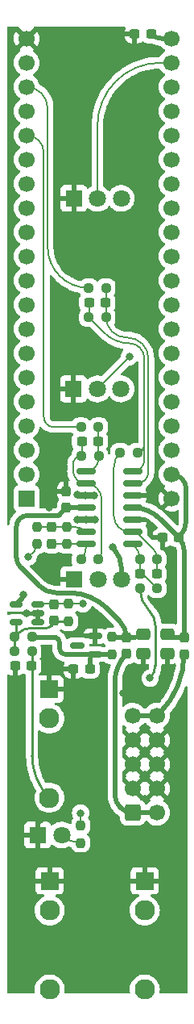
<source format=gbr>
%TF.GenerationSoftware,KiCad,Pcbnew,6.0.11+dfsg-1~bpo11+1*%
%TF.CreationDate,2023-04-14T10:24:11+08:00*%
%TF.ProjectId,MiniVerb - Main,4d696e69-5665-4726-9220-2d204d61696e,rev?*%
%TF.SameCoordinates,Original*%
%TF.FileFunction,Copper,L2,Bot*%
%TF.FilePolarity,Positive*%
%FSLAX46Y46*%
G04 Gerber Fmt 4.6, Leading zero omitted, Abs format (unit mm)*
G04 Created by KiCad (PCBNEW 6.0.11+dfsg-1~bpo11+1) date 2023-04-14 10:24:11*
%MOMM*%
%LPD*%
G01*
G04 APERTURE LIST*
G04 Aperture macros list*
%AMRoundRect*
0 Rectangle with rounded corners*
0 $1 Rounding radius*
0 $2 $3 $4 $5 $6 $7 $8 $9 X,Y pos of 4 corners*
0 Add a 4 corners polygon primitive as box body*
4,1,4,$2,$3,$4,$5,$6,$7,$8,$9,$2,$3,0*
0 Add four circle primitives for the rounded corners*
1,1,$1+$1,$2,$3*
1,1,$1+$1,$4,$5*
1,1,$1+$1,$6,$7*
1,1,$1+$1,$8,$9*
0 Add four rect primitives between the rounded corners*
20,1,$1+$1,$2,$3,$4,$5,0*
20,1,$1+$1,$4,$5,$6,$7,0*
20,1,$1+$1,$6,$7,$8,$9,0*
20,1,$1+$1,$8,$9,$2,$3,0*%
G04 Aperture macros list end*
%TA.AperFunction,ComponentPad*%
%ADD10R,1.800000X1.800000*%
%TD*%
%TA.AperFunction,ComponentPad*%
%ADD11C,1.800000*%
%TD*%
%TA.AperFunction,ComponentPad*%
%ADD12R,1.930000X1.830000*%
%TD*%
%TA.AperFunction,ComponentPad*%
%ADD13C,2.130000*%
%TD*%
%TA.AperFunction,SMDPad,CuDef*%
%ADD14RoundRect,0.237500X-0.237500X0.250000X-0.237500X-0.250000X0.237500X-0.250000X0.237500X0.250000X0*%
%TD*%
%TA.AperFunction,SMDPad,CuDef*%
%ADD15RoundRect,0.237500X-0.250000X-0.237500X0.250000X-0.237500X0.250000X0.237500X-0.250000X0.237500X0*%
%TD*%
%TA.AperFunction,SMDPad,CuDef*%
%ADD16RoundRect,0.150000X0.512500X0.150000X-0.512500X0.150000X-0.512500X-0.150000X0.512500X-0.150000X0*%
%TD*%
%TA.AperFunction,SMDPad,CuDef*%
%ADD17RoundRect,0.237500X0.300000X0.237500X-0.300000X0.237500X-0.300000X-0.237500X0.300000X-0.237500X0*%
%TD*%
%TA.AperFunction,SMDPad,CuDef*%
%ADD18RoundRect,0.237500X-0.300000X-0.237500X0.300000X-0.237500X0.300000X0.237500X-0.300000X0.237500X0*%
%TD*%
%TA.AperFunction,SMDPad,CuDef*%
%ADD19RoundRect,0.150000X0.587500X0.150000X-0.587500X0.150000X-0.587500X-0.150000X0.587500X-0.150000X0*%
%TD*%
%TA.AperFunction,SMDPad,CuDef*%
%ADD20RoundRect,0.237500X0.250000X0.237500X-0.250000X0.237500X-0.250000X-0.237500X0.250000X-0.237500X0*%
%TD*%
%TA.AperFunction,SMDPad,CuDef*%
%ADD21RoundRect,0.250000X-0.475000X0.337500X-0.475000X-0.337500X0.475000X-0.337500X0.475000X0.337500X0*%
%TD*%
%TA.AperFunction,SMDPad,CuDef*%
%ADD22RoundRect,0.150000X0.825000X0.150000X-0.825000X0.150000X-0.825000X-0.150000X0.825000X-0.150000X0*%
%TD*%
%TA.AperFunction,SMDPad,CuDef*%
%ADD23RoundRect,0.237500X0.237500X-0.300000X0.237500X0.300000X-0.237500X0.300000X-0.237500X-0.300000X0*%
%TD*%
%TA.AperFunction,SMDPad,CuDef*%
%ADD24RoundRect,0.237500X0.237500X-0.250000X0.237500X0.250000X-0.237500X0.250000X-0.237500X-0.250000X0*%
%TD*%
%TA.AperFunction,ComponentPad*%
%ADD25RoundRect,0.250000X-0.600000X-0.600000X0.600000X-0.600000X0.600000X0.600000X-0.600000X0.600000X0*%
%TD*%
%TA.AperFunction,ComponentPad*%
%ADD26C,1.700000*%
%TD*%
%TA.AperFunction,ComponentPad*%
%ADD27R,1.700000X1.700000*%
%TD*%
%TA.AperFunction,SMDPad,CuDef*%
%ADD28RoundRect,0.237500X-0.237500X0.300000X-0.237500X-0.300000X0.237500X-0.300000X0.237500X0.300000X0*%
%TD*%
%TA.AperFunction,SMDPad,CuDef*%
%ADD29RoundRect,0.250000X0.475000X-0.337500X0.475000X0.337500X-0.475000X0.337500X-0.475000X-0.337500X0*%
%TD*%
%TA.AperFunction,ViaPad*%
%ADD30C,0.800000*%
%TD*%
%TA.AperFunction,Conductor*%
%ADD31C,0.500000*%
%TD*%
%TA.AperFunction,Conductor*%
%ADD32C,0.200000*%
%TD*%
%TA.AperFunction,Conductor*%
%ADD33C,0.250000*%
%TD*%
G04 APERTURE END LIST*
D10*
%TO.P,FEEDBACK_POT1,1,1*%
%TO.N,GND*%
X167599067Y-88590933D03*
D11*
%TO.P,FEEDBACK_POT1,2,2*%
%TO.N,FEEDBACK*%
X170099067Y-88590933D03*
%TO.P,FEEDBACK_POT1,3,3*%
%TO.N,3V3_A*%
X172599067Y-88590933D03*
%TD*%
D12*
%TO.P,CV1_IN1,S*%
%TO.N,GND*%
X165069067Y-120085933D03*
D13*
%TO.P,CV1_IN1,T*%
%TO.N,Net-(C10-Pad1)*%
X165069067Y-131485933D03*
%TO.P,CV1_IN1,TN*%
%TO.N,unconnected-(CV1_IN1-PadTN)*%
X165069067Y-123185933D03*
%TD*%
D12*
%TO.P,AUDIO_OUT1,S*%
%TO.N,GND*%
X175099067Y-140207933D03*
D13*
%TO.P,AUDIO_OUT1,T*%
%TO.N,Net-(AUDIO_OUT1-PadT)*%
X175099067Y-151607933D03*
%TO.P,AUDIO_OUT1,TN*%
%TO.N,unconnected-(AUDIO_OUT1-PadTN)*%
X175099067Y-143307933D03*
%TD*%
D10*
%TO.P,MOD_POT1,1,1*%
%TO.N,GND*%
X167659067Y-108600933D03*
D11*
%TO.P,MOD_POT1,2,2*%
%TO.N,MOD*%
X170159067Y-108600933D03*
%TO.P,MOD_POT1,3,3*%
%TO.N,3V3_A*%
X172659067Y-108600933D03*
%TD*%
D10*
%TO.P,LEVEL_POT1,1,1*%
%TO.N,GND*%
X167619067Y-68600933D03*
D11*
%TO.P,LEVEL_POT1,2,2*%
%TO.N,LEVEL*%
X170119067Y-68600933D03*
%TO.P,LEVEL_POT1,3,3*%
%TO.N,3V3_A*%
X172619067Y-68600933D03*
%TD*%
D10*
%TO.P,D1,1,K*%
%TO.N,GND*%
X163825000Y-135400000D03*
D11*
%TO.P,D1,2,A*%
%TO.N,Net-(D1-Pad2)*%
X166365000Y-135400000D03*
%TD*%
D12*
%TO.P,AUDIO_IN1,S*%
%TO.N,GND*%
X165099067Y-140207933D03*
D13*
%TO.P,AUDIO_IN1,T*%
%TO.N,Net-(AUDIO_IN1-PadT)*%
X165099067Y-151607933D03*
%TO.P,AUDIO_IN1,TN*%
%TO.N,unconnected-(AUDIO_IN1-PadTN)*%
X165099067Y-143307933D03*
%TD*%
D14*
%TO.P,R2,1*%
%TO.N,Net-(C2-Pad2)*%
X163760000Y-103052500D03*
%TO.P,R2,2*%
%TO.N,Net-(AUDIO_IN1-PadT)*%
X163760000Y-104877500D03*
%TD*%
%TO.P,R12,1*%
%TO.N,-12V*%
X171649067Y-114633433D03*
%TO.P,R12,2*%
%TO.N,AREF_-10*%
X171649067Y-116458433D03*
%TD*%
D15*
%TO.P,R9,1*%
%TO.N,Net-(AUDIO_OUT1-PadT)*%
X174572446Y-109524312D03*
%TO.P,R9,2*%
%TO.N,Net-(C4-Pad1)*%
X176397446Y-109524312D03*
%TD*%
D16*
%TO.P,U3,1*%
%TO.N,CV1*%
X163836567Y-111170933D03*
%TO.P,U3,2,V-*%
%TO.N,GND*%
X163836567Y-112120933D03*
%TO.P,U3,3,+*%
X163836567Y-113070933D03*
%TO.P,U3,4,-*%
%TO.N,Net-(C14-Pad2)*%
X161561567Y-113070933D03*
%TO.P,U3,5,V+*%
%TO.N,3V3_A*%
X161561567Y-111170933D03*
%TD*%
D17*
%TO.P,C3,1*%
%TO.N,Net-(C3-Pad1)*%
X170195000Y-94105000D03*
%TO.P,C3,2*%
%TO.N,Net-(C3-Pad2)*%
X168470000Y-94105000D03*
%TD*%
D18*
%TO.P,C1,1*%
%TO.N,Net-(C1-Pad1)*%
X169237500Y-79530000D03*
%TO.P,C1,2*%
%TO.N,Net-(C1-Pad2)*%
X170962500Y-79530000D03*
%TD*%
D15*
%TO.P,R6,1*%
%TO.N,Net-(C4-Pad2)*%
X172487500Y-95250000D03*
%TO.P,R6,2*%
%TO.N,Net-(C1-Pad1)*%
X174312500Y-95250000D03*
%TD*%
D17*
%TO.P,C13,1*%
%TO.N,3V3_A*%
X175749067Y-51345933D03*
%TO.P,C13,2*%
%TO.N,GND*%
X174024067Y-51345933D03*
%TD*%
D15*
%TO.P,R13,1*%
%TO.N,Net-(C14-Pad2)*%
X161399067Y-114620933D03*
%TO.P,R13,2*%
%TO.N,AREF_-10*%
X163224067Y-114620933D03*
%TD*%
D19*
%TO.P,U2,1,K*%
%TO.N,GND*%
X169861567Y-114545933D03*
%TO.P,U2,2,A*%
%TO.N,AREF_-10*%
X169861567Y-116445933D03*
%TO.P,U2,3*%
%TO.N,N/C*%
X167986567Y-115495933D03*
%TD*%
D20*
%TO.P,R1,1*%
%TO.N,Net-(C1-Pad2)*%
X171012500Y-78000000D03*
%TO.P,R1,2*%
%TO.N,INT_AUDIO_OUT1*%
X169187500Y-78000000D03*
%TD*%
%TO.P,R5,1*%
%TO.N,Net-(C3-Pad2)*%
X170237500Y-106475000D03*
%TO.P,R5,2*%
%TO.N,Net-(C2-Pad1)*%
X168412500Y-106475000D03*
%TD*%
D21*
%TO.P,C5,1*%
%TO.N,+12V*%
X177449067Y-114308433D03*
%TO.P,C5,2*%
%TO.N,GND*%
X177449067Y-116383433D03*
%TD*%
D22*
%TO.P,U1,1*%
%TO.N,Net-(C1-Pad1)*%
X173844067Y-97235933D03*
%TO.P,U1,2,-*%
%TO.N,Net-(C1-Pad2)*%
X173844067Y-98505933D03*
%TO.P,U1,3,+*%
%TO.N,GND*%
X173844067Y-99775933D03*
%TO.P,U1,4,V+*%
%TO.N,+12V*%
X173844067Y-101045933D03*
%TO.P,U1,5,+*%
%TO.N,GND*%
X173844067Y-102315933D03*
%TO.P,U1,6,-*%
%TO.N,Net-(C4-Pad2)*%
X173844067Y-103585933D03*
%TO.P,U1,7*%
%TO.N,Net-(C4-Pad1)*%
X173844067Y-104855933D03*
%TO.P,U1,8*%
%TO.N,Net-(C2-Pad1)*%
X168894067Y-104855933D03*
%TO.P,U1,9,-*%
%TO.N,Net-(C2-Pad2)*%
X168894067Y-103585933D03*
%TO.P,U1,10,+*%
%TO.N,GND*%
X168894067Y-102315933D03*
%TO.P,U1,11,V-*%
%TO.N,-12V*%
X168894067Y-101045933D03*
%TO.P,U1,12,+*%
%TO.N,GND*%
X168894067Y-99775933D03*
%TO.P,U1,13,-*%
%TO.N,Net-(C3-Pad2)*%
X168894067Y-98505933D03*
%TO.P,U1,14*%
%TO.N,Net-(C3-Pad1)*%
X168894067Y-97235933D03*
%TD*%
D23*
%TO.P,C2,1*%
%TO.N,Net-(C2-Pad1)*%
X165300000Y-104837500D03*
%TO.P,C2,2*%
%TO.N,Net-(C2-Pad2)*%
X165300000Y-103112500D03*
%TD*%
D17*
%TO.P,C10,1*%
%TO.N,Net-(C10-Pad1)*%
X163174067Y-117670933D03*
%TO.P,C10,2*%
%TO.N,GND*%
X161449067Y-117670933D03*
%TD*%
D24*
%TO.P,R4,1*%
%TO.N,Net-(C2-Pad1)*%
X166860000Y-104887500D03*
%TO.P,R4,2*%
%TO.N,Net-(C2-Pad2)*%
X166860000Y-103062500D03*
%TD*%
D17*
%TO.P,C7,1*%
%TO.N,+12V*%
X178686567Y-104220933D03*
%TO.P,C7,2*%
%TO.N,GND*%
X176961567Y-104220933D03*
%TD*%
D25*
%TO.P,J1,1,Pin_1*%
%TO.N,Net-(FB2-Pad1)*%
X173846567Y-133056933D03*
D26*
%TO.P,J1,2,Pin_2*%
X176386567Y-133056933D03*
%TO.P,J1,3,Pin_3*%
%TO.N,GND*%
X173846567Y-130516933D03*
%TO.P,J1,4,Pin_4*%
X176386567Y-130516933D03*
%TO.P,J1,5,Pin_5*%
X173846567Y-127976933D03*
%TO.P,J1,6,Pin_6*%
X176386567Y-127976933D03*
%TO.P,J1,7,Pin_7*%
X173846567Y-125436933D03*
%TO.P,J1,8,Pin_8*%
X176386567Y-125436933D03*
%TO.P,J1,9,Pin_9*%
%TO.N,Net-(FB1-Pad1)*%
X173846567Y-122896933D03*
%TO.P,J1,10,Pin_10*%
X176386567Y-122896933D03*
%TD*%
D15*
%TO.P,R16,1*%
%TO.N,Net-(C14-Pad2)*%
X161399067Y-116145933D03*
%TO.P,R16,2*%
%TO.N,Net-(C10-Pad1)*%
X163224067Y-116145933D03*
%TD*%
D27*
%TO.P,A1,1,USB_HS_ID*%
%TO.N,unconnected-(A1-Pad1)*%
X162660000Y-100095933D03*
D26*
%TO.P,A1,2,SDMMC1_D3*%
%TO.N,unconnected-(A1-Pad2)*%
X162660000Y-97555933D03*
%TO.P,A1,3,SDMMC1_D2*%
%TO.N,unconnected-(A1-Pad3)*%
X162660000Y-95015933D03*
%TO.P,A1,4,SDMMC1_D1*%
%TO.N,unconnected-(A1-Pad4)*%
X162660000Y-92475933D03*
%TO.P,A1,5,SDMMC1_D0*%
%TO.N,unconnected-(A1-Pad5)*%
X162660000Y-89935933D03*
%TO.P,A1,6,SDMMC1_CMD*%
%TO.N,unconnected-(A1-Pad6)*%
X162660000Y-87395933D03*
%TO.P,A1,7,SDMMC1_CK*%
%TO.N,unconnected-(A1-Pad7)*%
X162660000Y-84855933D03*
%TO.P,A1,8,SPI1_NSS*%
%TO.N,unconnected-(A1-Pad8)*%
X162660000Y-82315933D03*
%TO.P,A1,9,SPI1_SCK*%
%TO.N,unconnected-(A1-Pad9)*%
X162660000Y-79775933D03*
%TO.P,A1,10,SPI1_MISO*%
%TO.N,unconnected-(A1-Pad10)*%
X162660000Y-77235933D03*
%TO.P,A1,11,SPI1_MOSI*%
%TO.N,unconnected-(A1-Pad11)*%
X162660000Y-74695933D03*
%TO.P,A1,12,I2C1_SCL*%
%TO.N,unconnected-(A1-Pad12)*%
X162660000Y-72155933D03*
%TO.P,A1,13,I2C1_SDA*%
%TO.N,unconnected-(A1-Pad13)*%
X162660000Y-69615933D03*
%TO.P,A1,14,USART1_TX*%
%TO.N,unconnected-(A1-Pad14)*%
X162660000Y-67075933D03*
%TO.P,A1,15,USART1_RX*%
%TO.N,unconnected-(A1-Pad15)*%
X162660000Y-64535933D03*
%TO.P,A1,16,AUDIO_IN_L*%
%TO.N,INT_AUDIO_IN1*%
X162660000Y-61995933D03*
%TO.P,A1,17,AUDIO_IN_R*%
%TO.N,unconnected-(A1-Pad17)*%
X162660000Y-59455933D03*
%TO.P,A1,18,AUDIO_OUT_L*%
%TO.N,INT_AUDIO_OUT1*%
X162660000Y-56915933D03*
%TO.P,A1,19,AUDIO_OUT_R*%
%TO.N,unconnected-(A1-Pad19)*%
X162660000Y-54375933D03*
%TO.P,A1,20,AGND*%
%TO.N,GND*%
X162660000Y-51835933D03*
%TO.P,A1,21,3V3_A*%
%TO.N,3V3_A*%
X177900000Y-51835933D03*
%TO.P,A1,22,ADC_INP10*%
%TO.N,LEVEL*%
X177900000Y-54375933D03*
%TO.P,A1,23,ADC_INP15*%
%TO.N,FEEDBACK*%
X177900000Y-56915933D03*
%TO.P,A1,24,ADC_INP5*%
%TO.N,MOD*%
X177900000Y-59455933D03*
%TO.P,A1,25,ADC_INP7*%
%TO.N,unconnected-(A1-Pad25)*%
X177900000Y-61995933D03*
%TO.P,A1,26,ADC_INP3*%
%TO.N,CV1*%
X177900000Y-64535933D03*
%TO.P,A1,27,ADC_INP11*%
%TO.N,unconnected-(A1-Pad27)*%
X177900000Y-67075933D03*
%TO.P,A1,28,ADC1_INP4*%
%TO.N,unconnected-(A1-Pad28)*%
X177900000Y-69615933D03*
%TO.P,A1,29,DAC1_OUT2*%
%TO.N,unconnected-(A1-Pad29)*%
X177900000Y-72155933D03*
%TO.P,A1,30,DAC1_OUT1*%
%TO.N,LED*%
X177900000Y-74695933D03*
%TO.P,A1,31,SAI2_MCLK_B*%
%TO.N,unconnected-(A1-Pad31)*%
X177900000Y-77235933D03*
%TO.P,A1,32,SAI2_SD_B*%
%TO.N,unconnected-(A1-Pad32)*%
X177900000Y-79775933D03*
%TO.P,A1,33,SAI2_SD_A*%
%TO.N,unconnected-(A1-Pad33)*%
X177900000Y-82315933D03*
%TO.P,A1,34,SAI2_FS_B*%
%TO.N,unconnected-(A1-Pad34)*%
X177900000Y-84855933D03*
%TO.P,A1,35,SAI2_SCK_B*%
%TO.N,unconnected-(A1-Pad35)*%
X177900000Y-87395933D03*
%TO.P,A1,36,USB_HS_D_-*%
%TO.N,unconnected-(A1-Pad36)*%
X177900000Y-89935933D03*
%TO.P,A1,37,USB_HS_D_+*%
%TO.N,unconnected-(A1-Pad37)*%
X177900000Y-92475933D03*
%TO.P,A1,38,3V3_D*%
%TO.N,unconnected-(A1-Pad38)*%
X177900000Y-95015933D03*
%TO.P,A1,39,VIN*%
%TO.N,+12V*%
X177900000Y-97555933D03*
%TO.P,A1,40,GND*%
%TO.N,GND*%
X177900000Y-100095933D03*
%TD*%
D24*
%TO.P,R11,1*%
%TO.N,Net-(D1-Pad2)*%
X168350000Y-136231250D03*
%TO.P,R11,2*%
%TO.N,LED*%
X168350000Y-134406250D03*
%TD*%
D15*
%TO.P,R8,1*%
%TO.N,Net-(C4-Pad1)*%
X174592446Y-106474312D03*
%TO.P,R8,2*%
%TO.N,Net-(C4-Pad2)*%
X176417446Y-106474312D03*
%TD*%
D18*
%TO.P,C4,1*%
%TO.N,Net-(C4-Pad1)*%
X174622446Y-107994312D03*
%TO.P,C4,2*%
%TO.N,Net-(C4-Pad2)*%
X176347446Y-107994312D03*
%TD*%
D20*
%TO.P,R7,1*%
%TO.N,Net-(C3-Pad1)*%
X170245000Y-95635000D03*
%TO.P,R7,2*%
%TO.N,Net-(C3-Pad2)*%
X168420000Y-95635000D03*
%TD*%
D14*
%TO.P,R17,1*%
%TO.N,CV1*%
X167074067Y-111158433D03*
%TO.P,R17,2*%
%TO.N,Net-(C14-Pad2)*%
X167074067Y-112983433D03*
%TD*%
D23*
%TO.P,FB1,1*%
%TO.N,Net-(FB1-Pad1)*%
X179224067Y-116428433D03*
%TO.P,FB1,2*%
%TO.N,+12V*%
X179224067Y-114703433D03*
%TD*%
D28*
%TO.P,C14,1*%
%TO.N,CV1*%
X165549067Y-111208433D03*
%TO.P,C14,2*%
%TO.N,Net-(C14-Pad2)*%
X165549067Y-112933433D03*
%TD*%
D17*
%TO.P,C9,1*%
%TO.N,AREF_-10*%
X169311567Y-118020933D03*
%TO.P,C9,2*%
%TO.N,GND*%
X167586567Y-118020933D03*
%TD*%
D15*
%TO.P,R10,1*%
%TO.N,INT_AUDIO_IN1*%
X168400000Y-92585000D03*
%TO.P,R10,2*%
%TO.N,Net-(C3-Pad1)*%
X170225000Y-92585000D03*
%TD*%
D28*
%TO.P,C8,1*%
%TO.N,GND*%
X166849067Y-99333433D03*
%TO.P,C8,2*%
%TO.N,-12V*%
X166849067Y-101058433D03*
%TD*%
D29*
%TO.P,C6,1*%
%TO.N,GND*%
X174974067Y-116383433D03*
%TO.P,C6,2*%
%TO.N,-12V*%
X174974067Y-114308433D03*
%TD*%
D15*
%TO.P,R3,1*%
%TO.N,Net-(C1-Pad1)*%
X169197500Y-81060000D03*
%TO.P,R3,2*%
%TO.N,Net-(C1-Pad2)*%
X171022500Y-81060000D03*
%TD*%
D23*
%TO.P,FB2,1*%
%TO.N,Net-(FB2-Pad1)*%
X173174067Y-116408433D03*
%TO.P,FB2,2*%
%TO.N,-12V*%
X173174067Y-114683433D03*
%TD*%
D30*
%TO.N,GND*%
X168074067Y-114120933D03*
X163824067Y-112120933D03*
X164649067Y-128045933D03*
X174899067Y-117895933D03*
X162049067Y-124445933D03*
X177549067Y-118295933D03*
X164099067Y-133795933D03*
X177199067Y-119345933D03*
X162799067Y-131945933D03*
X168549067Y-122095933D03*
X164549067Y-126745933D03*
X162649067Y-112120933D03*
X170749067Y-72995933D03*
X169149067Y-121145933D03*
X167999067Y-102320933D03*
X164974067Y-99670933D03*
X175549067Y-121195933D03*
X161999067Y-125845933D03*
X164899067Y-96945933D03*
X167299067Y-124795933D03*
X171099067Y-74745933D03*
X162049067Y-121545933D03*
X165049067Y-129095933D03*
X176599067Y-120445933D03*
X169799067Y-120295933D03*
X162099067Y-122945933D03*
X168899067Y-102320933D03*
X168874067Y-99745933D03*
X177924067Y-109220933D03*
X166874067Y-99295933D03*
X164499067Y-125495933D03*
X167999067Y-120545933D03*
X168949067Y-113170933D03*
X172799067Y-120495933D03*
X168049067Y-123345933D03*
X165076820Y-101025500D03*
X165074067Y-98395933D03*
X166049067Y-70745933D03*
X162099067Y-120245933D03*
X162049067Y-127345933D03*
X174299067Y-118845933D03*
X177774067Y-105720933D03*
X171149067Y-71745933D03*
X162899067Y-130745933D03*
X167199067Y-122845933D03*
X170999067Y-70695933D03*
X169824067Y-102295933D03*
X170649067Y-119645933D03*
X166299067Y-97370933D03*
X170549067Y-76445933D03*
X167399067Y-121695933D03*
X167974067Y-99720933D03*
X163199067Y-133095933D03*
X169974067Y-112470933D03*
X177899067Y-107495933D03*
X173549067Y-119745933D03*
X169749067Y-99745933D03*
%TO.N,LED*%
X168350002Y-133093750D03*
%TO.N,3V3_A*%
X162349067Y-110195933D03*
X171724068Y-105220934D03*
%TO.N,FEEDBACK*%
X173470000Y-85220000D03*
%TO.N,Net-(AUDIO_IN1-PadT)*%
X162825000Y-106225000D03*
%TO.N,Net-(AUDIO_OUT1-PadT)*%
X175649067Y-118945933D03*
%TO.N,CV1*%
X168574067Y-111145933D03*
%TD*%
D31*
%TO.N,+12V*%
X178686567Y-104220933D02*
X176690668Y-102225034D01*
X179224067Y-114703433D02*
X178402681Y-114703433D01*
X179449067Y-99105000D02*
X179449067Y-102380096D01*
X179224067Y-105518572D02*
X179224067Y-114703433D01*
X178686575Y-104220941D02*
G75*
G03*
X179449067Y-102380096I-1840875J1840841D01*
G01*
X173844067Y-101045947D02*
G75*
G02*
X176690668Y-102225034I33J-4025653D01*
G01*
X177449072Y-114308428D02*
G75*
G03*
X178402681Y-114703433I953628J953628D01*
G01*
X179449067Y-99105000D02*
G75*
G03*
X177900000Y-97555933I-1549067J0D01*
G01*
X179224078Y-105518572D02*
G75*
G03*
X178686567Y-104220933I-1835178J-28D01*
G01*
D32*
%TO.N,LED*%
X168350000Y-133093750D02*
X168350000Y-134406250D01*
D31*
%TO.N,3V3_A*%
X161561567Y-111170933D02*
X162216484Y-110516015D01*
X177900000Y-51835933D02*
X176932031Y-51835933D01*
X171849102Y-105349247D02*
X171724068Y-105224213D01*
X172659067Y-108600933D02*
X172659067Y-107478222D01*
X171724068Y-105224213D02*
X171724068Y-105220934D01*
X162349089Y-110195933D02*
G75*
G02*
X162216484Y-110516015I-452689J33D01*
G01*
X171849085Y-105349262D02*
G75*
G02*
X172659067Y-107478222I-2403085J-2132838D01*
G01*
X175749058Y-51345942D02*
G75*
G03*
X176932031Y-51835933I1182942J1182942D01*
G01*
D32*
%TO.N,INT_AUDIO_OUT1*%
X164879067Y-59135000D02*
X164879067Y-73691567D01*
X162660000Y-56915933D02*
G75*
G02*
X164879067Y-59135000I0J-2219067D01*
G01*
X169187500Y-78000033D02*
G75*
G02*
X164879067Y-73691567I0J4308433D01*
G01*
%TO.N,INT_AUDIO_IN1*%
X168380806Y-92604194D02*
X165459184Y-92604194D01*
X164469067Y-91521053D02*
X164469067Y-63805000D01*
X168400000Y-92585000D02*
X168380806Y-92604194D01*
X162660000Y-61995933D02*
G75*
G02*
X164469067Y-63805000I0J-1809067D01*
G01*
X164469071Y-91521053D02*
G75*
G03*
X165459184Y-92604194I1089429J1753D01*
G01*
%TO.N,FEEDBACK*%
X170099067Y-88590933D02*
X173470000Y-85220000D01*
%TO.N,Net-(AUDIO_IN1-PadT)*%
X162825000Y-106225000D02*
X163468318Y-105581682D01*
X163759989Y-104877500D02*
G75*
G02*
X163468318Y-105581682I-995889J0D01*
G01*
D33*
%TO.N,Net-(AUDIO_OUT1-PadT)*%
X175523505Y-111820370D02*
X175574067Y-111870933D01*
X176199067Y-113379816D02*
X176199067Y-117618116D01*
X175649049Y-118945915D02*
G75*
G03*
X176199067Y-117618116I-1327749J1327815D01*
G01*
X176199060Y-113379816D02*
G75*
G03*
X175574067Y-111870933I-2133860J16D01*
G01*
X175523503Y-111820372D02*
G75*
G02*
X174572446Y-109524312I2296097J2296072D01*
G01*
D32*
%TO.N,Net-(C1-Pad1)*%
X175050000Y-94400000D02*
X175050000Y-96030000D01*
X175050000Y-94512500D02*
X175050000Y-94400000D01*
X169197500Y-81060000D02*
X170868001Y-82730501D01*
X169237500Y-79530000D02*
X169237500Y-81020000D01*
X175050000Y-85400000D02*
X175050000Y-94400000D01*
X173450000Y-83799999D02*
G75*
G02*
X170868001Y-82730501I0J3651499D01*
G01*
X175050000Y-85400000D02*
G75*
G03*
X173450000Y-83800000I-1600000J0D01*
G01*
X173844067Y-97235900D02*
G75*
G03*
X175050000Y-96030000I33J1205900D01*
G01*
X175050000Y-94512500D02*
G75*
G02*
X174312500Y-95250000I-737500J0D01*
G01*
X169197500Y-81060000D02*
G75*
G03*
X169237500Y-81020000I0J40000D01*
G01*
%TO.N,Net-(C1-Pad2)*%
X171012500Y-78000000D02*
X171012500Y-81050000D01*
X174279067Y-98505933D02*
X173844067Y-98505933D01*
X175479067Y-85429067D02*
X175479067Y-97305933D01*
X173162500Y-83200000D02*
X173250000Y-83200000D01*
X171022500Y-81060000D02*
G75*
G02*
X171012500Y-81050000I0J10000D01*
G01*
X174279067Y-98505867D02*
G75*
G03*
X175479067Y-97305933I33J1199967D01*
G01*
X175479100Y-85429067D02*
G75*
G03*
X173250000Y-83200000I-2229100J-33D01*
G01*
X173162500Y-83200000D02*
G75*
G02*
X171022500Y-81060000I0J2140000D01*
G01*
%TO.N,Net-(C2-Pad1)*%
X168894067Y-104855933D02*
X165344501Y-104855933D01*
X168894067Y-104855933D02*
X168894067Y-105312395D01*
X165300000Y-104837500D02*
G75*
G03*
X165344501Y-104855933I44500J44500D01*
G01*
X168412502Y-106475002D02*
G75*
G03*
X168894067Y-105312395I-1162602J1162602D01*
G01*
%TO.N,Net-(C2-Pad2)*%
X163760000Y-103052500D02*
X167606246Y-103052500D01*
X168894054Y-103585946D02*
G75*
G03*
X167606246Y-103052500I-1287854J-1287854D01*
G01*
%TO.N,Net-(C4-Pad1)*%
X174592446Y-106474312D02*
X174592446Y-107921886D01*
X175040687Y-108167553D02*
X176397446Y-109524312D01*
X173844067Y-104855933D02*
X173977263Y-104989129D01*
X174592443Y-106474312D02*
G75*
G03*
X173977263Y-104989129I-2100343J12D01*
G01*
%TO.N,Net-(C4-Pad2)*%
X171850000Y-96789061D02*
X171850000Y-101933262D01*
X173844067Y-103585933D02*
X174185463Y-103585933D01*
X176417446Y-106474312D02*
X176417446Y-107825318D01*
X174185463Y-103585933D02*
X175953303Y-105353773D01*
X173502671Y-103585933D02*
X173844067Y-103585933D01*
X173502671Y-103586000D02*
G75*
G02*
X171850000Y-101933262I29J1652700D01*
G01*
X171849984Y-96789061D02*
G75*
G02*
X172487500Y-95250000I2176616J-39D01*
G01*
X176417447Y-106474312D02*
G75*
G03*
X175953303Y-105353773I-1584647J12D01*
G01*
D31*
%TO.N,-12V*%
X166032500Y-101875000D02*
X162775000Y-101875000D01*
X166849067Y-101058433D02*
X168881567Y-101058433D01*
X170995097Y-111495994D02*
X172460972Y-112961869D01*
X162041942Y-107341941D02*
X163910865Y-109210865D01*
X161598194Y-103051806D02*
X161598194Y-106273194D01*
X173174067Y-114683433D02*
X171769777Y-114683433D01*
X161598194Y-106273194D02*
X161600000Y-106275000D01*
X174068737Y-114683433D02*
X173174067Y-114683433D01*
X166849067Y-101058433D02*
X166032500Y-101875000D01*
X165804688Y-109995312D02*
X167360664Y-109995312D01*
X168894133Y-101045933D02*
G75*
G02*
X168881567Y-101058433I-12533J33D01*
G01*
X165804688Y-109995308D02*
G75*
G02*
X163910865Y-109210865I12J2678308D01*
G01*
X173174041Y-114683433D02*
G75*
G03*
X172460972Y-112961869I-2434641J33D01*
G01*
X174068737Y-114683458D02*
G75*
G03*
X174974067Y-114308433I-37J1280358D01*
G01*
X170995089Y-111496002D02*
G75*
G03*
X167360664Y-109995312I-3872489J-4227198D01*
G01*
X162041938Y-107341945D02*
G75*
G02*
X161600000Y-106275000I1066962J1066945D01*
G01*
X161598200Y-103051806D02*
G75*
G02*
X162775000Y-101875000I1176800J6D01*
G01*
X171649074Y-114633426D02*
G75*
G03*
X171769777Y-114683433I120726J120726D01*
G01*
D32*
%TO.N,Net-(D1-Pad2)*%
X166380425Y-135415426D02*
X166365000Y-135400000D01*
X166380415Y-135415436D02*
G75*
G03*
X168350000Y-136231250I1969585J1969636D01*
G01*
%TO.N,Net-(C3-Pad1)*%
X170225000Y-92585000D02*
X170225000Y-94075000D01*
X170195000Y-94105000D02*
X170195000Y-95585000D01*
X170245000Y-95635000D02*
X170245000Y-95885000D01*
X168894067Y-97235900D02*
G75*
G03*
X170245000Y-95885000I33J1350900D01*
G01*
%TO.N,Net-(C3-Pad2)*%
X168470000Y-94105000D02*
X168470000Y-95585000D01*
X168420000Y-95635000D02*
X168415000Y-95635000D01*
X170549067Y-100160933D02*
X170549067Y-105722811D01*
X167550000Y-96500000D02*
X167550000Y-97161866D01*
X170237497Y-106474997D02*
G75*
G03*
X170549067Y-105722811I-752197J752197D01*
G01*
X168894067Y-98506000D02*
G75*
G02*
X167550000Y-97161866I33J1344100D01*
G01*
X167550000Y-96500000D02*
G75*
G02*
X168415000Y-95635000I865000J0D01*
G01*
X170549067Y-100160933D02*
G75*
G03*
X168894067Y-98505933I-1654967J33D01*
G01*
%TO.N,CV1*%
X168574067Y-111145933D02*
X163861567Y-111145933D01*
X163836633Y-111170933D02*
G75*
G02*
X163861567Y-111145933I24967J33D01*
G01*
%TO.N,LEVEL*%
X170119067Y-60975933D02*
X170119067Y-68600933D01*
X177900000Y-54375933D02*
X176719067Y-54375933D01*
X170119133Y-60975933D02*
G75*
G02*
X176719067Y-54375933I6599967J33D01*
G01*
D31*
%TO.N,AREF_-10*%
X171649067Y-116458433D02*
X169874067Y-116458433D01*
X166149067Y-115895083D02*
X166149067Y-115245933D01*
X169311567Y-116995933D02*
X169311567Y-118020933D01*
X163256327Y-114653193D02*
X163224067Y-114620933D01*
X169861567Y-116445933D02*
X166699917Y-116445933D01*
X165731470Y-114653193D02*
X163301949Y-114653193D01*
X169311633Y-116995933D02*
G75*
G02*
X169861567Y-116445933I549967J33D01*
G01*
X169861567Y-116445933D02*
G75*
G03*
X169874067Y-116458433I12533J33D01*
G01*
X163224052Y-114620948D02*
G75*
G03*
X163301949Y-114653193I77848J77848D01*
G01*
X165731482Y-114653159D02*
G75*
G02*
X166149067Y-115245933I-215582J-595341D01*
G01*
X166149067Y-115895083D02*
G75*
G03*
X166699917Y-116445933I550833J-17D01*
G01*
D33*
%TO.N,Net-(C14-Pad2)*%
X161767221Y-114252780D02*
X161399067Y-114620933D01*
X167074067Y-112983433D02*
X165599067Y-112983433D01*
X164786567Y-113695933D02*
X163111567Y-113695933D01*
X161399067Y-114620933D02*
X161399067Y-116145933D01*
X161561567Y-113070933D02*
X161561567Y-114228624D01*
X165549067Y-112933433D02*
G75*
G03*
X165599067Y-112983433I50033J33D01*
G01*
X161399047Y-114620913D02*
G75*
G03*
X161561567Y-114228624I-392247J392313D01*
G01*
X164786567Y-113695867D02*
G75*
G03*
X165549067Y-112933433I33J762467D01*
G01*
X161767242Y-114252801D02*
G75*
G02*
X163111567Y-113695933I1344358J-1344299D01*
G01*
%TO.N,Net-(C10-Pad1)*%
X163224067Y-116145933D02*
X163224067Y-117550223D01*
X163249067Y-127092065D02*
X163249067Y-117851999D01*
X163249082Y-127092065D02*
G75*
G03*
X165069067Y-131485933I6213818J-35D01*
G01*
X163174067Y-117670933D02*
G75*
G02*
X163249067Y-117851999I-181067J-181067D01*
G01*
X163174047Y-117670913D02*
G75*
G03*
X163224067Y-117550223I-120647J120713D01*
G01*
D31*
%TO.N,Net-(FB1-Pad1)*%
X173846567Y-122896933D02*
X176386567Y-122896933D01*
X176386567Y-122896933D02*
X176656562Y-122626938D01*
X179224102Y-116428433D02*
G75*
G02*
X176656561Y-122626937I-8766002J33D01*
G01*
%TO.N,Net-(FB2-Pad1)*%
X173846567Y-133056933D02*
X176386567Y-133056933D01*
X171949067Y-131159433D02*
X171949067Y-119365844D01*
X173174040Y-116408406D02*
G75*
G03*
X171949067Y-119365844I2957460J-2957394D01*
G01*
X171949067Y-131159433D02*
G75*
G03*
X173846567Y-133056933I1897533J33D01*
G01*
%TD*%
%TA.AperFunction,Conductor*%
%TO.N,GND*%
G36*
X165332688Y-115431695D02*
G01*
X165379181Y-115485351D01*
X165390567Y-115537693D01*
X165390567Y-115832923D01*
X165389340Y-115850462D01*
X165386067Y-115873746D01*
X165385768Y-115895059D01*
X165386209Y-115898990D01*
X165388049Y-115915408D01*
X165388445Y-115919562D01*
X165399405Y-116058861D01*
X165402683Y-116100526D01*
X165403840Y-116105345D01*
X165403840Y-116105346D01*
X165412356Y-116140819D01*
X165450792Y-116300934D01*
X165529661Y-116491349D01*
X165637347Y-116667080D01*
X165771199Y-116823801D01*
X165927920Y-116957653D01*
X166103651Y-117065339D01*
X166108220Y-117067231D01*
X166108221Y-117067232D01*
X166289495Y-117142315D01*
X166289498Y-117142316D01*
X166294066Y-117144208D01*
X166298879Y-117145363D01*
X166298881Y-117145364D01*
X166381923Y-117165299D01*
X166494474Y-117192317D01*
X166546123Y-117196380D01*
X166556582Y-117197203D01*
X166622924Y-117222486D01*
X166665066Y-117279623D01*
X166669627Y-117350473D01*
X166653960Y-117388931D01*
X166610155Y-117459996D01*
X166604011Y-117473174D01*
X166553752Y-117624699D01*
X166550886Y-117638065D01*
X166541395Y-117730703D01*
X166541067Y-117737118D01*
X166541067Y-117748818D01*
X166545542Y-117764057D01*
X166546932Y-117765262D01*
X166554615Y-117766933D01*
X167714567Y-117766933D01*
X167782688Y-117786935D01*
X167829181Y-117840591D01*
X167840567Y-117892933D01*
X167840567Y-118985818D01*
X167845042Y-119001057D01*
X167846432Y-119002262D01*
X167854115Y-119003933D01*
X167932833Y-119003933D01*
X167939349Y-119003596D01*
X168033199Y-118993858D01*
X168046595Y-118990965D01*
X168198020Y-118940445D01*
X168211182Y-118934280D01*
X168346559Y-118850507D01*
X168357961Y-118841469D01*
X168359634Y-118839794D01*
X168361060Y-118839014D01*
X168363694Y-118836926D01*
X168364051Y-118837377D01*
X168421916Y-118805714D01*
X168492736Y-118810717D01*
X168537821Y-118839634D01*
X168540488Y-118842296D01*
X168546064Y-118847862D01*
X168552294Y-118851702D01*
X168552295Y-118851703D01*
X168683987Y-118932879D01*
X168694147Y-118939142D01*
X168859258Y-118993907D01*
X168866094Y-118994607D01*
X168866097Y-118994608D01*
X168913437Y-118999458D01*
X168961995Y-119004433D01*
X169661139Y-119004433D01*
X169664385Y-119004096D01*
X169664389Y-119004096D01*
X169758302Y-118994352D01*
X169758306Y-118994351D01*
X169765160Y-118993640D01*
X169771696Y-118991459D01*
X169771698Y-118991459D01*
X169908155Y-118945933D01*
X169930174Y-118938587D01*
X170078098Y-118847049D01*
X170100671Y-118824437D01*
X170195825Y-118729117D01*
X170195829Y-118729112D01*
X170200996Y-118723936D01*
X170217070Y-118697860D01*
X170288436Y-118582083D01*
X170288437Y-118582081D01*
X170292276Y-118575853D01*
X170347041Y-118410742D01*
X170357567Y-118308005D01*
X170357567Y-117733861D01*
X170357230Y-117730611D01*
X170347486Y-117636698D01*
X170347485Y-117636694D01*
X170346774Y-117629840D01*
X170343152Y-117618982D01*
X170294039Y-117471774D01*
X170291721Y-117464826D01*
X170280525Y-117446733D01*
X170261689Y-117378282D01*
X170282852Y-117310512D01*
X170337293Y-117264942D01*
X170387671Y-117254433D01*
X170515569Y-117254433D01*
X170518017Y-117254240D01*
X170518025Y-117254240D01*
X170546488Y-117252000D01*
X170546493Y-117251999D01*
X170552898Y-117251495D01*
X170654642Y-117221936D01*
X170689794Y-117216933D01*
X170812867Y-117216933D01*
X170880988Y-117236935D01*
X170901883Y-117253758D01*
X170946064Y-117297862D01*
X170952294Y-117301702D01*
X170952295Y-117301703D01*
X171085580Y-117383861D01*
X171094147Y-117389142D01*
X171259258Y-117443907D01*
X171266094Y-117444607D01*
X171266097Y-117444608D01*
X171317593Y-117449884D01*
X171361995Y-117454433D01*
X171389410Y-117454433D01*
X171457531Y-117474435D01*
X171504024Y-117528091D01*
X171514128Y-117598365D01*
X171507623Y-117624042D01*
X171434447Y-117822402D01*
X171428752Y-117837840D01*
X171323366Y-118211524D01*
X171322886Y-118213940D01*
X171322884Y-118213946D01*
X171248258Y-118589142D01*
X171247625Y-118592323D01*
X171247335Y-118594772D01*
X171247335Y-118594773D01*
X171218338Y-118839794D01*
X171201994Y-118977892D01*
X171200179Y-119024108D01*
X171188432Y-119323148D01*
X171187305Y-119335723D01*
X171186066Y-119344539D01*
X171185768Y-119365852D01*
X171186210Y-119369788D01*
X171189782Y-119401635D01*
X171190567Y-119415681D01*
X171190567Y-131097294D01*
X171189341Y-131114826D01*
X171186066Y-131138133D01*
X171185768Y-131159446D01*
X171186608Y-131166933D01*
X171187193Y-131173886D01*
X171203113Y-131457289D01*
X171203705Y-131460773D01*
X171203706Y-131460782D01*
X171207980Y-131485933D01*
X171253087Y-131751386D01*
X171254068Y-131754793D01*
X171254069Y-131754795D01*
X171258063Y-131768658D01*
X171335673Y-132038039D01*
X171344763Y-132059984D01*
X171446882Y-132306513D01*
X171449835Y-132313643D01*
X171594136Y-132574732D01*
X171766762Y-132818024D01*
X171769113Y-132820655D01*
X171769118Y-132820661D01*
X171843436Y-132903822D01*
X171965542Y-133040458D01*
X171968166Y-133042803D01*
X172185339Y-133236882D01*
X172185345Y-133236887D01*
X172187976Y-133239238D01*
X172431268Y-133411864D01*
X172430934Y-133412334D01*
X172476147Y-133463462D01*
X172488067Y-133516957D01*
X172488067Y-133707333D01*
X172488404Y-133710579D01*
X172488404Y-133710583D01*
X172493865Y-133763210D01*
X172499041Y-133813099D01*
X172501222Y-133819635D01*
X172501222Y-133819637D01*
X172545295Y-133951739D01*
X172555017Y-133980879D01*
X172648089Y-134131281D01*
X172773264Y-134256238D01*
X172779494Y-134260078D01*
X172779495Y-134260079D01*
X172916657Y-134344627D01*
X172923829Y-134349048D01*
X172977938Y-134366995D01*
X173085178Y-134402565D01*
X173085180Y-134402565D01*
X173091706Y-134404730D01*
X173098542Y-134405430D01*
X173098545Y-134405431D01*
X173137939Y-134409467D01*
X173196167Y-134415433D01*
X174496967Y-134415433D01*
X174500213Y-134415096D01*
X174500217Y-134415096D01*
X174595875Y-134405171D01*
X174595879Y-134405170D01*
X174602733Y-134404459D01*
X174609269Y-134402278D01*
X174609271Y-134402278D01*
X174758344Y-134352543D01*
X174770513Y-134348483D01*
X174920915Y-134255411D01*
X175045872Y-134130236D01*
X175060394Y-134106678D01*
X175134843Y-133985899D01*
X175138682Y-133979671D01*
X175140985Y-133972728D01*
X175143330Y-133967699D01*
X175190247Y-133914414D01*
X175258525Y-133894954D01*
X175326485Y-133915497D01*
X175352761Y-133938453D01*
X175427861Y-134025150D01*
X175432817Y-134030871D01*
X175604693Y-134173565D01*
X175797567Y-134286271D01*
X176006259Y-134365963D01*
X176011327Y-134366994D01*
X176011330Y-134366995D01*
X176087019Y-134382394D01*
X176225164Y-134410500D01*
X176230339Y-134410690D01*
X176230341Y-134410690D01*
X176443240Y-134418497D01*
X176443244Y-134418497D01*
X176448404Y-134418686D01*
X176453524Y-134418030D01*
X176453526Y-134418030D01*
X176664855Y-134390958D01*
X176664856Y-134390958D01*
X176669983Y-134390301D01*
X176674933Y-134388816D01*
X176878996Y-134327594D01*
X176879001Y-134327592D01*
X176883951Y-134326107D01*
X177084561Y-134227829D01*
X177266427Y-134098106D01*
X177424663Y-133940422D01*
X177555020Y-133759010D01*
X177582175Y-133704067D01*
X177651703Y-133563386D01*
X177651704Y-133563384D01*
X177653997Y-133558744D01*
X177718937Y-133345002D01*
X177748096Y-133123523D01*
X177748663Y-133100315D01*
X177749641Y-133060298D01*
X177749641Y-133060294D01*
X177749723Y-133056933D01*
X177731419Y-132834294D01*
X177676998Y-132617635D01*
X177587921Y-132412773D01*
X177466581Y-132225210D01*
X177316237Y-132059984D01*
X177312186Y-132056785D01*
X177312182Y-132056781D01*
X177144981Y-131924733D01*
X177144977Y-131924731D01*
X177140926Y-131921531D01*
X177099136Y-131898462D01*
X177049165Y-131848030D01*
X177034393Y-131778587D01*
X177059509Y-131712181D01*
X177086860Y-131685575D01*
X177135814Y-131650656D01*
X177144215Y-131639956D01*
X177137227Y-131626803D01*
X176399379Y-130888955D01*
X176385435Y-130881341D01*
X176383602Y-130881472D01*
X176376987Y-130885723D01*
X175633304Y-131629406D01*
X175626544Y-131641786D01*
X175631825Y-131648840D01*
X175678536Y-131676136D01*
X175727260Y-131727774D01*
X175740331Y-131797557D01*
X175713600Y-131863329D01*
X175673151Y-131896685D01*
X175660174Y-131903440D01*
X175656041Y-131906543D01*
X175656038Y-131906545D01*
X175485667Y-132034463D01*
X175481532Y-132037568D01*
X175390348Y-132132987D01*
X175347594Y-132177726D01*
X175286070Y-132213156D01*
X175215157Y-132209699D01*
X175157371Y-132168453D01*
X175142400Y-132144127D01*
X175140432Y-132139926D01*
X175138117Y-132132987D01*
X175045045Y-131982585D01*
X174919870Y-131857628D01*
X174826851Y-131800290D01*
X174775535Y-131768658D01*
X174775533Y-131768657D01*
X174769305Y-131764818D01*
X174715541Y-131746985D01*
X174694207Y-131739909D01*
X174635847Y-131699478D01*
X174625296Y-131674079D01*
X174622991Y-131675303D01*
X174597227Y-131626803D01*
X173488489Y-130518065D01*
X174210975Y-130518065D01*
X174211106Y-130519898D01*
X174215357Y-130526513D01*
X174957041Y-131268197D01*
X174969051Y-131274756D01*
X174980790Y-131265788D01*
X175014589Y-131218752D01*
X175015716Y-131219562D01*
X175063226Y-131175814D01*
X175133163Y-131163594D01*
X175198605Y-131191124D01*
X175226437Y-131222962D01*
X175253026Y-131266352D01*
X175263483Y-131275813D01*
X175272261Y-131272029D01*
X176014545Y-130529745D01*
X176020923Y-130518065D01*
X176750975Y-130518065D01*
X176751106Y-130519898D01*
X176755357Y-130526513D01*
X177497041Y-131268197D01*
X177509051Y-131274756D01*
X177520790Y-131265788D01*
X177551571Y-131222952D01*
X177556882Y-131214113D01*
X177651237Y-131023200D01*
X177655036Y-131013605D01*
X177716943Y-130809848D01*
X177719122Y-130799767D01*
X177747157Y-130586820D01*
X177747676Y-130580145D01*
X177749139Y-130520297D01*
X177748945Y-130513579D01*
X177731348Y-130299537D01*
X177729663Y-130289357D01*
X177677781Y-130082808D01*
X177674461Y-130073057D01*
X177589539Y-129877747D01*
X177584672Y-129868672D01*
X177519630Y-129768130D01*
X177508944Y-129758928D01*
X177499379Y-129763331D01*
X176758589Y-130504121D01*
X176750975Y-130518065D01*
X176020923Y-130518065D01*
X176022159Y-130515801D01*
X176022028Y-130513968D01*
X176017777Y-130507353D01*
X175276416Y-129765992D01*
X175264880Y-129759692D01*
X175252595Y-129769317D01*
X175219759Y-129817453D01*
X175164848Y-129862456D01*
X175094323Y-129870627D01*
X175030576Y-129839373D01*
X175009878Y-129814888D01*
X174979629Y-129768130D01*
X174968944Y-129758928D01*
X174959379Y-129763331D01*
X174218589Y-130504121D01*
X174210975Y-130518065D01*
X173488489Y-130518065D01*
X172744472Y-129774048D01*
X172710446Y-129711736D01*
X172707567Y-129684953D01*
X172707567Y-129101786D01*
X173086544Y-129101786D01*
X173091825Y-129108840D01*
X173139046Y-129136434D01*
X173187770Y-129188072D01*
X173200841Y-129257855D01*
X173174110Y-129323627D01*
X173133654Y-129356986D01*
X173125033Y-129361474D01*
X173116301Y-129366972D01*
X173096244Y-129382032D01*
X173087790Y-129393360D01*
X173094535Y-129405691D01*
X173833755Y-130144911D01*
X173847699Y-130152525D01*
X173849532Y-130152394D01*
X173856147Y-130148143D01*
X174599956Y-129404334D01*
X174606977Y-129391477D01*
X174600178Y-129382146D01*
X174596126Y-129379454D01*
X174558683Y-129358785D01*
X174508712Y-129308353D01*
X174493940Y-129238910D01*
X174519056Y-129172505D01*
X174546407Y-129145898D01*
X174595814Y-129110656D01*
X174602778Y-129101786D01*
X175626544Y-129101786D01*
X175631825Y-129108840D01*
X175679046Y-129136434D01*
X175727770Y-129188072D01*
X175740841Y-129257855D01*
X175714110Y-129323627D01*
X175673654Y-129356986D01*
X175665033Y-129361474D01*
X175656301Y-129366972D01*
X175636244Y-129382032D01*
X175627790Y-129393360D01*
X175634535Y-129405691D01*
X176373755Y-130144911D01*
X176387699Y-130152525D01*
X176389532Y-130152394D01*
X176396147Y-130148143D01*
X177139956Y-129404334D01*
X177146977Y-129391477D01*
X177140178Y-129382146D01*
X177136126Y-129379454D01*
X177098683Y-129358785D01*
X177048712Y-129308353D01*
X177033940Y-129238910D01*
X177059056Y-129172505D01*
X177086407Y-129145898D01*
X177135814Y-129110656D01*
X177144215Y-129099956D01*
X177137227Y-129086803D01*
X176399379Y-128348955D01*
X176385435Y-128341341D01*
X176383602Y-128341472D01*
X176376987Y-128345723D01*
X175633304Y-129089406D01*
X175626544Y-129101786D01*
X174602778Y-129101786D01*
X174604215Y-129099956D01*
X174597227Y-129086803D01*
X173859379Y-128348955D01*
X173845435Y-128341341D01*
X173843602Y-128341472D01*
X173836987Y-128345723D01*
X173093304Y-129089406D01*
X173086544Y-129101786D01*
X172707567Y-129101786D01*
X172707567Y-128808913D01*
X172727569Y-128740792D01*
X172744472Y-128719818D01*
X173474545Y-127989745D01*
X173480923Y-127978065D01*
X174210975Y-127978065D01*
X174211106Y-127979898D01*
X174215357Y-127986513D01*
X174957041Y-128728197D01*
X174969051Y-128734756D01*
X174980790Y-128725788D01*
X175014589Y-128678752D01*
X175015716Y-128679562D01*
X175063226Y-128635814D01*
X175133163Y-128623594D01*
X175198605Y-128651124D01*
X175226437Y-128682962D01*
X175253026Y-128726352D01*
X175263483Y-128735813D01*
X175272261Y-128732029D01*
X176014545Y-127989745D01*
X176020923Y-127978065D01*
X176750975Y-127978065D01*
X176751106Y-127979898D01*
X176755357Y-127986513D01*
X177497041Y-128728197D01*
X177509051Y-128734756D01*
X177520790Y-128725788D01*
X177551571Y-128682952D01*
X177556882Y-128674113D01*
X177651237Y-128483200D01*
X177655036Y-128473605D01*
X177716943Y-128269848D01*
X177719122Y-128259767D01*
X177747157Y-128046820D01*
X177747676Y-128040145D01*
X177749139Y-127980297D01*
X177748945Y-127973579D01*
X177731348Y-127759537D01*
X177729663Y-127749357D01*
X177677781Y-127542808D01*
X177674461Y-127533057D01*
X177589539Y-127337747D01*
X177584672Y-127328672D01*
X177519630Y-127228130D01*
X177508944Y-127218928D01*
X177499379Y-127223331D01*
X176758589Y-127964121D01*
X176750975Y-127978065D01*
X176020923Y-127978065D01*
X176022159Y-127975801D01*
X176022028Y-127973968D01*
X176017777Y-127967353D01*
X175276416Y-127225992D01*
X175264880Y-127219692D01*
X175252595Y-127229317D01*
X175219759Y-127277453D01*
X175164848Y-127322456D01*
X175094323Y-127330627D01*
X175030576Y-127299373D01*
X175009878Y-127274888D01*
X174979629Y-127228130D01*
X174968944Y-127218928D01*
X174959379Y-127223331D01*
X174218589Y-127964121D01*
X174210975Y-127978065D01*
X173480923Y-127978065D01*
X173482159Y-127975801D01*
X173482028Y-127973968D01*
X173477777Y-127967353D01*
X172744472Y-127234048D01*
X172710446Y-127171736D01*
X172707567Y-127144953D01*
X172707567Y-126561786D01*
X173086544Y-126561786D01*
X173091825Y-126568840D01*
X173139046Y-126596434D01*
X173187770Y-126648072D01*
X173200841Y-126717855D01*
X173174110Y-126783627D01*
X173133654Y-126816986D01*
X173125033Y-126821474D01*
X173116301Y-126826972D01*
X173096244Y-126842032D01*
X173087790Y-126853360D01*
X173094535Y-126865691D01*
X173833755Y-127604911D01*
X173847699Y-127612525D01*
X173849532Y-127612394D01*
X173856147Y-127608143D01*
X174599956Y-126864334D01*
X174606977Y-126851477D01*
X174600178Y-126842146D01*
X174596126Y-126839454D01*
X174558683Y-126818785D01*
X174508712Y-126768353D01*
X174493940Y-126698910D01*
X174519056Y-126632505D01*
X174546407Y-126605898D01*
X174595814Y-126570656D01*
X174602778Y-126561786D01*
X175626544Y-126561786D01*
X175631825Y-126568840D01*
X175679046Y-126596434D01*
X175727770Y-126648072D01*
X175740841Y-126717855D01*
X175714110Y-126783627D01*
X175673654Y-126816986D01*
X175665033Y-126821474D01*
X175656301Y-126826972D01*
X175636244Y-126842032D01*
X175627790Y-126853360D01*
X175634535Y-126865691D01*
X176373755Y-127604911D01*
X176387699Y-127612525D01*
X176389532Y-127612394D01*
X176396147Y-127608143D01*
X177139956Y-126864334D01*
X177146977Y-126851477D01*
X177140178Y-126842146D01*
X177136126Y-126839454D01*
X177098683Y-126818785D01*
X177048712Y-126768353D01*
X177033940Y-126698910D01*
X177059056Y-126632505D01*
X177086407Y-126605898D01*
X177135814Y-126570656D01*
X177144215Y-126559956D01*
X177137227Y-126546803D01*
X176399379Y-125808955D01*
X176385435Y-125801341D01*
X176383602Y-125801472D01*
X176376987Y-125805723D01*
X175633304Y-126549406D01*
X175626544Y-126561786D01*
X174602778Y-126561786D01*
X174604215Y-126559956D01*
X174597227Y-126546803D01*
X173859379Y-125808955D01*
X173845435Y-125801341D01*
X173843602Y-125801472D01*
X173836987Y-125805723D01*
X173093304Y-126549406D01*
X173086544Y-126561786D01*
X172707567Y-126561786D01*
X172707567Y-126268913D01*
X172727569Y-126200792D01*
X172744472Y-126179818D01*
X173474545Y-125449745D01*
X173480923Y-125438065D01*
X174210975Y-125438065D01*
X174211106Y-125439898D01*
X174215357Y-125446513D01*
X174957041Y-126188197D01*
X174969051Y-126194756D01*
X174980790Y-126185788D01*
X175014589Y-126138752D01*
X175015716Y-126139562D01*
X175063226Y-126095814D01*
X175133163Y-126083594D01*
X175198605Y-126111124D01*
X175226437Y-126142962D01*
X175253026Y-126186352D01*
X175263483Y-126195813D01*
X175272261Y-126192029D01*
X176014545Y-125449745D01*
X176020923Y-125438065D01*
X176750975Y-125438065D01*
X176751106Y-125439898D01*
X176755357Y-125446513D01*
X177497041Y-126188197D01*
X177509051Y-126194756D01*
X177520790Y-126185788D01*
X177551571Y-126142952D01*
X177556882Y-126134113D01*
X177651237Y-125943200D01*
X177655036Y-125933605D01*
X177716943Y-125729848D01*
X177719122Y-125719767D01*
X177747157Y-125506820D01*
X177747676Y-125500145D01*
X177749139Y-125440297D01*
X177748945Y-125433579D01*
X177731348Y-125219537D01*
X177729663Y-125209357D01*
X177677781Y-125002808D01*
X177674461Y-124993057D01*
X177589539Y-124797747D01*
X177584672Y-124788672D01*
X177519630Y-124688130D01*
X177508944Y-124678928D01*
X177499379Y-124683331D01*
X176758589Y-125424121D01*
X176750975Y-125438065D01*
X176020923Y-125438065D01*
X176022159Y-125435801D01*
X176022028Y-125433968D01*
X176017777Y-125427353D01*
X175276416Y-124685992D01*
X175264880Y-124679692D01*
X175252595Y-124689317D01*
X175219759Y-124737453D01*
X175164848Y-124782456D01*
X175094323Y-124790627D01*
X175030576Y-124759373D01*
X175009878Y-124734888D01*
X174979629Y-124688130D01*
X174968944Y-124678928D01*
X174959379Y-124683331D01*
X174218589Y-125424121D01*
X174210975Y-125438065D01*
X173480923Y-125438065D01*
X173482159Y-125435801D01*
X173482028Y-125433968D01*
X173477777Y-125427353D01*
X172744472Y-124694048D01*
X172710446Y-124631736D01*
X172707567Y-124604953D01*
X172707567Y-123985445D01*
X172727569Y-123917324D01*
X172781225Y-123870831D01*
X172851499Y-123860727D01*
X172914050Y-123888499D01*
X173064693Y-124013565D01*
X173138522Y-124056707D01*
X173187246Y-124108345D01*
X173200317Y-124178128D01*
X173173586Y-124243900D01*
X173133129Y-124277260D01*
X173125027Y-124281477D01*
X173116301Y-124286972D01*
X173096244Y-124302032D01*
X173087790Y-124313360D01*
X173094535Y-124325691D01*
X173833755Y-125064911D01*
X173847699Y-125072525D01*
X173849532Y-125072394D01*
X173856147Y-125068143D01*
X174599956Y-124324334D01*
X174606977Y-124311477D01*
X174600178Y-124302146D01*
X174596126Y-124299454D01*
X174559169Y-124279053D01*
X174509198Y-124228620D01*
X174494426Y-124159178D01*
X174519542Y-124092772D01*
X174546894Y-124066165D01*
X174570364Y-124049424D01*
X174726427Y-123938106D01*
X174884663Y-123780422D01*
X174936770Y-123707907D01*
X174992765Y-123664259D01*
X175039093Y-123655433D01*
X175189058Y-123655433D01*
X175257179Y-123675435D01*
X175285969Y-123702528D01*
X175286554Y-123702021D01*
X175432817Y-123870871D01*
X175604693Y-124013565D01*
X175678522Y-124056707D01*
X175727246Y-124108345D01*
X175740317Y-124178128D01*
X175713586Y-124243900D01*
X175673129Y-124277260D01*
X175665027Y-124281477D01*
X175656301Y-124286972D01*
X175636244Y-124302032D01*
X175627790Y-124313360D01*
X175634535Y-124325691D01*
X176373755Y-125064911D01*
X176387699Y-125072525D01*
X176389532Y-125072394D01*
X176396147Y-125068143D01*
X177139956Y-124324334D01*
X177146977Y-124311477D01*
X177140178Y-124302146D01*
X177136126Y-124299454D01*
X177099169Y-124279053D01*
X177049198Y-124228620D01*
X177034426Y-124159178D01*
X177059542Y-124092772D01*
X177086894Y-124066165D01*
X177110364Y-124049424D01*
X177266427Y-123938106D01*
X177424663Y-123780422D01*
X177555020Y-123599010D01*
X177639583Y-123427910D01*
X177651703Y-123403386D01*
X177651704Y-123403384D01*
X177653997Y-123398744D01*
X177718937Y-123185002D01*
X177748096Y-122963523D01*
X177749723Y-122896933D01*
X177731419Y-122674294D01*
X177728473Y-122662566D01*
X177731277Y-122591626D01*
X177753885Y-122551203D01*
X177957797Y-122306530D01*
X177959019Y-122305064D01*
X178132088Y-122069860D01*
X178299025Y-121842988D01*
X178300159Y-121841447D01*
X178612684Y-121358078D01*
X178895454Y-120856721D01*
X179147436Y-120339205D01*
X179298834Y-119973705D01*
X179348158Y-119854627D01*
X179392707Y-119799347D01*
X179460070Y-119776926D01*
X179528862Y-119794485D01*
X179577240Y-119846447D01*
X179590567Y-119902846D01*
X179590567Y-151919933D01*
X179570565Y-151988054D01*
X179516909Y-152034547D01*
X179464567Y-152045933D01*
X176771955Y-152045933D01*
X176703834Y-152025931D01*
X176657341Y-151972275D01*
X176647237Y-151902001D01*
X176649437Y-151890518D01*
X176656844Y-151859666D01*
X176656845Y-151859658D01*
X176658001Y-151854844D01*
X176677433Y-151607933D01*
X176658001Y-151361022D01*
X176656847Y-151356215D01*
X176656846Y-151356209D01*
X176601337Y-151125003D01*
X176600182Y-151120191D01*
X176505401Y-150891370D01*
X176375992Y-150680193D01*
X176215140Y-150491860D01*
X176026807Y-150331008D01*
X175815630Y-150201599D01*
X175811060Y-150199706D01*
X175811056Y-150199704D01*
X175591382Y-150108712D01*
X175591380Y-150108711D01*
X175586809Y-150106818D01*
X175501897Y-150086432D01*
X175350791Y-150050154D01*
X175350785Y-150050153D01*
X175345978Y-150048999D01*
X175099067Y-150029567D01*
X174852156Y-150048999D01*
X174847349Y-150050153D01*
X174847343Y-150050154D01*
X174696237Y-150086432D01*
X174611325Y-150106818D01*
X174606754Y-150108711D01*
X174606752Y-150108712D01*
X174387078Y-150199704D01*
X174387074Y-150199706D01*
X174382504Y-150201599D01*
X174171327Y-150331008D01*
X173982994Y-150491860D01*
X173822142Y-150680193D01*
X173692733Y-150891370D01*
X173597952Y-151120191D01*
X173596797Y-151125003D01*
X173541288Y-151356209D01*
X173541287Y-151356215D01*
X173540133Y-151361022D01*
X173520701Y-151607933D01*
X173540133Y-151854844D01*
X173541289Y-151859658D01*
X173541290Y-151859666D01*
X173548697Y-151890518D01*
X173545151Y-151961426D01*
X173503832Y-152019160D01*
X173437858Y-152045391D01*
X173426179Y-152045933D01*
X166771955Y-152045933D01*
X166703834Y-152025931D01*
X166657341Y-151972275D01*
X166647237Y-151902001D01*
X166649437Y-151890518D01*
X166656844Y-151859666D01*
X166656845Y-151859658D01*
X166658001Y-151854844D01*
X166677433Y-151607933D01*
X166658001Y-151361022D01*
X166656847Y-151356215D01*
X166656846Y-151356209D01*
X166601337Y-151125003D01*
X166600182Y-151120191D01*
X166505401Y-150891370D01*
X166375992Y-150680193D01*
X166215140Y-150491860D01*
X166026807Y-150331008D01*
X165815630Y-150201599D01*
X165811060Y-150199706D01*
X165811056Y-150199704D01*
X165591382Y-150108712D01*
X165591380Y-150108711D01*
X165586809Y-150106818D01*
X165501897Y-150086432D01*
X165350791Y-150050154D01*
X165350785Y-150050153D01*
X165345978Y-150048999D01*
X165099067Y-150029567D01*
X164852156Y-150048999D01*
X164847349Y-150050153D01*
X164847343Y-150050154D01*
X164696237Y-150086432D01*
X164611325Y-150106818D01*
X164606754Y-150108711D01*
X164606752Y-150108712D01*
X164387078Y-150199704D01*
X164387074Y-150199706D01*
X164382504Y-150201599D01*
X164171327Y-150331008D01*
X163982994Y-150491860D01*
X163822142Y-150680193D01*
X163692733Y-150891370D01*
X163597952Y-151120191D01*
X163596797Y-151125003D01*
X163541288Y-151356209D01*
X163541287Y-151356215D01*
X163540133Y-151361022D01*
X163520701Y-151607933D01*
X163540133Y-151854844D01*
X163541289Y-151859658D01*
X163541290Y-151859666D01*
X163548697Y-151890518D01*
X163545151Y-151961426D01*
X163503832Y-152019160D01*
X163437858Y-152045391D01*
X163426179Y-152045933D01*
X160733567Y-152045933D01*
X160665446Y-152025931D01*
X160618953Y-151972275D01*
X160607567Y-151919933D01*
X160607567Y-143307933D01*
X163520701Y-143307933D01*
X163540133Y-143554844D01*
X163541287Y-143559651D01*
X163541288Y-143559657D01*
X163577566Y-143710763D01*
X163597952Y-143795675D01*
X163692733Y-144024496D01*
X163822142Y-144235673D01*
X163982994Y-144424006D01*
X164171327Y-144584858D01*
X164382504Y-144714267D01*
X164387074Y-144716160D01*
X164387078Y-144716162D01*
X164606752Y-144807154D01*
X164611325Y-144809048D01*
X164696237Y-144829434D01*
X164847343Y-144865712D01*
X164847349Y-144865713D01*
X164852156Y-144866867D01*
X165099067Y-144886299D01*
X165345978Y-144866867D01*
X165350785Y-144865713D01*
X165350791Y-144865712D01*
X165501897Y-144829434D01*
X165586809Y-144809048D01*
X165591382Y-144807154D01*
X165811056Y-144716162D01*
X165811060Y-144716160D01*
X165815630Y-144714267D01*
X166026807Y-144584858D01*
X166215140Y-144424006D01*
X166375992Y-144235673D01*
X166505401Y-144024496D01*
X166600182Y-143795675D01*
X166620568Y-143710763D01*
X166656846Y-143559657D01*
X166656847Y-143559651D01*
X166658001Y-143554844D01*
X166677433Y-143307933D01*
X173520701Y-143307933D01*
X173540133Y-143554844D01*
X173541287Y-143559651D01*
X173541288Y-143559657D01*
X173577566Y-143710763D01*
X173597952Y-143795675D01*
X173692733Y-144024496D01*
X173822142Y-144235673D01*
X173982994Y-144424006D01*
X174171327Y-144584858D01*
X174382504Y-144714267D01*
X174387074Y-144716160D01*
X174387078Y-144716162D01*
X174606752Y-144807154D01*
X174611325Y-144809048D01*
X174696237Y-144829434D01*
X174847343Y-144865712D01*
X174847349Y-144865713D01*
X174852156Y-144866867D01*
X175099067Y-144886299D01*
X175345978Y-144866867D01*
X175350785Y-144865713D01*
X175350791Y-144865712D01*
X175501897Y-144829434D01*
X175586809Y-144809048D01*
X175591382Y-144807154D01*
X175811056Y-144716162D01*
X175811060Y-144716160D01*
X175815630Y-144714267D01*
X176026807Y-144584858D01*
X176215140Y-144424006D01*
X176375992Y-144235673D01*
X176505401Y-144024496D01*
X176600182Y-143795675D01*
X176620568Y-143710763D01*
X176656846Y-143559657D01*
X176656847Y-143559651D01*
X176658001Y-143554844D01*
X176677433Y-143307933D01*
X176658001Y-143061022D01*
X176656847Y-143056215D01*
X176656846Y-143056209D01*
X176601337Y-142825003D01*
X176600182Y-142820191D01*
X176505401Y-142591370D01*
X176375992Y-142380193D01*
X176215140Y-142191860D01*
X176026807Y-142031008D01*
X175815630Y-141901599D01*
X175747409Y-141873341D01*
X175692129Y-141828792D01*
X175669708Y-141761429D01*
X175687266Y-141692638D01*
X175739229Y-141644259D01*
X175795628Y-141630932D01*
X176108736Y-141630932D01*
X176115557Y-141630562D01*
X176166419Y-141625038D01*
X176181671Y-141621412D01*
X176302121Y-141576257D01*
X176317716Y-141567719D01*
X176419791Y-141491218D01*
X176432352Y-141478657D01*
X176508853Y-141376582D01*
X176517391Y-141360987D01*
X176562545Y-141240539D01*
X176566172Y-141225284D01*
X176571698Y-141174419D01*
X176572067Y-141167605D01*
X176572067Y-140480048D01*
X176567592Y-140464809D01*
X176566202Y-140463604D01*
X176558519Y-140461933D01*
X173644183Y-140461933D01*
X173628944Y-140466408D01*
X173627739Y-140467798D01*
X173626068Y-140475481D01*
X173626068Y-141167602D01*
X173626438Y-141174423D01*
X173631962Y-141225285D01*
X173635588Y-141240537D01*
X173680743Y-141360987D01*
X173689281Y-141376582D01*
X173765782Y-141478657D01*
X173778343Y-141491218D01*
X173880418Y-141567719D01*
X173896013Y-141576257D01*
X174016461Y-141621411D01*
X174031716Y-141625038D01*
X174082581Y-141630564D01*
X174089395Y-141630933D01*
X174402505Y-141630933D01*
X174470626Y-141650935D01*
X174517119Y-141704591D01*
X174527223Y-141774865D01*
X174497729Y-141839445D01*
X174450724Y-141873341D01*
X174422427Y-141885062D01*
X174387078Y-141899704D01*
X174387074Y-141899706D01*
X174382504Y-141901599D01*
X174171327Y-142031008D01*
X173982994Y-142191860D01*
X173822142Y-142380193D01*
X173692733Y-142591370D01*
X173597952Y-142820191D01*
X173596797Y-142825003D01*
X173541288Y-143056209D01*
X173541287Y-143056215D01*
X173540133Y-143061022D01*
X173520701Y-143307933D01*
X166677433Y-143307933D01*
X166658001Y-143061022D01*
X166656847Y-143056215D01*
X166656846Y-143056209D01*
X166601337Y-142825003D01*
X166600182Y-142820191D01*
X166505401Y-142591370D01*
X166375992Y-142380193D01*
X166215140Y-142191860D01*
X166026807Y-142031008D01*
X165815630Y-141901599D01*
X165747409Y-141873341D01*
X165692129Y-141828792D01*
X165669708Y-141761429D01*
X165687266Y-141692638D01*
X165739229Y-141644259D01*
X165795628Y-141630932D01*
X166108736Y-141630932D01*
X166115557Y-141630562D01*
X166166419Y-141625038D01*
X166181671Y-141621412D01*
X166302121Y-141576257D01*
X166317716Y-141567719D01*
X166419791Y-141491218D01*
X166432352Y-141478657D01*
X166508853Y-141376582D01*
X166517391Y-141360987D01*
X166562545Y-141240539D01*
X166566172Y-141225284D01*
X166571698Y-141174419D01*
X166572067Y-141167605D01*
X166572067Y-140480048D01*
X166567592Y-140464809D01*
X166566202Y-140463604D01*
X166558519Y-140461933D01*
X163644183Y-140461933D01*
X163628944Y-140466408D01*
X163627739Y-140467798D01*
X163626068Y-140475481D01*
X163626068Y-141167602D01*
X163626438Y-141174423D01*
X163631962Y-141225285D01*
X163635588Y-141240537D01*
X163680743Y-141360987D01*
X163689281Y-141376582D01*
X163765782Y-141478657D01*
X163778343Y-141491218D01*
X163880418Y-141567719D01*
X163896013Y-141576257D01*
X164016461Y-141621411D01*
X164031716Y-141625038D01*
X164082581Y-141630564D01*
X164089395Y-141630933D01*
X164402505Y-141630933D01*
X164470626Y-141650935D01*
X164517119Y-141704591D01*
X164527223Y-141774865D01*
X164497729Y-141839445D01*
X164450724Y-141873341D01*
X164422427Y-141885062D01*
X164387078Y-141899704D01*
X164387074Y-141899706D01*
X164382504Y-141901599D01*
X164171327Y-142031008D01*
X163982994Y-142191860D01*
X163822142Y-142380193D01*
X163692733Y-142591370D01*
X163597952Y-142820191D01*
X163596797Y-142825003D01*
X163541288Y-143056209D01*
X163541287Y-143056215D01*
X163540133Y-143061022D01*
X163520701Y-143307933D01*
X160607567Y-143307933D01*
X160607567Y-139935818D01*
X163626067Y-139935818D01*
X163630542Y-139951057D01*
X163631932Y-139952262D01*
X163639615Y-139953933D01*
X164826952Y-139953933D01*
X164842191Y-139949458D01*
X164843396Y-139948068D01*
X164845067Y-139940385D01*
X164845067Y-139935818D01*
X165353067Y-139935818D01*
X165357542Y-139951057D01*
X165358932Y-139952262D01*
X165366615Y-139953933D01*
X166553951Y-139953933D01*
X166569190Y-139949458D01*
X166570395Y-139948068D01*
X166572066Y-139940385D01*
X166572066Y-139935818D01*
X173626067Y-139935818D01*
X173630542Y-139951057D01*
X173631932Y-139952262D01*
X173639615Y-139953933D01*
X174826952Y-139953933D01*
X174842191Y-139949458D01*
X174843396Y-139948068D01*
X174845067Y-139940385D01*
X174845067Y-139935818D01*
X175353067Y-139935818D01*
X175357542Y-139951057D01*
X175358932Y-139952262D01*
X175366615Y-139953933D01*
X176553951Y-139953933D01*
X176569190Y-139949458D01*
X176570395Y-139948068D01*
X176572066Y-139940385D01*
X176572066Y-139248264D01*
X176571696Y-139241443D01*
X176566172Y-139190581D01*
X176562546Y-139175329D01*
X176517391Y-139054879D01*
X176508853Y-139039284D01*
X176432352Y-138937209D01*
X176419791Y-138924648D01*
X176317716Y-138848147D01*
X176302121Y-138839609D01*
X176181673Y-138794455D01*
X176166418Y-138790828D01*
X176115553Y-138785302D01*
X176108739Y-138784933D01*
X175371182Y-138784933D01*
X175355943Y-138789408D01*
X175354738Y-138790798D01*
X175353067Y-138798481D01*
X175353067Y-139935818D01*
X174845067Y-139935818D01*
X174845067Y-138803049D01*
X174840592Y-138787810D01*
X174839202Y-138786605D01*
X174831519Y-138784934D01*
X174089398Y-138784934D01*
X174082577Y-138785304D01*
X174031715Y-138790828D01*
X174016463Y-138794454D01*
X173896013Y-138839609D01*
X173880418Y-138848147D01*
X173778343Y-138924648D01*
X173765782Y-138937209D01*
X173689281Y-139039284D01*
X173680743Y-139054879D01*
X173635589Y-139175327D01*
X173631962Y-139190582D01*
X173626436Y-139241447D01*
X173626067Y-139248261D01*
X173626067Y-139935818D01*
X166572066Y-139935818D01*
X166572066Y-139248264D01*
X166571696Y-139241443D01*
X166566172Y-139190581D01*
X166562546Y-139175329D01*
X166517391Y-139054879D01*
X166508853Y-139039284D01*
X166432352Y-138937209D01*
X166419791Y-138924648D01*
X166317716Y-138848147D01*
X166302121Y-138839609D01*
X166181673Y-138794455D01*
X166166418Y-138790828D01*
X166115553Y-138785302D01*
X166108739Y-138784933D01*
X165371182Y-138784933D01*
X165355943Y-138789408D01*
X165354738Y-138790798D01*
X165353067Y-138798481D01*
X165353067Y-139935818D01*
X164845067Y-139935818D01*
X164845067Y-138803049D01*
X164840592Y-138787810D01*
X164839202Y-138786605D01*
X164831519Y-138784934D01*
X164089398Y-138784934D01*
X164082577Y-138785304D01*
X164031715Y-138790828D01*
X164016463Y-138794454D01*
X163896013Y-138839609D01*
X163880418Y-138848147D01*
X163778343Y-138924648D01*
X163765782Y-138937209D01*
X163689281Y-139039284D01*
X163680743Y-139054879D01*
X163635589Y-139175327D01*
X163631962Y-139190582D01*
X163626436Y-139241447D01*
X163626067Y-139248261D01*
X163626067Y-139935818D01*
X160607567Y-139935818D01*
X160607567Y-136344669D01*
X162417001Y-136344669D01*
X162417371Y-136351490D01*
X162422895Y-136402352D01*
X162426521Y-136417604D01*
X162471676Y-136538054D01*
X162480214Y-136553649D01*
X162556715Y-136655724D01*
X162569276Y-136668285D01*
X162671351Y-136744786D01*
X162686946Y-136753324D01*
X162807394Y-136798478D01*
X162822649Y-136802105D01*
X162873514Y-136807631D01*
X162880328Y-136808000D01*
X163552885Y-136808000D01*
X163568124Y-136803525D01*
X163569329Y-136802135D01*
X163571000Y-136794452D01*
X163571000Y-136789884D01*
X164079000Y-136789884D01*
X164083475Y-136805123D01*
X164084865Y-136806328D01*
X164092548Y-136807999D01*
X164769669Y-136807999D01*
X164776490Y-136807629D01*
X164827352Y-136802105D01*
X164842604Y-136798479D01*
X164963054Y-136753324D01*
X164978649Y-136744786D01*
X165080724Y-136668285D01*
X165093285Y-136655724D01*
X165169786Y-136553649D01*
X165178324Y-136538054D01*
X165199773Y-136480840D01*
X165242415Y-136424075D01*
X165308977Y-136399376D01*
X165378325Y-136414584D01*
X165398240Y-136428126D01*
X165554349Y-136557730D01*
X165754322Y-136674584D01*
X165970694Y-136757209D01*
X165975760Y-136758240D01*
X165975761Y-136758240D01*
X166028846Y-136769040D01*
X166197656Y-136803385D01*
X166328324Y-136808176D01*
X166423949Y-136811683D01*
X166423953Y-136811683D01*
X166429113Y-136811872D01*
X166434233Y-136811216D01*
X166434235Y-136811216D01*
X166533668Y-136798478D01*
X166658847Y-136782442D01*
X166663795Y-136780957D01*
X166663802Y-136780956D01*
X166875747Y-136717369D01*
X166880690Y-136715886D01*
X166898862Y-136706984D01*
X167058400Y-136628827D01*
X167128374Y-136616821D01*
X167156279Y-136623344D01*
X167345209Y-136690943D01*
X167402610Y-136732725D01*
X167422286Y-136769704D01*
X167430026Y-136792905D01*
X167430028Y-136792910D01*
X167432346Y-136799857D01*
X167523884Y-136947781D01*
X167529066Y-136952954D01*
X167641816Y-137065508D01*
X167641821Y-137065512D01*
X167646997Y-137070679D01*
X167795080Y-137161959D01*
X167960191Y-137216724D01*
X167967027Y-137217424D01*
X167967030Y-137217425D01*
X168018526Y-137222701D01*
X168062928Y-137227250D01*
X168637072Y-137227250D01*
X168640318Y-137226913D01*
X168640322Y-137226913D01*
X168734235Y-137217169D01*
X168734239Y-137217168D01*
X168741093Y-137216457D01*
X168747629Y-137214276D01*
X168747631Y-137214276D01*
X168880395Y-137169982D01*
X168906107Y-137161404D01*
X169054031Y-137069866D01*
X169059204Y-137064684D01*
X169171758Y-136951934D01*
X169171762Y-136951929D01*
X169176929Y-136946753D01*
X169262459Y-136807999D01*
X169264369Y-136804900D01*
X169264370Y-136804898D01*
X169268209Y-136798670D01*
X169322974Y-136633559D01*
X169333500Y-136530822D01*
X169333500Y-135931678D01*
X169322707Y-135827657D01*
X169267654Y-135662643D01*
X169176116Y-135514719D01*
X169170934Y-135509546D01*
X169069214Y-135408003D01*
X169035135Y-135345720D01*
X169040138Y-135274900D01*
X169069059Y-135229813D01*
X169171754Y-135126938D01*
X169171758Y-135126933D01*
X169176929Y-135121753D01*
X169268209Y-134973670D01*
X169322974Y-134808559D01*
X169333500Y-134705822D01*
X169333500Y-134106678D01*
X169332340Y-134095499D01*
X169323419Y-134009515D01*
X169323418Y-134009511D01*
X169322707Y-134002657D01*
X169320112Y-133994877D01*
X169269972Y-133844591D01*
X169267654Y-133837643D01*
X169176116Y-133689719D01*
X169167748Y-133681365D01*
X169133668Y-133619085D01*
X169138669Y-133548264D01*
X169147645Y-133529191D01*
X169181225Y-133471029D01*
X169181226Y-133471028D01*
X169184529Y-133465306D01*
X169243544Y-133283678D01*
X169248000Y-133241287D01*
X169262816Y-133100315D01*
X169263506Y-133093750D01*
X169243544Y-132903822D01*
X169184529Y-132722194D01*
X169089042Y-132556806D01*
X168961255Y-132414884D01*
X168826175Y-132316742D01*
X168812096Y-132306513D01*
X168812095Y-132306512D01*
X168806754Y-132302632D01*
X168800726Y-132299948D01*
X168800724Y-132299947D01*
X168638321Y-132227641D01*
X168638320Y-132227641D01*
X168632290Y-132224956D01*
X168526625Y-132202496D01*
X168451946Y-132186622D01*
X168451941Y-132186622D01*
X168445489Y-132185250D01*
X168254515Y-132185250D01*
X168248063Y-132186622D01*
X168248058Y-132186622D01*
X168173379Y-132202496D01*
X168067714Y-132224956D01*
X168061684Y-132227641D01*
X168061683Y-132227641D01*
X167899280Y-132299947D01*
X167899278Y-132299948D01*
X167893250Y-132302632D01*
X167887909Y-132306512D01*
X167887908Y-132306513D01*
X167873829Y-132316742D01*
X167738749Y-132414884D01*
X167610962Y-132556806D01*
X167515475Y-132722194D01*
X167456460Y-132903822D01*
X167436498Y-133093750D01*
X167437188Y-133100315D01*
X167452005Y-133241287D01*
X167456460Y-133283678D01*
X167515475Y-133465306D01*
X167518778Y-133471028D01*
X167518779Y-133471029D01*
X167552425Y-133529305D01*
X167569163Y-133598300D01*
X167545943Y-133665392D01*
X167532485Y-133681317D01*
X167523071Y-133690747D01*
X167512847Y-133707333D01*
X167436364Y-133831412D01*
X167431791Y-133838830D01*
X167377026Y-134003941D01*
X167376326Y-134010777D01*
X167376325Y-134010780D01*
X167371773Y-134055214D01*
X167366500Y-134106678D01*
X167366500Y-134135999D01*
X167346498Y-134204120D01*
X167292842Y-134250613D01*
X167222568Y-134260717D01*
X167162409Y-134234882D01*
X167151176Y-134226011D01*
X167147123Y-134222810D01*
X167142607Y-134220317D01*
X167142604Y-134220315D01*
X166948879Y-134113373D01*
X166948875Y-134113371D01*
X166944355Y-134110876D01*
X166939486Y-134109152D01*
X166939482Y-134109150D01*
X166730903Y-134035288D01*
X166730899Y-134035287D01*
X166726028Y-134033562D01*
X166720935Y-134032655D01*
X166720932Y-134032654D01*
X166503095Y-133993851D01*
X166503089Y-133993850D01*
X166498006Y-133992945D01*
X166420644Y-133992000D01*
X166271581Y-133990179D01*
X166271579Y-133990179D01*
X166266411Y-133990116D01*
X166037464Y-134025150D01*
X165817314Y-134097106D01*
X165812726Y-134099494D01*
X165812722Y-134099496D01*
X165676786Y-134170260D01*
X165611872Y-134204052D01*
X165607739Y-134207155D01*
X165607736Y-134207157D01*
X165430790Y-134340012D01*
X165426655Y-134343117D01*
X165418786Y-134351352D01*
X165408787Y-134361815D01*
X165347263Y-134397245D01*
X165276351Y-134393788D01*
X165218564Y-134352543D01*
X165199711Y-134318994D01*
X165178324Y-134261946D01*
X165169786Y-134246351D01*
X165093285Y-134144276D01*
X165080724Y-134131715D01*
X164978649Y-134055214D01*
X164963054Y-134046676D01*
X164842606Y-134001522D01*
X164827351Y-133997895D01*
X164776486Y-133992369D01*
X164769672Y-133992000D01*
X164097115Y-133992000D01*
X164081876Y-133996475D01*
X164080671Y-133997865D01*
X164079000Y-134005548D01*
X164079000Y-136789884D01*
X163571000Y-136789884D01*
X163571000Y-135672115D01*
X163566525Y-135656876D01*
X163565135Y-135655671D01*
X163557452Y-135654000D01*
X162435116Y-135654000D01*
X162419877Y-135658475D01*
X162418672Y-135659865D01*
X162417001Y-135667548D01*
X162417001Y-136344669D01*
X160607567Y-136344669D01*
X160607567Y-135127885D01*
X162417000Y-135127885D01*
X162421475Y-135143124D01*
X162422865Y-135144329D01*
X162430548Y-135146000D01*
X163552885Y-135146000D01*
X163568124Y-135141525D01*
X163569329Y-135140135D01*
X163571000Y-135132452D01*
X163571000Y-134010116D01*
X163566525Y-133994877D01*
X163565135Y-133993672D01*
X163557452Y-133992001D01*
X162880331Y-133992001D01*
X162873510Y-133992371D01*
X162822648Y-133997895D01*
X162807396Y-134001521D01*
X162686946Y-134046676D01*
X162671351Y-134055214D01*
X162569276Y-134131715D01*
X162556715Y-134144276D01*
X162480214Y-134246351D01*
X162471676Y-134261946D01*
X162426522Y-134382394D01*
X162422895Y-134397649D01*
X162417369Y-134448514D01*
X162417000Y-134455328D01*
X162417000Y-135127885D01*
X160607567Y-135127885D01*
X160607567Y-118676111D01*
X160627569Y-118607990D01*
X160681225Y-118561497D01*
X160751499Y-118551393D01*
X160799682Y-118568851D01*
X160825626Y-118584843D01*
X160838808Y-118590989D01*
X160990333Y-118641248D01*
X161003699Y-118644114D01*
X161096337Y-118653605D01*
X161102752Y-118653933D01*
X161176952Y-118653933D01*
X161192191Y-118649458D01*
X161193396Y-118648068D01*
X161195067Y-118640385D01*
X161195067Y-117542933D01*
X161215069Y-117474812D01*
X161268725Y-117428319D01*
X161321067Y-117416933D01*
X161577067Y-117416933D01*
X161645188Y-117436935D01*
X161691681Y-117490591D01*
X161703067Y-117542933D01*
X161703067Y-118635818D01*
X161707542Y-118651057D01*
X161708932Y-118652262D01*
X161716615Y-118653933D01*
X161795333Y-118653933D01*
X161801849Y-118653596D01*
X161895699Y-118643858D01*
X161909095Y-118640965D01*
X162060520Y-118590445D01*
X162073682Y-118584280D01*
X162209059Y-118500507D01*
X162220461Y-118491469D01*
X162222134Y-118489794D01*
X162223560Y-118489014D01*
X162226194Y-118486926D01*
X162226551Y-118487377D01*
X162284416Y-118455714D01*
X162355236Y-118460717D01*
X162400321Y-118489634D01*
X162402160Y-118491469D01*
X162408564Y-118497862D01*
X162414794Y-118501702D01*
X162414795Y-118501703D01*
X162555683Y-118588548D01*
X162603176Y-118641321D01*
X162615567Y-118695808D01*
X162615567Y-127038066D01*
X162614310Y-127055820D01*
X162611054Y-127078697D01*
X162610914Y-127092061D01*
X162611117Y-127093736D01*
X162610673Y-127095626D01*
X162611342Y-127095602D01*
X162628590Y-127578605D01*
X162628591Y-127578619D01*
X162628671Y-127580859D01*
X162680952Y-128067165D01*
X162681354Y-128069393D01*
X162731208Y-128345723D01*
X162767792Y-128548503D01*
X162888750Y-129022419D01*
X162889461Y-129024555D01*
X163008478Y-129382146D01*
X163043209Y-129486498D01*
X163230382Y-129938376D01*
X163449314Y-130375750D01*
X163450454Y-130377672D01*
X163450462Y-130377686D01*
X163533753Y-130518065D01*
X163638824Y-130695155D01*
X163656382Y-130763944D01*
X163646871Y-130807663D01*
X163567952Y-130998191D01*
X163561948Y-131023200D01*
X163511288Y-131234209D01*
X163511287Y-131234215D01*
X163510133Y-131239022D01*
X163490701Y-131485933D01*
X163510133Y-131732844D01*
X163511287Y-131737651D01*
X163511288Y-131737657D01*
X163529514Y-131813571D01*
X163567952Y-131973675D01*
X163569845Y-131978246D01*
X163569846Y-131978248D01*
X163656158Y-132186622D01*
X163662733Y-132202496D01*
X163792142Y-132413673D01*
X163952994Y-132602006D01*
X164141327Y-132762858D01*
X164352504Y-132892267D01*
X164357074Y-132894160D01*
X164357078Y-132894162D01*
X164576752Y-132985154D01*
X164581325Y-132987048D01*
X164666237Y-133007434D01*
X164817343Y-133043712D01*
X164817349Y-133043713D01*
X164822156Y-133044867D01*
X165069067Y-133064299D01*
X165315978Y-133044867D01*
X165320785Y-133043713D01*
X165320791Y-133043712D01*
X165471897Y-133007434D01*
X165556809Y-132987048D01*
X165561382Y-132985154D01*
X165781056Y-132894162D01*
X165781060Y-132894160D01*
X165785630Y-132892267D01*
X165996807Y-132762858D01*
X166185140Y-132602006D01*
X166345992Y-132413673D01*
X166475401Y-132202496D01*
X166481977Y-132186622D01*
X166568288Y-131978248D01*
X166568289Y-131978246D01*
X166570182Y-131973675D01*
X166608620Y-131813571D01*
X166626846Y-131737657D01*
X166626847Y-131737651D01*
X166628001Y-131732844D01*
X166647433Y-131485933D01*
X166628001Y-131239022D01*
X166626847Y-131234215D01*
X166626846Y-131234209D01*
X166576186Y-131023200D01*
X166570182Y-130998191D01*
X166523596Y-130885723D01*
X166477296Y-130773944D01*
X166477294Y-130773940D01*
X166475401Y-130769370D01*
X166345992Y-130558193D01*
X166185140Y-130369860D01*
X165996807Y-130209008D01*
X165785630Y-130079599D01*
X165781060Y-130077706D01*
X165781056Y-130077704D01*
X165561382Y-129986712D01*
X165561380Y-129986711D01*
X165556809Y-129984818D01*
X165459234Y-129961392D01*
X165320791Y-129928154D01*
X165320785Y-129928153D01*
X165315978Y-129926999D01*
X165069067Y-129907567D01*
X164822156Y-129926999D01*
X164771645Y-129939126D01*
X164700739Y-129935579D01*
X164643005Y-129894259D01*
X164632298Y-129878173D01*
X164493211Y-129629815D01*
X164488720Y-129621000D01*
X164389462Y-129405691D01*
X164309420Y-129232068D01*
X164305637Y-129222933D01*
X164292777Y-129188072D01*
X164157409Y-128821138D01*
X164154352Y-128811729D01*
X164038106Y-128399548D01*
X164035796Y-128389928D01*
X164027004Y-128345723D01*
X163956197Y-127989745D01*
X163952248Y-127969889D01*
X163950700Y-127960117D01*
X163900364Y-127534813D01*
X163899588Y-127524950D01*
X163884264Y-127134881D01*
X163885245Y-127113489D01*
X163886194Y-127106284D01*
X163886194Y-127106278D01*
X163887185Y-127098752D01*
X163883328Y-127063812D01*
X163882567Y-127049987D01*
X163882567Y-124515171D01*
X163902569Y-124447050D01*
X163956225Y-124400557D01*
X164026499Y-124390453D01*
X164090398Y-124419360D01*
X164137568Y-124459648D01*
X164137572Y-124459651D01*
X164141327Y-124462858D01*
X164352504Y-124592267D01*
X164357074Y-124594160D01*
X164357078Y-124594162D01*
X164563566Y-124679692D01*
X164581325Y-124687048D01*
X164666237Y-124707434D01*
X164817343Y-124743712D01*
X164817349Y-124743713D01*
X164822156Y-124744867D01*
X165069067Y-124764299D01*
X165315978Y-124744867D01*
X165320785Y-124743713D01*
X165320791Y-124743712D01*
X165471897Y-124707434D01*
X165556809Y-124687048D01*
X165574568Y-124679692D01*
X165781056Y-124594162D01*
X165781060Y-124594160D01*
X165785630Y-124592267D01*
X165996807Y-124462858D01*
X166185140Y-124302006D01*
X166345992Y-124113673D01*
X166475401Y-123902496D01*
X166481199Y-123888500D01*
X166568288Y-123678248D01*
X166568289Y-123678246D01*
X166570182Y-123673675D01*
X166590568Y-123588763D01*
X166626846Y-123437657D01*
X166626847Y-123437651D01*
X166628001Y-123432844D01*
X166647433Y-123185933D01*
X166628001Y-122939022D01*
X166626847Y-122934215D01*
X166626846Y-122934209D01*
X166571337Y-122703003D01*
X166570182Y-122698191D01*
X166555426Y-122662567D01*
X166477296Y-122473944D01*
X166477294Y-122473940D01*
X166475401Y-122469370D01*
X166345992Y-122258193D01*
X166185140Y-122069860D01*
X165996807Y-121909008D01*
X165785630Y-121779599D01*
X165717409Y-121751341D01*
X165662129Y-121706792D01*
X165639708Y-121639429D01*
X165657266Y-121570638D01*
X165709229Y-121522259D01*
X165765628Y-121508932D01*
X166078736Y-121508932D01*
X166085557Y-121508562D01*
X166136419Y-121503038D01*
X166151671Y-121499412D01*
X166272121Y-121454257D01*
X166287716Y-121445719D01*
X166389791Y-121369218D01*
X166402352Y-121356657D01*
X166478853Y-121254582D01*
X166487391Y-121238987D01*
X166532545Y-121118539D01*
X166536172Y-121103284D01*
X166541698Y-121052419D01*
X166542067Y-121045605D01*
X166542067Y-120358048D01*
X166537592Y-120342809D01*
X166536202Y-120341604D01*
X166528519Y-120339933D01*
X164941067Y-120339933D01*
X164872946Y-120319931D01*
X164826453Y-120266275D01*
X164815067Y-120213933D01*
X164815067Y-119813818D01*
X165323067Y-119813818D01*
X165327542Y-119829057D01*
X165328932Y-119830262D01*
X165336615Y-119831933D01*
X166523951Y-119831933D01*
X166539190Y-119827458D01*
X166540395Y-119826068D01*
X166542066Y-119818385D01*
X166542066Y-119126264D01*
X166541696Y-119119443D01*
X166536172Y-119068581D01*
X166532546Y-119053329D01*
X166487391Y-118932879D01*
X166478853Y-118917284D01*
X166402352Y-118815209D01*
X166389791Y-118802648D01*
X166287716Y-118726147D01*
X166272121Y-118717609D01*
X166151673Y-118672455D01*
X166136418Y-118668828D01*
X166085553Y-118663302D01*
X166078739Y-118662933D01*
X165341182Y-118662933D01*
X165325943Y-118667408D01*
X165324738Y-118668798D01*
X165323067Y-118676481D01*
X165323067Y-119813818D01*
X164815067Y-119813818D01*
X164815067Y-118681049D01*
X164810592Y-118665810D01*
X164809202Y-118664605D01*
X164801519Y-118662934D01*
X164078818Y-118662934D01*
X164010697Y-118642932D01*
X163964204Y-118589276D01*
X163954100Y-118519002D01*
X163983594Y-118454422D01*
X163989645Y-118447916D01*
X164025473Y-118412026D01*
X164063496Y-118373936D01*
X164106120Y-118304788D01*
X164106175Y-118304699D01*
X166541067Y-118304699D01*
X166541404Y-118311215D01*
X166551142Y-118405065D01*
X166554035Y-118418461D01*
X166604555Y-118569886D01*
X166610720Y-118583048D01*
X166694493Y-118718425D01*
X166703527Y-118729823D01*
X166816196Y-118842296D01*
X166827607Y-118851308D01*
X166963130Y-118934845D01*
X166976308Y-118940989D01*
X167127833Y-118991248D01*
X167141199Y-118994114D01*
X167233837Y-119003605D01*
X167240252Y-119003933D01*
X167314452Y-119003933D01*
X167329691Y-118999458D01*
X167330896Y-118998068D01*
X167332567Y-118990385D01*
X167332567Y-118293048D01*
X167328092Y-118277809D01*
X167326702Y-118276604D01*
X167319019Y-118274933D01*
X166559182Y-118274933D01*
X166543943Y-118279408D01*
X166542738Y-118280798D01*
X166541067Y-118288481D01*
X166541067Y-118304699D01*
X164106175Y-118304699D01*
X164150936Y-118232083D01*
X164150937Y-118232081D01*
X164154776Y-118225853D01*
X164209541Y-118060742D01*
X164220067Y-117958005D01*
X164220067Y-117383861D01*
X164216603Y-117350473D01*
X164209986Y-117286698D01*
X164209985Y-117286694D01*
X164209274Y-117279840D01*
X164199818Y-117251495D01*
X164156539Y-117121774D01*
X164154221Y-117114826D01*
X164067612Y-116974867D01*
X164048774Y-116906415D01*
X164067496Y-116842448D01*
X164150936Y-116707083D01*
X164150937Y-116707081D01*
X164154776Y-116700853D01*
X164209541Y-116535742D01*
X164220067Y-116433005D01*
X164220067Y-115858861D01*
X164217376Y-115832923D01*
X164209986Y-115761698D01*
X164209985Y-115761694D01*
X164209274Y-115754840D01*
X164185832Y-115684576D01*
X164156537Y-115596767D01*
X164156536Y-115596765D01*
X164154221Y-115589826D01*
X164153528Y-115588706D01*
X164143117Y-115520973D01*
X164171982Y-115456109D01*
X164231333Y-115417147D01*
X164268003Y-115411693D01*
X165264567Y-115411693D01*
X165332688Y-115431695D01*
G37*
%TD.AperFunction*%
%TA.AperFunction,Conductor*%
G36*
X175507688Y-116149435D02*
G01*
X175554181Y-116203091D01*
X175565567Y-116255433D01*
X175565567Y-116511433D01*
X175545565Y-116579554D01*
X175491909Y-116626047D01*
X175439567Y-116637433D01*
X175246182Y-116637433D01*
X175230943Y-116641908D01*
X175229738Y-116643298D01*
X175228067Y-116650981D01*
X175228067Y-117460817D01*
X175232542Y-117476056D01*
X175233932Y-117477261D01*
X175241615Y-117478932D01*
X175435923Y-117478932D01*
X175504044Y-117498934D01*
X175550537Y-117552590D01*
X175561740Y-117605422D01*
X175560949Y-117611428D01*
X175561783Y-117618982D01*
X175562645Y-117626795D01*
X175563017Y-117650506D01*
X175551024Y-117802873D01*
X175547931Y-117822402D01*
X175543655Y-117840212D01*
X175514606Y-117961204D01*
X175511783Y-117972960D01*
X175476430Y-118034529D01*
X175415462Y-118066791D01*
X175366779Y-118077139D01*
X175360749Y-118079824D01*
X175360748Y-118079824D01*
X175198345Y-118152130D01*
X175198343Y-118152131D01*
X175192315Y-118154815D01*
X175037814Y-118267067D01*
X175033393Y-118271977D01*
X175033392Y-118271978D01*
X175014421Y-118293048D01*
X174910027Y-118408989D01*
X174814540Y-118574377D01*
X174755525Y-118756005D01*
X174754835Y-118762566D01*
X174754835Y-118762568D01*
X174745551Y-118850903D01*
X174735563Y-118945933D01*
X174736253Y-118952498D01*
X174741712Y-119004433D01*
X174755525Y-119135861D01*
X174814540Y-119317489D01*
X174817843Y-119323211D01*
X174817844Y-119323212D01*
X174842462Y-119365852D01*
X174910027Y-119482877D01*
X174914445Y-119487784D01*
X174914446Y-119487785D01*
X175033392Y-119619888D01*
X175037814Y-119624799D01*
X175192315Y-119737051D01*
X175198343Y-119739735D01*
X175198345Y-119739736D01*
X175350367Y-119807420D01*
X175366779Y-119814727D01*
X175460180Y-119834580D01*
X175547123Y-119853061D01*
X175547128Y-119853061D01*
X175553580Y-119854433D01*
X175744554Y-119854433D01*
X175751006Y-119853061D01*
X175751011Y-119853061D01*
X175837954Y-119834580D01*
X175931355Y-119814727D01*
X175947767Y-119807420D01*
X176099789Y-119739736D01*
X176099791Y-119739735D01*
X176105819Y-119737051D01*
X176260320Y-119624799D01*
X176264742Y-119619888D01*
X176383688Y-119487785D01*
X176383689Y-119487784D01*
X176388107Y-119482877D01*
X176455672Y-119365852D01*
X176480290Y-119323212D01*
X176480291Y-119323211D01*
X176483594Y-119317489D01*
X176542609Y-119135861D01*
X176556423Y-119004433D01*
X176561881Y-118952498D01*
X176562571Y-118945933D01*
X176559560Y-118917284D01*
X176549802Y-118824437D01*
X176564834Y-118750318D01*
X176567044Y-118746319D01*
X176587419Y-118709455D01*
X176601078Y-118676481D01*
X176694010Y-118452135D01*
X176694012Y-118452129D01*
X176695365Y-118448863D01*
X176708267Y-118404081D01*
X176772478Y-118181214D01*
X176772479Y-118181209D01*
X176773455Y-118177822D01*
X176820706Y-117899743D01*
X176831879Y-117700826D01*
X176833427Y-117700913D01*
X176833084Y-117698146D01*
X176832567Y-117698146D01*
X176832567Y-117690220D01*
X176832635Y-117689681D01*
X176832765Y-117685052D01*
X176834621Y-117652008D01*
X176835680Y-117641322D01*
X176836063Y-117638630D01*
X176837080Y-117631485D01*
X176837220Y-117618121D01*
X176836725Y-117614028D01*
X176836605Y-117611853D01*
X176852836Y-117542737D01*
X176903857Y-117493367D01*
X176962415Y-117478933D01*
X177176952Y-117478933D01*
X177192191Y-117474458D01*
X177193396Y-117473068D01*
X177195067Y-117465385D01*
X177195067Y-116655548D01*
X177190592Y-116640309D01*
X177189202Y-116639104D01*
X177181519Y-116637433D01*
X176958567Y-116637433D01*
X176890446Y-116617431D01*
X176843953Y-116563775D01*
X176832567Y-116511433D01*
X176832567Y-116255433D01*
X176852569Y-116187312D01*
X176906225Y-116140819D01*
X176958567Y-116129433D01*
X177577067Y-116129433D01*
X177645188Y-116149435D01*
X177691681Y-116203091D01*
X177703067Y-116255433D01*
X177703067Y-117460817D01*
X177707542Y-117476056D01*
X177708932Y-117477261D01*
X177716615Y-117478932D01*
X177971162Y-117478932D01*
X177977681Y-117478595D01*
X178073273Y-117468676D01*
X178086667Y-117465784D01*
X178218322Y-117421861D01*
X178289272Y-117419277D01*
X178350356Y-117455461D01*
X178382180Y-117518925D01*
X178382515Y-117561910D01*
X178312404Y-117986556D01*
X178310795Y-117994642D01*
X178194666Y-118492689D01*
X178193681Y-118496912D01*
X178191550Y-118504867D01*
X178041828Y-118998424D01*
X178039188Y-119006202D01*
X177857502Y-119488922D01*
X177854359Y-119496511D01*
X177641486Y-119966325D01*
X177637855Y-119973689D01*
X177471874Y-120284213D01*
X177394719Y-120428558D01*
X177390596Y-120435698D01*
X177118249Y-120873663D01*
X177113669Y-120880518D01*
X176813246Y-121299751D01*
X176808243Y-121306272D01*
X176765726Y-121358078D01*
X176650421Y-121498576D01*
X176591743Y-121538545D01*
X176530930Y-121542690D01*
X176519946Y-121540734D01*
X176519940Y-121540733D01*
X176514851Y-121539827D01*
X176416650Y-121538627D01*
X176296648Y-121537161D01*
X176296646Y-121537161D01*
X176291478Y-121537098D01*
X176070658Y-121570888D01*
X175858323Y-121640290D01*
X175660174Y-121743440D01*
X175656041Y-121746543D01*
X175656038Y-121746545D01*
X175527588Y-121842988D01*
X175481532Y-121877568D01*
X175327196Y-122039071D01*
X175296930Y-122083440D01*
X175242022Y-122128440D01*
X175192844Y-122138433D01*
X175042506Y-122138433D01*
X174974385Y-122118431D01*
X174936714Y-122080874D01*
X174929385Y-122069545D01*
X174926581Y-122065210D01*
X174776237Y-121899984D01*
X174772186Y-121896785D01*
X174772182Y-121896781D01*
X174604981Y-121764733D01*
X174604977Y-121764731D01*
X174600926Y-121761531D01*
X174405356Y-121653571D01*
X174400487Y-121651847D01*
X174400483Y-121651845D01*
X174199654Y-121580728D01*
X174199650Y-121580727D01*
X174194779Y-121579002D01*
X174189686Y-121578095D01*
X174189683Y-121578094D01*
X173979940Y-121540733D01*
X173979934Y-121540732D01*
X173974851Y-121539827D01*
X173901019Y-121538925D01*
X173756648Y-121537161D01*
X173756646Y-121537161D01*
X173751478Y-121537098D01*
X173530658Y-121570888D01*
X173318323Y-121640290D01*
X173120174Y-121743440D01*
X173116041Y-121746543D01*
X173116038Y-121746545D01*
X172987588Y-121842988D01*
X172941532Y-121877568D01*
X172937960Y-121881306D01*
X172937959Y-121881307D01*
X172924660Y-121895223D01*
X172863135Y-121930653D01*
X172792223Y-121927195D01*
X172734437Y-121885948D01*
X172708124Y-121820007D01*
X172707567Y-121808171D01*
X172707567Y-119421828D01*
X172708560Y-119406037D01*
X172711409Y-119383482D01*
X172712292Y-119376493D01*
X172709699Y-119350051D01*
X172709250Y-119331579D01*
X172722167Y-119068581D01*
X172723748Y-119036407D01*
X172724959Y-119024108D01*
X172727878Y-119004433D01*
X172770300Y-118718425D01*
X172772442Y-118703983D01*
X172774854Y-118691856D01*
X172825465Y-118489794D01*
X172853486Y-118377925D01*
X172857074Y-118366095D01*
X172890748Y-118271978D01*
X172966100Y-118061376D01*
X172970831Y-118049955D01*
X173109198Y-117757395D01*
X173115027Y-117746490D01*
X173253380Y-117515657D01*
X173305557Y-117467511D01*
X173361454Y-117454433D01*
X173461139Y-117454433D01*
X173464385Y-117454096D01*
X173464389Y-117454096D01*
X173558302Y-117444352D01*
X173558306Y-117444351D01*
X173565160Y-117443640D01*
X173571696Y-117441459D01*
X173571698Y-117441459D01*
X173704462Y-117397165D01*
X173730174Y-117388587D01*
X173870582Y-117301700D01*
X173939034Y-117282862D01*
X174006804Y-117304023D01*
X174014808Y-117310567D01*
X174015150Y-117310134D01*
X174032307Y-117323684D01*
X174170310Y-117408749D01*
X174183491Y-117414896D01*
X174337777Y-117466071D01*
X174351153Y-117468938D01*
X174445505Y-117478605D01*
X174451921Y-117478933D01*
X174701952Y-117478933D01*
X174717191Y-117474458D01*
X174718396Y-117473068D01*
X174720067Y-117465385D01*
X174720067Y-116255433D01*
X174740069Y-116187312D01*
X174793725Y-116140819D01*
X174846067Y-116129433D01*
X175439567Y-116129433D01*
X175507688Y-116149435D01*
G37*
%TD.AperFunction*%
%TA.AperFunction,Conductor*%
G36*
X169594966Y-111409672D02*
G01*
X169604916Y-111415134D01*
X169869628Y-111576399D01*
X169877774Y-111581807D01*
X170017875Y-111682877D01*
X170183560Y-111802404D01*
X170191277Y-111808441D01*
X170229113Y-111840488D01*
X170446791Y-112024857D01*
X170461441Y-112039495D01*
X170471686Y-112051572D01*
X170477316Y-112055798D01*
X170489843Y-112065201D01*
X170503298Y-112076876D01*
X171848760Y-113422338D01*
X171882786Y-113484650D01*
X171877721Y-113555465D01*
X171835174Y-113612301D01*
X171768654Y-113637112D01*
X171759665Y-113637433D01*
X171361995Y-113637433D01*
X171358749Y-113637770D01*
X171358745Y-113637770D01*
X171264832Y-113647514D01*
X171264828Y-113647515D01*
X171257974Y-113648226D01*
X171251438Y-113650407D01*
X171251436Y-113650407D01*
X171234831Y-113655947D01*
X171092960Y-113703279D01*
X170945036Y-113794817D01*
X170939864Y-113799998D01*
X170932565Y-113807310D01*
X170870283Y-113841390D01*
X170799463Y-113836387D01*
X170779252Y-113826747D01*
X170719288Y-113791285D01*
X170704857Y-113785040D01*
X170559002Y-113742664D01*
X170546400Y-113740363D01*
X170517983Y-113738126D01*
X170513053Y-113737933D01*
X170133682Y-113737933D01*
X170118443Y-113742408D01*
X170117238Y-113743798D01*
X170115567Y-113751481D01*
X170115567Y-115335817D01*
X170120042Y-115351056D01*
X170121432Y-115352261D01*
X170129115Y-115353932D01*
X170513051Y-115353932D01*
X170517987Y-115353738D01*
X170546403Y-115351503D01*
X170559001Y-115349202D01*
X170692629Y-115310379D01*
X170763625Y-115310582D01*
X170822515Y-115350400D01*
X170822951Y-115349964D01*
X170828130Y-115355134D01*
X170929853Y-115456680D01*
X170963932Y-115518963D01*
X170958929Y-115589783D01*
X170930008Y-115634871D01*
X170901977Y-115662951D01*
X170839695Y-115697030D01*
X170812804Y-115699933D01*
X170766637Y-115699933D01*
X170717792Y-115689818D01*
X170712668Y-115686788D01*
X170705060Y-115684578D01*
X170705056Y-115684576D01*
X170624645Y-115661215D01*
X170552898Y-115640371D01*
X170546493Y-115639867D01*
X170546488Y-115639866D01*
X170518025Y-115637626D01*
X170518017Y-115637626D01*
X170515569Y-115637433D01*
X169358567Y-115637433D01*
X169290446Y-115617431D01*
X169243953Y-115563775D01*
X169232567Y-115511433D01*
X169232567Y-115479933D01*
X169252569Y-115411812D01*
X169306225Y-115365319D01*
X169358567Y-115353933D01*
X169589452Y-115353933D01*
X169604691Y-115349458D01*
X169605896Y-115348068D01*
X169607567Y-115340385D01*
X169607567Y-114818048D01*
X169603092Y-114802809D01*
X169601702Y-114801604D01*
X169594019Y-114799933D01*
X168978909Y-114799933D01*
X168914770Y-114782386D01*
X168844494Y-114740825D01*
X168844495Y-114740825D01*
X168837668Y-114736788D01*
X168830057Y-114734577D01*
X168830055Y-114734576D01*
X168777836Y-114719405D01*
X168677898Y-114690371D01*
X168671493Y-114689867D01*
X168671488Y-114689866D01*
X168643025Y-114687626D01*
X168643017Y-114687626D01*
X168640569Y-114687433D01*
X167332565Y-114687433D01*
X167330117Y-114687626D01*
X167330109Y-114687626D01*
X167301646Y-114689866D01*
X167301641Y-114689867D01*
X167295236Y-114690371D01*
X167195298Y-114719405D01*
X167143079Y-114734576D01*
X167143077Y-114734577D01*
X167135466Y-114736788D01*
X166999024Y-114817480D01*
X166930210Y-114834939D01*
X166862879Y-114812423D01*
X166818115Y-114756357D01*
X166767583Y-114631687D01*
X166767581Y-114631682D01*
X166765776Y-114627230D01*
X166656962Y-114444670D01*
X166528206Y-114288639D01*
X166524748Y-114284449D01*
X166524747Y-114284448D01*
X166521693Y-114280747D01*
X166518113Y-114277553D01*
X166518109Y-114277549D01*
X166514734Y-114274538D01*
X168624128Y-114274538D01*
X168624168Y-114288639D01*
X168631437Y-114291933D01*
X169589452Y-114291933D01*
X169604691Y-114287458D01*
X169605896Y-114286068D01*
X169607567Y-114278385D01*
X169607567Y-113756049D01*
X169603092Y-113740810D01*
X169601702Y-113739605D01*
X169594019Y-113737934D01*
X169210084Y-113737934D01*
X169205147Y-113738128D01*
X169176731Y-113740363D01*
X169164136Y-113742663D01*
X169018277Y-113785040D01*
X169003846Y-113791285D01*
X168874389Y-113867844D01*
X168861963Y-113877484D01*
X168755618Y-113983829D01*
X168745978Y-113996255D01*
X168669419Y-114125712D01*
X168663174Y-114140143D01*
X168624128Y-114274538D01*
X166514734Y-114274538D01*
X166366692Y-114142462D01*
X166363104Y-114139261D01*
X166359075Y-114136644D01*
X166359071Y-114136641D01*
X166225983Y-114050196D01*
X166179751Y-113996316D01*
X166169988Y-113925994D01*
X166199794Y-113861557D01*
X166228314Y-113837386D01*
X166245133Y-113826978D01*
X166313585Y-113808140D01*
X166377552Y-113826862D01*
X166511991Y-113909731D01*
X166519147Y-113914142D01*
X166684258Y-113968907D01*
X166691094Y-113969607D01*
X166691097Y-113969608D01*
X166742593Y-113974884D01*
X166786995Y-113979433D01*
X167361139Y-113979433D01*
X167364385Y-113979096D01*
X167364389Y-113979096D01*
X167458302Y-113969352D01*
X167458306Y-113969351D01*
X167465160Y-113968640D01*
X167471696Y-113966459D01*
X167471698Y-113966459D01*
X167617156Y-113917930D01*
X167630174Y-113913587D01*
X167778098Y-113822049D01*
X167792811Y-113807310D01*
X167895825Y-113704117D01*
X167895829Y-113704112D01*
X167900996Y-113698936D01*
X167932693Y-113647514D01*
X167988436Y-113557083D01*
X167988437Y-113557081D01*
X167992276Y-113550853D01*
X168047041Y-113385742D01*
X168047872Y-113377637D01*
X168057239Y-113286204D01*
X168057567Y-113283005D01*
X168057567Y-112683861D01*
X168054860Y-112657767D01*
X168047486Y-112586698D01*
X168047485Y-112586694D01*
X168046774Y-112579840D01*
X167991721Y-112414826D01*
X167900183Y-112266902D01*
X167879332Y-112246087D01*
X167793281Y-112160186D01*
X167759202Y-112097903D01*
X167764205Y-112027083D01*
X167793126Y-111981996D01*
X167879319Y-111895652D01*
X167941601Y-111861572D01*
X168012421Y-111866575D01*
X168042553Y-111882733D01*
X168107718Y-111930078D01*
X168117315Y-111937051D01*
X168123343Y-111939735D01*
X168123345Y-111939736D01*
X168252073Y-111997049D01*
X168291779Y-112014727D01*
X168385179Y-112034580D01*
X168472123Y-112053061D01*
X168472128Y-112053061D01*
X168478580Y-112054433D01*
X168669554Y-112054433D01*
X168676006Y-112053061D01*
X168676011Y-112053061D01*
X168762954Y-112034580D01*
X168856355Y-112014727D01*
X168896061Y-111997049D01*
X169024789Y-111939736D01*
X169024791Y-111939735D01*
X169030819Y-111937051D01*
X169040417Y-111930078D01*
X169127328Y-111866933D01*
X169185320Y-111824799D01*
X169248675Y-111754436D01*
X169308688Y-111687785D01*
X169308689Y-111687784D01*
X169313107Y-111682877D01*
X169408594Y-111517489D01*
X169419538Y-111483807D01*
X169459612Y-111425201D01*
X169525009Y-111397565D01*
X169594966Y-111409672D01*
G37*
%TD.AperFunction*%
%TA.AperFunction,Conductor*%
G36*
X175138542Y-102074030D02*
G01*
X175378622Y-102187578D01*
X175389524Y-102193405D01*
X175520952Y-102272179D01*
X175653922Y-102351878D01*
X175664203Y-102358748D01*
X175911786Y-102542368D01*
X175921344Y-102550212D01*
X176120482Y-102730699D01*
X176135427Y-102746835D01*
X176143451Y-102757180D01*
X176176115Y-102784010D01*
X176185225Y-102792272D01*
X176464135Y-103071182D01*
X176498161Y-103133494D01*
X176493096Y-103204309D01*
X176450549Y-103261145D01*
X176414916Y-103279801D01*
X176350114Y-103301421D01*
X176336952Y-103307586D01*
X176201575Y-103391359D01*
X176190177Y-103400393D01*
X176077704Y-103513062D01*
X176068692Y-103524473D01*
X175985155Y-103659996D01*
X175979011Y-103673174D01*
X175928752Y-103824699D01*
X175925886Y-103838065D01*
X175916395Y-103930703D01*
X175916067Y-103937118D01*
X175916067Y-103948818D01*
X175920542Y-103964057D01*
X175921932Y-103965262D01*
X175929615Y-103966933D01*
X177089567Y-103966933D01*
X177157688Y-103986935D01*
X177204181Y-104040591D01*
X177215567Y-104092933D01*
X177215567Y-105185818D01*
X177220042Y-105201057D01*
X177221432Y-105202262D01*
X177229115Y-105203933D01*
X177307833Y-105203933D01*
X177314349Y-105203596D01*
X177408199Y-105193858D01*
X177421595Y-105190965D01*
X177573020Y-105140445D01*
X177586182Y-105134280D01*
X177721559Y-105050507D01*
X177732961Y-105041469D01*
X177734634Y-105039794D01*
X177736060Y-105039014D01*
X177738694Y-105036926D01*
X177739051Y-105037377D01*
X177796916Y-105005714D01*
X177867736Y-105010717D01*
X177912821Y-105039634D01*
X177914660Y-105041469D01*
X177921064Y-105047862D01*
X177927294Y-105051702D01*
X177927295Y-105051703D01*
X178013316Y-105104727D01*
X178069147Y-105139142D01*
X178234258Y-105193907D01*
X178241092Y-105194607D01*
X178241096Y-105194608D01*
X178330531Y-105203771D01*
X178396258Y-105230612D01*
X178437040Y-105288727D01*
X178440206Y-105299700D01*
X178450005Y-105340515D01*
X178453098Y-105360042D01*
X178453122Y-105360342D01*
X178459572Y-105442277D01*
X178462230Y-105476045D01*
X178461810Y-105493891D01*
X178461823Y-105493891D01*
X178461725Y-105500937D01*
X178460842Y-105507927D01*
X178461530Y-105514942D01*
X178464965Y-105549970D01*
X178465567Y-105562267D01*
X178465567Y-113187983D01*
X178445565Y-113256104D01*
X178391909Y-113302597D01*
X178321635Y-113312701D01*
X178273451Y-113295243D01*
X178253035Y-113282658D01*
X178253033Y-113282657D01*
X178246805Y-113278818D01*
X178086321Y-113225588D01*
X178085456Y-113225301D01*
X178085454Y-113225301D01*
X178078928Y-113223136D01*
X178072092Y-113222436D01*
X178072089Y-113222435D01*
X178029036Y-113218024D01*
X177974467Y-113212433D01*
X176946700Y-113212433D01*
X176878579Y-113192431D01*
X176832086Y-113138775D01*
X176822064Y-113104920D01*
X176807177Y-113004554D01*
X176782662Y-112839279D01*
X176774237Y-112805642D01*
X176735998Y-112652984D01*
X176716595Y-112575522D01*
X176715557Y-112572621D01*
X176715554Y-112572611D01*
X176626037Y-112322425D01*
X176624994Y-112319510D01*
X176508740Y-112073709D01*
X176478426Y-112023133D01*
X176370542Y-111843138D01*
X176370536Y-111843129D01*
X176368953Y-111840488D01*
X176285334Y-111727740D01*
X176208823Y-111624576D01*
X176208820Y-111624573D01*
X176206979Y-111622090D01*
X176080118Y-111482121D01*
X176081481Y-111480886D01*
X176079123Y-111479065D01*
X176078613Y-111479575D01*
X176072245Y-111473207D01*
X176067980Y-111468728D01*
X176050495Y-111449436D01*
X176043094Y-111440472D01*
X176037138Y-111432539D01*
X176037135Y-111432535D01*
X176034660Y-111429239D01*
X176025309Y-111419691D01*
X176022065Y-111417147D01*
X176022059Y-111417142D01*
X176010957Y-111408437D01*
X175988739Y-111385986D01*
X175979451Y-111373881D01*
X175973526Y-111369134D01*
X175973523Y-111369131D01*
X175964078Y-111361564D01*
X175948910Y-111347191D01*
X175780873Y-111159156D01*
X175772063Y-111148109D01*
X175610645Y-110920609D01*
X175603128Y-110908646D01*
X175572277Y-110852825D01*
X175468199Y-110664509D01*
X175462071Y-110651785D01*
X175402435Y-110507812D01*
X175355321Y-110394067D01*
X175350618Y-110380604D01*
X175350585Y-110380489D01*
X175351022Y-110309494D01*
X175382524Y-110256717D01*
X175390362Y-110248866D01*
X175395694Y-110243525D01*
X175457975Y-110209446D01*
X175528795Y-110214449D01*
X175573882Y-110243369D01*
X175681943Y-110351241D01*
X175688173Y-110355081D01*
X175688174Y-110355082D01*
X175783228Y-110413674D01*
X175830026Y-110442521D01*
X175995137Y-110497286D01*
X176001973Y-110497986D01*
X176001976Y-110497987D01*
X176053472Y-110503263D01*
X176097874Y-110507812D01*
X176697018Y-110507812D01*
X176700264Y-110507475D01*
X176700268Y-110507475D01*
X176794181Y-110497731D01*
X176794185Y-110497730D01*
X176801039Y-110497019D01*
X176807575Y-110494838D01*
X176807577Y-110494838D01*
X176940341Y-110450544D01*
X176966053Y-110441966D01*
X177113977Y-110350428D01*
X177166276Y-110298038D01*
X177231704Y-110232496D01*
X177231708Y-110232491D01*
X177236875Y-110227315D01*
X177267238Y-110178057D01*
X177324315Y-110085462D01*
X177324316Y-110085460D01*
X177328155Y-110079232D01*
X177382920Y-109914121D01*
X177386687Y-109877360D01*
X177392701Y-109818654D01*
X177393446Y-109811384D01*
X177393446Y-109237240D01*
X177392972Y-109232671D01*
X177383365Y-109140077D01*
X177383364Y-109140073D01*
X177382653Y-109133219D01*
X177375178Y-109110812D01*
X177329918Y-108975153D01*
X177327600Y-108968205D01*
X177239446Y-108825749D01*
X177220609Y-108757297D01*
X177239331Y-108693331D01*
X177324315Y-108555462D01*
X177324316Y-108555460D01*
X177328155Y-108549232D01*
X177382920Y-108384121D01*
X177393446Y-108281384D01*
X177393446Y-107707240D01*
X177382653Y-107603219D01*
X177370667Y-107567291D01*
X177329918Y-107445153D01*
X177327600Y-107438205D01*
X177285191Y-107369673D01*
X177252006Y-107316046D01*
X177233168Y-107247594D01*
X177254310Y-107179884D01*
X177256875Y-107177315D01*
X177329892Y-107058860D01*
X177344315Y-107035462D01*
X177344316Y-107035460D01*
X177348155Y-107029232D01*
X177402920Y-106864121D01*
X177413446Y-106761384D01*
X177413446Y-106187240D01*
X177410288Y-106156804D01*
X177403365Y-106090077D01*
X177403364Y-106090073D01*
X177402653Y-106083219D01*
X177397701Y-106068374D01*
X177349918Y-105925153D01*
X177347600Y-105918205D01*
X177256062Y-105770281D01*
X177216483Y-105730771D01*
X177138130Y-105652554D01*
X177138125Y-105652550D01*
X177132949Y-105647383D01*
X176984866Y-105556103D01*
X176843413Y-105509185D01*
X176785054Y-105468754D01*
X176772803Y-105450541D01*
X176723277Y-105360932D01*
X176704098Y-105326230D01*
X176688653Y-105256935D01*
X176699541Y-105227280D01*
X176707567Y-105190385D01*
X176707567Y-104493048D01*
X176703092Y-104477809D01*
X176701702Y-104476604D01*
X176694019Y-104474933D01*
X175987202Y-104474933D01*
X175919081Y-104454931D01*
X175898107Y-104438028D01*
X175363895Y-103903816D01*
X175329869Y-103841504D01*
X175327553Y-103807391D01*
X175327276Y-103807380D01*
X175327374Y-103804891D01*
X175327567Y-103802435D01*
X175327567Y-103369431D01*
X175324629Y-103332102D01*
X175278212Y-103172332D01*
X175193520Y-103029126D01*
X175190580Y-103026186D01*
X175165247Y-102961667D01*
X175179146Y-102892044D01*
X175191193Y-102873297D01*
X175197157Y-102865609D01*
X175273715Y-102736154D01*
X175279960Y-102721723D01*
X175319006Y-102587328D01*
X175318966Y-102573227D01*
X175311697Y-102569933D01*
X173716067Y-102569933D01*
X173647946Y-102549931D01*
X173601453Y-102496275D01*
X173590067Y-102443933D01*
X173590067Y-102187933D01*
X173610069Y-102119812D01*
X173663725Y-102073319D01*
X173716067Y-102061933D01*
X175084671Y-102061933D01*
X175138542Y-102074030D01*
G37*
%TD.AperFunction*%
%TA.AperFunction,Conductor*%
G36*
X162627661Y-111823488D02*
G01*
X162669183Y-111861379D01*
X162681437Y-111866933D01*
X162919225Y-111866933D01*
X162983364Y-111884480D01*
X163002255Y-111895652D01*
X163060466Y-111930078D01*
X163068077Y-111932289D01*
X163068079Y-111932290D01*
X163084467Y-111937051D01*
X163220236Y-111976495D01*
X163226641Y-111976999D01*
X163226646Y-111977000D01*
X163255109Y-111979240D01*
X163255117Y-111979240D01*
X163257565Y-111979433D01*
X163964567Y-111979433D01*
X164032688Y-111999435D01*
X164079181Y-112053091D01*
X164090567Y-112105433D01*
X164090567Y-112936433D01*
X164070565Y-113004554D01*
X164016909Y-113051047D01*
X163964567Y-113062433D01*
X163708567Y-113062433D01*
X163640446Y-113042431D01*
X163593953Y-112988775D01*
X163582567Y-112936433D01*
X163582567Y-112393048D01*
X163578092Y-112377809D01*
X163576702Y-112376604D01*
X163569019Y-112374933D01*
X162687189Y-112374933D01*
X162671951Y-112379407D01*
X162663799Y-112388815D01*
X162604073Y-112427199D01*
X162533077Y-112427199D01*
X162491347Y-112405862D01*
X162486482Y-112402088D01*
X162480874Y-112396480D01*
X162474050Y-112392444D01*
X162474047Y-112392442D01*
X162355654Y-112322425D01*
X162337668Y-112311788D01*
X162330057Y-112309577D01*
X162330055Y-112309576D01*
X162277836Y-112294405D01*
X162177898Y-112265371D01*
X162171493Y-112264867D01*
X162171488Y-112264866D01*
X162143025Y-112262626D01*
X162143017Y-112262626D01*
X162140569Y-112262433D01*
X160982565Y-112262433D01*
X160980117Y-112262626D01*
X160980109Y-112262626D01*
X160951646Y-112264866D01*
X160951641Y-112264867D01*
X160945236Y-112265371D01*
X160845298Y-112294405D01*
X160793079Y-112309576D01*
X160793077Y-112309577D01*
X160785466Y-112311788D01*
X160781925Y-112313882D01*
X160713148Y-112322372D01*
X160649169Y-112291595D01*
X160611986Y-112231115D01*
X160607567Y-112198038D01*
X160607567Y-112043828D01*
X160627569Y-111975707D01*
X160681225Y-111929214D01*
X160751499Y-111919110D01*
X160781055Y-111927469D01*
X160785466Y-111930078D01*
X160793077Y-111932289D01*
X160793079Y-111932290D01*
X160809467Y-111937051D01*
X160945236Y-111976495D01*
X160951641Y-111976999D01*
X160951646Y-111977000D01*
X160980109Y-111979240D01*
X160980117Y-111979240D01*
X160982565Y-111979433D01*
X162140569Y-111979433D01*
X162143017Y-111979240D01*
X162143025Y-111979240D01*
X162171488Y-111977000D01*
X162171493Y-111976999D01*
X162177898Y-111976495D01*
X162313667Y-111937051D01*
X162330055Y-111932290D01*
X162330057Y-111932289D01*
X162337668Y-111930078D01*
X162480874Y-111845386D01*
X162486483Y-111839777D01*
X162491953Y-111835534D01*
X162558038Y-111809587D01*
X162627661Y-111823488D01*
G37*
%TD.AperFunction*%
%TA.AperFunction,Conductor*%
G36*
X166137310Y-105713384D02*
G01*
X166154425Y-105724361D01*
X166156997Y-105726929D01*
X166218935Y-105765108D01*
X166287957Y-105807654D01*
X166305080Y-105818209D01*
X166470191Y-105872974D01*
X166477027Y-105873674D01*
X166477030Y-105873675D01*
X166528526Y-105878951D01*
X166572928Y-105883500D01*
X167147072Y-105883500D01*
X167150318Y-105883163D01*
X167150322Y-105883163D01*
X167244235Y-105873419D01*
X167244239Y-105873418D01*
X167251093Y-105872707D01*
X167257630Y-105870526D01*
X167257635Y-105870525D01*
X167289483Y-105859900D01*
X167360433Y-105857316D01*
X167421516Y-105893501D01*
X167453340Y-105956965D01*
X167448951Y-106019089D01*
X167427026Y-106085191D01*
X167426326Y-106092027D01*
X167426325Y-106092030D01*
X167423163Y-106122898D01*
X167416500Y-106187928D01*
X167416500Y-106762072D01*
X167416837Y-106765318D01*
X167416837Y-106765322D01*
X167426379Y-106857282D01*
X167427293Y-106866093D01*
X167429474Y-106872629D01*
X167429474Y-106872631D01*
X167480995Y-107027058D01*
X167483579Y-107098007D01*
X167447395Y-107159091D01*
X167383931Y-107190916D01*
X167361471Y-107192934D01*
X166714398Y-107192934D01*
X166707577Y-107193304D01*
X166656715Y-107198828D01*
X166641463Y-107202454D01*
X166521013Y-107247609D01*
X166505418Y-107256147D01*
X166403343Y-107332648D01*
X166390782Y-107345209D01*
X166314281Y-107447284D01*
X166305743Y-107462879D01*
X166260589Y-107583327D01*
X166256962Y-107598582D01*
X166251436Y-107649447D01*
X166251067Y-107656261D01*
X166251067Y-108328818D01*
X166255542Y-108344057D01*
X166256932Y-108345262D01*
X166264615Y-108346933D01*
X167787067Y-108346933D01*
X167855188Y-108366935D01*
X167901681Y-108420591D01*
X167913067Y-108472933D01*
X167913067Y-108728933D01*
X167893065Y-108797054D01*
X167839409Y-108843547D01*
X167787067Y-108854933D01*
X166269183Y-108854933D01*
X166253944Y-108859408D01*
X166252739Y-108860798D01*
X166251068Y-108868481D01*
X166251068Y-109110812D01*
X166231066Y-109178933D01*
X166177410Y-109225426D01*
X166125068Y-109236812D01*
X165860673Y-109236812D01*
X165844880Y-109235818D01*
X165815348Y-109232087D01*
X165792470Y-109234330D01*
X165771937Y-109234661D01*
X165715569Y-109230966D01*
X165562352Y-109220923D01*
X165546012Y-109218772D01*
X165430963Y-109195887D01*
X165315911Y-109173002D01*
X165299997Y-109168738D01*
X165129352Y-109110812D01*
X165077846Y-109093328D01*
X165062619Y-109087021D01*
X164852206Y-108983257D01*
X164837940Y-108975021D01*
X164642860Y-108844674D01*
X164629797Y-108834650D01*
X164619649Y-108825750D01*
X164480120Y-108703388D01*
X164463644Y-108685891D01*
X164458078Y-108678715D01*
X164425425Y-108651894D01*
X164416305Y-108643624D01*
X163070297Y-107297615D01*
X163036271Y-107235303D01*
X163041336Y-107164487D01*
X163083883Y-107107652D01*
X163108144Y-107093413D01*
X163275719Y-107018805D01*
X163275726Y-107018801D01*
X163281752Y-107016118D01*
X163436253Y-106903866D01*
X163460446Y-106876997D01*
X163559621Y-106766852D01*
X163559622Y-106766851D01*
X163564040Y-106761944D01*
X163659527Y-106596556D01*
X163718542Y-106414928D01*
X163727708Y-106327724D01*
X163737814Y-106231565D01*
X163738504Y-106225000D01*
X163738316Y-106223214D01*
X163757816Y-106156804D01*
X163774719Y-106135830D01*
X163864554Y-106045995D01*
X163876942Y-106035130D01*
X163895765Y-106020686D01*
X163895766Y-106020685D01*
X163902317Y-106015658D01*
X163916614Y-105997025D01*
X163921843Y-105990654D01*
X163989747Y-105913220D01*
X164049699Y-105875191D01*
X164071477Y-105870968D01*
X164144235Y-105863419D01*
X164144239Y-105863418D01*
X164151093Y-105862707D01*
X164157629Y-105860526D01*
X164157631Y-105860526D01*
X164309159Y-105809972D01*
X164316107Y-105807654D01*
X164456580Y-105720727D01*
X164525031Y-105701889D01*
X164592801Y-105723050D01*
X164593941Y-105723879D01*
X164596997Y-105726929D01*
X164612183Y-105736290D01*
X164727957Y-105807654D01*
X164745080Y-105818209D01*
X164910191Y-105872974D01*
X164917027Y-105873674D01*
X164917030Y-105873675D01*
X164968526Y-105878951D01*
X165012928Y-105883500D01*
X165587072Y-105883500D01*
X165590318Y-105883163D01*
X165590322Y-105883163D01*
X165684235Y-105873419D01*
X165684239Y-105873418D01*
X165691093Y-105872707D01*
X165697629Y-105870526D01*
X165697631Y-105870526D01*
X165830395Y-105826232D01*
X165856107Y-105817654D01*
X165932661Y-105770281D01*
X165997805Y-105729969D01*
X165997806Y-105729968D01*
X166004031Y-105726116D01*
X166004353Y-105725794D01*
X166067545Y-105700214D01*
X166137310Y-105713384D01*
G37*
%TD.AperFunction*%
%TA.AperFunction,Conductor*%
G36*
X161844322Y-50574435D02*
G01*
X161890815Y-50628091D01*
X161901893Y-50689241D01*
X161900381Y-50710820D01*
X161907968Y-50724691D01*
X162647188Y-51463911D01*
X162661132Y-51471525D01*
X162662965Y-51471394D01*
X162669580Y-51467143D01*
X163413389Y-50723334D01*
X163421003Y-50709390D01*
X163419575Y-50689423D01*
X163434666Y-50620048D01*
X163484868Y-50569846D01*
X163545254Y-50554433D01*
X172964094Y-50554433D01*
X173032215Y-50574435D01*
X173078708Y-50628091D01*
X173088812Y-50698365D01*
X173071354Y-50746548D01*
X173047657Y-50784992D01*
X173041511Y-50798174D01*
X172991252Y-50949699D01*
X172988386Y-50963065D01*
X172978895Y-51055703D01*
X172978567Y-51062118D01*
X172978567Y-51073818D01*
X172983042Y-51089057D01*
X172984432Y-51090262D01*
X172992115Y-51091933D01*
X174152067Y-51091933D01*
X174220188Y-51111935D01*
X174266681Y-51165591D01*
X174278067Y-51217933D01*
X174278067Y-52310818D01*
X174282542Y-52326057D01*
X174283932Y-52327262D01*
X174291615Y-52328933D01*
X174370333Y-52328933D01*
X174376849Y-52328596D01*
X174470699Y-52318858D01*
X174484095Y-52315965D01*
X174635520Y-52265445D01*
X174648682Y-52259280D01*
X174784059Y-52175507D01*
X174795461Y-52166469D01*
X174797134Y-52164794D01*
X174798560Y-52164014D01*
X174801194Y-52161926D01*
X174801551Y-52162377D01*
X174859416Y-52130714D01*
X174930236Y-52135717D01*
X174975321Y-52164634D01*
X174977160Y-52166469D01*
X174983564Y-52172862D01*
X174989794Y-52176702D01*
X174989795Y-52176703D01*
X175089852Y-52238379D01*
X175131647Y-52264142D01*
X175296758Y-52318907D01*
X175303594Y-52319607D01*
X175303597Y-52319608D01*
X175350937Y-52324458D01*
X175399495Y-52329433D01*
X175792825Y-52329433D01*
X175853771Y-52345153D01*
X175875396Y-52357105D01*
X175878670Y-52358461D01*
X176088892Y-52445536D01*
X176127708Y-52461614D01*
X176390134Y-52537214D01*
X176393606Y-52537804D01*
X176393611Y-52537805D01*
X176500153Y-52555905D01*
X176659375Y-52582956D01*
X176702793Y-52585393D01*
X176769685Y-52609181D01*
X176797357Y-52636729D01*
X176799987Y-52641021D01*
X176946250Y-52809871D01*
X177118126Y-52952565D01*
X177129063Y-52958956D01*
X177191445Y-52995409D01*
X177240169Y-53047047D01*
X177253240Y-53116830D01*
X177226509Y-53182602D01*
X177186055Y-53215960D01*
X177173607Y-53222440D01*
X177169474Y-53225543D01*
X177169471Y-53225545D01*
X177145247Y-53243733D01*
X176994965Y-53356568D01*
X176840629Y-53518071D01*
X176837715Y-53522343D01*
X176837714Y-53522344D01*
X176819838Y-53548550D01*
X176714743Y-53702613D01*
X176714179Y-53703829D01*
X176663940Y-53752404D01*
X176609923Y-53766735D01*
X176453567Y-53772321D01*
X176204490Y-53781218D01*
X176202257Y-53781458D01*
X176202244Y-53781459D01*
X175694786Y-53836019D01*
X175694778Y-53836020D01*
X175692538Y-53836261D01*
X175690321Y-53836661D01*
X175690314Y-53836662D01*
X175188022Y-53927288D01*
X175188013Y-53927290D01*
X175185818Y-53927686D01*
X174686911Y-54055027D01*
X174684797Y-54055730D01*
X174684782Y-54055735D01*
X174200497Y-54216923D01*
X174200487Y-54216927D01*
X174198359Y-54217635D01*
X173722653Y-54414682D01*
X173262215Y-54645163D01*
X173260271Y-54646317D01*
X173260270Y-54646317D01*
X172821322Y-54906760D01*
X172821313Y-54906766D01*
X172819393Y-54907905D01*
X172817558Y-54909179D01*
X172817555Y-54909181D01*
X172398304Y-55200275D01*
X172398294Y-55200283D01*
X172396444Y-55201567D01*
X171995521Y-55524654D01*
X171618669Y-55875520D01*
X171617144Y-55877158D01*
X171276897Y-56242613D01*
X171267807Y-56252376D01*
X171266402Y-56254120D01*
X171266399Y-56254123D01*
X170974580Y-56616252D01*
X170944724Y-56653301D01*
X170943437Y-56655155D01*
X170943436Y-56655156D01*
X170762378Y-56915933D01*
X170651066Y-57076254D01*
X170388329Y-57519079D01*
X170387333Y-57521070D01*
X170387328Y-57521078D01*
X170167570Y-57960104D01*
X170157852Y-57979518D01*
X170156991Y-57981596D01*
X170156989Y-57981601D01*
X170026046Y-58297730D01*
X169960810Y-58455227D01*
X169960100Y-58457361D01*
X169960099Y-58457363D01*
X169851848Y-58782613D01*
X169798207Y-58943780D01*
X169797653Y-58945952D01*
X169797650Y-58945961D01*
X169780824Y-59011887D01*
X169670870Y-59442688D01*
X169670474Y-59444885D01*
X169670471Y-59444897D01*
X169615615Y-59748956D01*
X169579450Y-59949410D01*
X169524412Y-60461362D01*
X169517624Y-60651449D01*
X169506519Y-60962427D01*
X169506393Y-60963937D01*
X169506393Y-60965954D01*
X169506305Y-60968421D01*
X169505316Y-60975936D01*
X169506394Y-60984121D01*
X169509489Y-61007631D01*
X169510567Y-61024078D01*
X169510567Y-67253238D01*
X169490565Y-67321359D01*
X169442748Y-67365001D01*
X169435151Y-67368956D01*
X169370525Y-67402597D01*
X169370519Y-67402601D01*
X169365939Y-67404985D01*
X169361804Y-67408090D01*
X169361801Y-67408092D01*
X169217650Y-67516324D01*
X169180722Y-67544050D01*
X169180133Y-67543266D01*
X169120413Y-67571417D01*
X169050022Y-67562164D01*
X168995808Y-67516324D01*
X168982992Y-67491157D01*
X168972390Y-67462877D01*
X168963853Y-67447284D01*
X168887352Y-67345209D01*
X168874791Y-67332648D01*
X168772716Y-67256147D01*
X168757121Y-67247609D01*
X168636673Y-67202455D01*
X168621418Y-67198828D01*
X168570553Y-67193302D01*
X168563739Y-67192933D01*
X167891182Y-67192933D01*
X167875943Y-67197408D01*
X167874738Y-67198798D01*
X167873067Y-67206481D01*
X167873067Y-69990817D01*
X167877542Y-70006056D01*
X167878932Y-70007261D01*
X167886615Y-70008932D01*
X168563736Y-70008932D01*
X168570557Y-70008562D01*
X168621419Y-70003038D01*
X168636671Y-69999412D01*
X168757121Y-69954257D01*
X168772716Y-69945719D01*
X168874791Y-69869218D01*
X168887352Y-69856657D01*
X168963853Y-69754582D01*
X168972392Y-69738985D01*
X168984345Y-69707100D01*
X169026986Y-69650335D01*
X169093547Y-69625635D01*
X169162896Y-69640842D01*
X169182808Y-69654381D01*
X169308416Y-69758663D01*
X169508389Y-69875517D01*
X169724761Y-69958142D01*
X169729827Y-69959173D01*
X169729828Y-69959173D01*
X169782913Y-69969973D01*
X169951723Y-70004318D01*
X170082391Y-70009109D01*
X170178016Y-70012616D01*
X170178020Y-70012616D01*
X170183180Y-70012805D01*
X170188300Y-70012149D01*
X170188302Y-70012149D01*
X170287735Y-69999411D01*
X170412914Y-69983375D01*
X170417862Y-69981890D01*
X170417869Y-69981889D01*
X170629814Y-69918302D01*
X170634757Y-69916819D01*
X170639391Y-69914549D01*
X170838116Y-69817195D01*
X170838119Y-69817193D01*
X170842751Y-69814924D01*
X171031310Y-69680427D01*
X171195370Y-69516938D01*
X171264437Y-69420821D01*
X171320432Y-69377173D01*
X171391135Y-69370727D01*
X171454100Y-69403530D01*
X171474195Y-69428517D01*
X171475866Y-69431244D01*
X171475871Y-69431250D01*
X171478568Y-69435652D01*
X171630214Y-69610717D01*
X171808416Y-69758663D01*
X172008389Y-69875517D01*
X172224761Y-69958142D01*
X172229827Y-69959173D01*
X172229828Y-69959173D01*
X172282913Y-69969973D01*
X172451723Y-70004318D01*
X172582391Y-70009109D01*
X172678016Y-70012616D01*
X172678020Y-70012616D01*
X172683180Y-70012805D01*
X172688300Y-70012149D01*
X172688302Y-70012149D01*
X172787735Y-69999411D01*
X172912914Y-69983375D01*
X172917862Y-69981890D01*
X172917869Y-69981889D01*
X173129814Y-69918302D01*
X173134757Y-69916819D01*
X173139391Y-69914549D01*
X173338116Y-69817195D01*
X173338119Y-69817193D01*
X173342751Y-69814924D01*
X173531310Y-69680427D01*
X173695370Y-69516938D01*
X173830525Y-69328850D01*
X173908101Y-69171887D01*
X173930851Y-69125855D01*
X173930852Y-69125853D01*
X173933145Y-69121213D01*
X174000475Y-68899604D01*
X174030707Y-68669974D01*
X174030972Y-68659126D01*
X174032312Y-68604298D01*
X174032312Y-68604294D01*
X174032394Y-68600933D01*
X174026099Y-68524367D01*
X174013840Y-68375251D01*
X174013839Y-68375245D01*
X174013416Y-68370100D01*
X173969478Y-68195175D01*
X173958251Y-68150477D01*
X173958250Y-68150473D01*
X173956992Y-68145466D01*
X173954933Y-68140730D01*
X173866697Y-67937801D01*
X173866695Y-67937798D01*
X173864637Y-67933064D01*
X173738831Y-67738598D01*
X173582954Y-67567291D01*
X173578903Y-67564092D01*
X173578899Y-67564088D01*
X173405244Y-67426944D01*
X173405239Y-67426941D01*
X173401190Y-67423743D01*
X173396674Y-67421250D01*
X173396671Y-67421248D01*
X173202946Y-67314306D01*
X173202942Y-67314304D01*
X173198422Y-67311809D01*
X173193553Y-67310085D01*
X173193549Y-67310083D01*
X172984970Y-67236221D01*
X172984966Y-67236220D01*
X172980095Y-67234495D01*
X172975002Y-67233588D01*
X172974999Y-67233587D01*
X172757162Y-67194784D01*
X172757156Y-67194783D01*
X172752073Y-67193878D01*
X172674711Y-67192933D01*
X172525648Y-67191112D01*
X172525646Y-67191112D01*
X172520478Y-67191049D01*
X172291531Y-67226083D01*
X172071381Y-67298039D01*
X172066793Y-67300427D01*
X172066789Y-67300429D01*
X171935150Y-67368956D01*
X171865939Y-67404985D01*
X171861806Y-67408088D01*
X171861803Y-67408090D01*
X171684857Y-67540945D01*
X171680722Y-67544050D01*
X171520706Y-67711497D01*
X171473903Y-67780107D01*
X171418994Y-67825108D01*
X171348469Y-67833279D01*
X171284722Y-67802025D01*
X171264026Y-67777542D01*
X171241644Y-67742946D01*
X171241641Y-67742942D01*
X171238831Y-67738598D01*
X171082954Y-67567291D01*
X171078903Y-67564092D01*
X171078899Y-67564088D01*
X170905244Y-67426944D01*
X170905239Y-67426941D01*
X170901190Y-67423743D01*
X170896675Y-67421250D01*
X170896662Y-67421242D01*
X170792673Y-67363837D01*
X170742703Y-67313405D01*
X170727567Y-67253529D01*
X170727567Y-61024074D01*
X170728645Y-61007628D01*
X170731740Y-60984118D01*
X170732818Y-60975930D01*
X170731239Y-60963937D01*
X170730228Y-60956253D01*
X170729247Y-60934863D01*
X170745906Y-60510794D01*
X170746682Y-60500931D01*
X170800812Y-60043571D01*
X170802360Y-60033799D01*
X170892204Y-59582110D01*
X170894513Y-59572490D01*
X170922880Y-59471906D01*
X171019528Y-59129211D01*
X171022584Y-59119808D01*
X171070388Y-58990230D01*
X171181983Y-58687733D01*
X171185763Y-58678607D01*
X171378575Y-58260359D01*
X171383064Y-58251548D01*
X171608101Y-57849711D01*
X171613270Y-57841276D01*
X171670808Y-57755163D01*
X171869144Y-57458329D01*
X171874948Y-57450342D01*
X172160070Y-57088662D01*
X172166478Y-57081157D01*
X172479122Y-56742938D01*
X172486108Y-56735953D01*
X172824291Y-56423337D01*
X172831814Y-56416911D01*
X173193495Y-56131782D01*
X173201499Y-56125967D01*
X173394666Y-55996895D01*
X173584431Y-55870097D01*
X173592861Y-55864931D01*
X173994680Y-55639899D01*
X174003495Y-55635407D01*
X174421745Y-55442589D01*
X174430886Y-55438803D01*
X174862964Y-55279399D01*
X174872373Y-55276342D01*
X175315622Y-55151330D01*
X175325242Y-55149020D01*
X175776948Y-55059168D01*
X175786703Y-55057622D01*
X176244085Y-55003485D01*
X176253923Y-55002711D01*
X176606657Y-54988850D01*
X176675508Y-55006162D01*
X176719035Y-55048919D01*
X176797287Y-55176617D01*
X176797291Y-55176622D01*
X176799987Y-55181021D01*
X176946250Y-55349871D01*
X177118126Y-55492565D01*
X177170627Y-55523244D01*
X177191445Y-55535409D01*
X177240169Y-55587047D01*
X177253240Y-55656830D01*
X177226509Y-55722602D01*
X177186055Y-55755960D01*
X177173607Y-55762440D01*
X177169474Y-55765543D01*
X177169471Y-55765545D01*
X176999100Y-55893463D01*
X176994965Y-55896568D01*
X176840629Y-56058071D01*
X176714743Y-56242613D01*
X176620688Y-56445238D01*
X176560989Y-56660503D01*
X176537251Y-56882628D01*
X176537548Y-56887781D01*
X176537548Y-56887784D01*
X176548697Y-57081141D01*
X176550110Y-57105648D01*
X176551247Y-57110694D01*
X176551248Y-57110700D01*
X176556152Y-57132458D01*
X176599222Y-57323572D01*
X176653944Y-57458337D01*
X176678609Y-57519079D01*
X176683266Y-57530549D01*
X176799987Y-57721021D01*
X176946250Y-57889871D01*
X177118126Y-58032565D01*
X177188595Y-58073744D01*
X177191445Y-58075409D01*
X177240169Y-58127047D01*
X177253240Y-58196830D01*
X177226509Y-58262602D01*
X177186055Y-58295960D01*
X177173607Y-58302440D01*
X177169474Y-58305543D01*
X177169471Y-58305545D01*
X177145247Y-58323733D01*
X176994965Y-58436568D01*
X176840629Y-58598071D01*
X176714743Y-58782613D01*
X176699974Y-58814430D01*
X176638920Y-58945961D01*
X176620688Y-58985238D01*
X176560989Y-59200503D01*
X176537251Y-59422628D01*
X176537548Y-59427781D01*
X176537548Y-59427784D01*
X176543011Y-59522523D01*
X176550110Y-59645648D01*
X176551247Y-59650694D01*
X176551248Y-59650700D01*
X176571119Y-59738872D01*
X176599222Y-59863572D01*
X176637461Y-59957744D01*
X176670317Y-60038658D01*
X176683266Y-60070549D01*
X176799987Y-60261021D01*
X176946250Y-60429871D01*
X177118126Y-60572565D01*
X177188595Y-60613744D01*
X177191445Y-60615409D01*
X177240169Y-60667047D01*
X177253240Y-60736830D01*
X177226509Y-60802602D01*
X177186055Y-60835960D01*
X177173607Y-60842440D01*
X177169474Y-60845543D01*
X177169471Y-60845545D01*
X176999100Y-60973463D01*
X176994965Y-60976568D01*
X176840629Y-61138071D01*
X176714743Y-61322613D01*
X176620688Y-61525238D01*
X176560989Y-61740503D01*
X176537251Y-61962628D01*
X176537548Y-61967781D01*
X176537548Y-61967784D01*
X176543011Y-62062523D01*
X176550110Y-62185648D01*
X176551247Y-62190694D01*
X176551248Y-62190700D01*
X176571119Y-62278872D01*
X176599222Y-62403572D01*
X176683266Y-62610549D01*
X176799987Y-62801021D01*
X176946250Y-62969871D01*
X177118126Y-63112565D01*
X177188595Y-63153744D01*
X177191445Y-63155409D01*
X177240169Y-63207047D01*
X177253240Y-63276830D01*
X177226509Y-63342602D01*
X177186055Y-63375960D01*
X177173607Y-63382440D01*
X177169474Y-63385543D01*
X177169471Y-63385545D01*
X176999100Y-63513463D01*
X176994965Y-63516568D01*
X176840629Y-63678071D01*
X176837715Y-63682343D01*
X176837714Y-63682344D01*
X176754044Y-63805000D01*
X176714743Y-63862613D01*
X176620688Y-64065238D01*
X176560989Y-64280503D01*
X176537251Y-64502628D01*
X176537548Y-64507781D01*
X176537548Y-64507784D01*
X176543011Y-64602523D01*
X176550110Y-64725648D01*
X176551247Y-64730694D01*
X176551248Y-64730700D01*
X176571119Y-64818872D01*
X176599222Y-64943572D01*
X176683266Y-65150549D01*
X176799987Y-65341021D01*
X176946250Y-65509871D01*
X177118126Y-65652565D01*
X177188595Y-65693744D01*
X177191445Y-65695409D01*
X177240169Y-65747047D01*
X177253240Y-65816830D01*
X177226509Y-65882602D01*
X177186055Y-65915960D01*
X177173607Y-65922440D01*
X177169474Y-65925543D01*
X177169471Y-65925545D01*
X177145247Y-65943733D01*
X176994965Y-66056568D01*
X176840629Y-66218071D01*
X176714743Y-66402613D01*
X176620688Y-66605238D01*
X176560989Y-66820503D01*
X176537251Y-67042628D01*
X176537548Y-67047781D01*
X176537548Y-67047784D01*
X176546962Y-67211049D01*
X176550110Y-67265648D01*
X176551247Y-67270694D01*
X176551248Y-67270700D01*
X176562665Y-67321359D01*
X176599222Y-67483572D01*
X176683266Y-67690549D01*
X176710365Y-67734771D01*
X176765724Y-67825108D01*
X176799987Y-67881021D01*
X176946250Y-68049871D01*
X177118126Y-68192565D01*
X177188595Y-68233744D01*
X177191445Y-68235409D01*
X177240169Y-68287047D01*
X177253240Y-68356830D01*
X177226509Y-68422602D01*
X177186055Y-68455960D01*
X177173607Y-68462440D01*
X177169474Y-68465543D01*
X177169471Y-68465545D01*
X177145247Y-68483733D01*
X176994965Y-68596568D01*
X176840629Y-68758071D01*
X176714743Y-68942613D01*
X176620688Y-69145238D01*
X176560989Y-69360503D01*
X176537251Y-69582628D01*
X176537548Y-69587781D01*
X176537548Y-69587784D01*
X176542890Y-69680427D01*
X176550110Y-69805648D01*
X176551247Y-69810694D01*
X176551248Y-69810700D01*
X176564436Y-69869218D01*
X176599222Y-70023572D01*
X176683266Y-70230549D01*
X176799987Y-70421021D01*
X176946250Y-70589871D01*
X177118126Y-70732565D01*
X177188595Y-70773744D01*
X177191445Y-70775409D01*
X177240169Y-70827047D01*
X177253240Y-70896830D01*
X177226509Y-70962602D01*
X177186055Y-70995960D01*
X177173607Y-71002440D01*
X177169474Y-71005543D01*
X177169471Y-71005545D01*
X177145247Y-71023733D01*
X176994965Y-71136568D01*
X176840629Y-71298071D01*
X176714743Y-71482613D01*
X176620688Y-71685238D01*
X176560989Y-71900503D01*
X176537251Y-72122628D01*
X176537548Y-72127781D01*
X176537548Y-72127784D01*
X176543011Y-72222523D01*
X176550110Y-72345648D01*
X176551247Y-72350694D01*
X176551248Y-72350700D01*
X176571119Y-72438872D01*
X176599222Y-72563572D01*
X176683266Y-72770549D01*
X176799987Y-72961021D01*
X176946250Y-73129871D01*
X177118126Y-73272565D01*
X177188595Y-73313744D01*
X177191445Y-73315409D01*
X177240169Y-73367047D01*
X177253240Y-73436830D01*
X177226509Y-73502602D01*
X177186055Y-73535960D01*
X177173607Y-73542440D01*
X177169474Y-73545543D01*
X177169471Y-73545545D01*
X177145247Y-73563733D01*
X176994965Y-73676568D01*
X176840629Y-73838071D01*
X176714743Y-74022613D01*
X176620688Y-74225238D01*
X176560989Y-74440503D01*
X176537251Y-74662628D01*
X176537548Y-74667781D01*
X176537548Y-74667784D01*
X176543011Y-74762523D01*
X176550110Y-74885648D01*
X176551247Y-74890694D01*
X176551248Y-74890700D01*
X176571119Y-74978872D01*
X176599222Y-75103572D01*
X176683266Y-75310549D01*
X176685965Y-75314953D01*
X176763225Y-75441030D01*
X176799987Y-75501021D01*
X176946250Y-75669871D01*
X177118126Y-75812565D01*
X177188595Y-75853744D01*
X177191445Y-75855409D01*
X177240169Y-75907047D01*
X177253240Y-75976830D01*
X177226509Y-76042602D01*
X177186055Y-76075960D01*
X177173607Y-76082440D01*
X177169474Y-76085543D01*
X177169471Y-76085545D01*
X177145247Y-76103733D01*
X176994965Y-76216568D01*
X176935183Y-76279126D01*
X176903778Y-76311990D01*
X176840629Y-76378071D01*
X176714743Y-76562613D01*
X176620688Y-76765238D01*
X176560989Y-76980503D01*
X176537251Y-77202628D01*
X176537548Y-77207781D01*
X176537548Y-77207784D01*
X176542992Y-77302197D01*
X176550110Y-77425648D01*
X176551247Y-77430694D01*
X176551248Y-77430700D01*
X176557831Y-77459910D01*
X176599222Y-77643572D01*
X176683266Y-77850549D01*
X176799987Y-78041021D01*
X176946250Y-78209871D01*
X177118126Y-78352565D01*
X177170158Y-78382970D01*
X177191445Y-78395409D01*
X177240169Y-78447047D01*
X177253240Y-78516830D01*
X177226509Y-78582602D01*
X177186055Y-78615960D01*
X177173607Y-78622440D01*
X177169474Y-78625543D01*
X177169471Y-78625545D01*
X177050328Y-78715000D01*
X176994965Y-78756568D01*
X176840629Y-78918071D01*
X176837715Y-78922343D01*
X176837714Y-78922344D01*
X176805990Y-78968850D01*
X176714743Y-79102613D01*
X176620688Y-79305238D01*
X176560989Y-79520503D01*
X176537251Y-79742628D01*
X176537548Y-79747781D01*
X176537548Y-79747784D01*
X176543011Y-79842523D01*
X176550110Y-79965648D01*
X176551247Y-79970694D01*
X176551248Y-79970700D01*
X176571119Y-80058872D01*
X176599222Y-80183572D01*
X176683266Y-80390549D01*
X176799987Y-80581021D01*
X176946250Y-80749871D01*
X177118126Y-80892565D01*
X177188595Y-80933744D01*
X177191445Y-80935409D01*
X177240169Y-80987047D01*
X177253240Y-81056830D01*
X177226509Y-81122602D01*
X177186055Y-81155960D01*
X177173607Y-81162440D01*
X177169474Y-81165543D01*
X177169471Y-81165545D01*
X177145247Y-81183733D01*
X176994965Y-81296568D01*
X176840629Y-81458071D01*
X176714743Y-81642613D01*
X176620688Y-81845238D01*
X176560989Y-82060503D01*
X176537251Y-82282628D01*
X176537548Y-82287781D01*
X176537548Y-82287784D01*
X176543011Y-82382523D01*
X176550110Y-82505648D01*
X176551247Y-82510694D01*
X176551248Y-82510700D01*
X176572611Y-82605492D01*
X176599222Y-82723572D01*
X176683266Y-82930549D01*
X176799987Y-83121021D01*
X176946250Y-83289871D01*
X177118126Y-83432565D01*
X177188595Y-83473744D01*
X177191445Y-83475409D01*
X177240169Y-83527047D01*
X177253240Y-83596830D01*
X177226509Y-83662602D01*
X177186055Y-83695960D01*
X177173607Y-83702440D01*
X177169474Y-83705543D01*
X177169471Y-83705545D01*
X177145247Y-83723733D01*
X176994965Y-83836568D01*
X176840629Y-83998071D01*
X176714743Y-84182613D01*
X176699003Y-84216523D01*
X176637911Y-84348135D01*
X176620688Y-84385238D01*
X176560989Y-84600503D01*
X176537251Y-84822628D01*
X176537548Y-84827781D01*
X176537548Y-84827784D01*
X176543011Y-84922523D01*
X176550110Y-85045648D01*
X176551247Y-85050694D01*
X176551248Y-85050700D01*
X176553544Y-85060887D01*
X176599222Y-85263572D01*
X176654619Y-85400000D01*
X176669744Y-85437247D01*
X176683266Y-85470549D01*
X176799987Y-85661021D01*
X176946250Y-85829871D01*
X177118126Y-85972565D01*
X177177460Y-86007237D01*
X177191445Y-86015409D01*
X177240169Y-86067047D01*
X177253240Y-86136830D01*
X177226509Y-86202602D01*
X177186055Y-86235960D01*
X177173607Y-86242440D01*
X177169474Y-86245543D01*
X177169471Y-86245545D01*
X177145247Y-86263733D01*
X176994965Y-86376568D01*
X176840629Y-86538071D01*
X176714743Y-86722613D01*
X176620688Y-86925238D01*
X176560989Y-87140503D01*
X176537251Y-87362628D01*
X176537548Y-87367781D01*
X176537548Y-87367784D01*
X176543011Y-87462523D01*
X176550110Y-87585648D01*
X176551247Y-87590694D01*
X176551248Y-87590700D01*
X176562234Y-87639447D01*
X176599222Y-87803572D01*
X176683266Y-88010549D01*
X176799987Y-88201021D01*
X176946250Y-88369871D01*
X177118126Y-88512565D01*
X177188595Y-88553744D01*
X177191445Y-88555409D01*
X177240169Y-88607047D01*
X177253240Y-88676830D01*
X177226509Y-88742602D01*
X177186055Y-88775960D01*
X177173607Y-88782440D01*
X177169474Y-88785543D01*
X177169471Y-88785545D01*
X177024290Y-88894550D01*
X176994965Y-88916568D01*
X176840629Y-89078071D01*
X176837715Y-89082343D01*
X176837714Y-89082344D01*
X176752556Y-89207182D01*
X176714743Y-89262613D01*
X176620688Y-89465238D01*
X176560989Y-89680503D01*
X176537251Y-89902628D01*
X176537548Y-89907781D01*
X176537548Y-89907784D01*
X176542989Y-90002149D01*
X176550110Y-90125648D01*
X176551247Y-90130694D01*
X176551248Y-90130700D01*
X176571119Y-90218872D01*
X176599222Y-90343572D01*
X176683266Y-90550549D01*
X176799987Y-90741021D01*
X176946250Y-90909871D01*
X177118126Y-91052565D01*
X177188595Y-91093744D01*
X177191445Y-91095409D01*
X177240169Y-91147047D01*
X177253240Y-91216830D01*
X177226509Y-91282602D01*
X177186055Y-91315960D01*
X177173607Y-91322440D01*
X177169474Y-91325543D01*
X177169471Y-91325545D01*
X177145247Y-91343733D01*
X176994965Y-91456568D01*
X176964005Y-91488966D01*
X176846151Y-91612293D01*
X176840629Y-91618071D01*
X176714743Y-91802613D01*
X176699003Y-91836523D01*
X176622910Y-92000452D01*
X176620688Y-92005238D01*
X176560989Y-92220503D01*
X176537251Y-92442628D01*
X176537548Y-92447781D01*
X176537548Y-92447784D01*
X176545239Y-92581168D01*
X176550110Y-92665648D01*
X176551247Y-92670694D01*
X176551248Y-92670700D01*
X176568230Y-92746053D01*
X176599222Y-92883572D01*
X176683266Y-93090549D01*
X176734019Y-93173371D01*
X176770374Y-93232696D01*
X176799987Y-93281021D01*
X176803367Y-93284923D01*
X176806926Y-93289032D01*
X176946250Y-93449871D01*
X177118126Y-93592565D01*
X177188595Y-93633744D01*
X177191445Y-93635409D01*
X177240169Y-93687047D01*
X177253240Y-93756830D01*
X177226509Y-93822602D01*
X177186055Y-93855960D01*
X177173607Y-93862440D01*
X177169474Y-93865543D01*
X177169471Y-93865545D01*
X177145247Y-93883733D01*
X176994965Y-93996568D01*
X176840629Y-94158071D01*
X176714743Y-94342613D01*
X176679179Y-94419230D01*
X176646684Y-94489235D01*
X176620688Y-94545238D01*
X176560989Y-94760503D01*
X176537251Y-94982628D01*
X176537548Y-94987781D01*
X176537548Y-94987784D01*
X176549812Y-95200480D01*
X176550110Y-95205648D01*
X176551247Y-95210694D01*
X176551248Y-95210700D01*
X176571119Y-95298872D01*
X176599222Y-95423572D01*
X176683266Y-95630549D01*
X176799987Y-95821021D01*
X176946250Y-95989871D01*
X177118126Y-96132565D01*
X177188595Y-96173744D01*
X177191445Y-96175409D01*
X177240169Y-96227047D01*
X177253240Y-96296830D01*
X177226509Y-96362602D01*
X177186055Y-96395960D01*
X177173607Y-96402440D01*
X177169474Y-96405543D01*
X177169471Y-96405545D01*
X176999100Y-96533463D01*
X176994965Y-96536568D01*
X176840629Y-96698071D01*
X176714743Y-96882613D01*
X176699003Y-96916523D01*
X176624533Y-97076955D01*
X176620688Y-97085238D01*
X176560989Y-97300503D01*
X176537251Y-97522628D01*
X176537548Y-97527781D01*
X176537548Y-97527784D01*
X176543011Y-97622523D01*
X176550110Y-97745648D01*
X176551247Y-97750694D01*
X176551248Y-97750700D01*
X176560941Y-97793708D01*
X176599222Y-97963572D01*
X176683266Y-98170549D01*
X176685965Y-98174953D01*
X176766300Y-98306048D01*
X176799987Y-98361021D01*
X176946250Y-98529871D01*
X177118126Y-98672565D01*
X177179196Y-98708251D01*
X177191955Y-98715707D01*
X177240679Y-98767345D01*
X177253750Y-98837128D01*
X177227019Y-98902900D01*
X177186562Y-98936260D01*
X177178460Y-98940477D01*
X177169734Y-98945972D01*
X177149677Y-98961032D01*
X177141223Y-98972360D01*
X177147968Y-98984691D01*
X178170115Y-100006838D01*
X178204141Y-100069150D01*
X178199076Y-100139965D01*
X178170115Y-100185028D01*
X177146737Y-101208406D01*
X177139977Y-101220786D01*
X177145258Y-101227840D01*
X177306756Y-101322212D01*
X177316042Y-101326662D01*
X177515001Y-101402636D01*
X177524899Y-101405512D01*
X177733595Y-101447971D01*
X177743823Y-101449190D01*
X177956650Y-101456995D01*
X177966936Y-101456528D01*
X178178185Y-101429467D01*
X178188262Y-101427325D01*
X178392255Y-101366124D01*
X178401842Y-101362366D01*
X178509134Y-101309804D01*
X178579108Y-101297797D01*
X178644465Y-101325527D01*
X178684455Y-101384190D01*
X178690567Y-101422955D01*
X178690567Y-102324114D01*
X178689573Y-102339906D01*
X178685842Y-102369440D01*
X178688088Y-102392345D01*
X178688419Y-102412872D01*
X178675325Y-102612655D01*
X178673174Y-102628996D01*
X178635235Y-102819732D01*
X178602328Y-102882642D01*
X178540633Y-102917774D01*
X178469738Y-102913974D01*
X178422561Y-102884246D01*
X177270959Y-101732644D01*
X177259426Y-101719378D01*
X177258701Y-101718416D01*
X177245262Y-101700582D01*
X177239966Y-101695135D01*
X177233171Y-101688147D01*
X177233166Y-101688142D01*
X177230402Y-101685300D01*
X177222005Y-101678597D01*
X177215086Y-101672651D01*
X176955374Y-101432575D01*
X176955368Y-101432570D01*
X176953554Y-101430893D01*
X176948010Y-101426522D01*
X176671330Y-101208406D01*
X176658319Y-101198149D01*
X176650072Y-101192638D01*
X176347788Y-100990659D01*
X176347786Y-100990658D01*
X176345733Y-100989286D01*
X176216767Y-100917062D01*
X176019872Y-100806796D01*
X176019862Y-100806791D01*
X176017723Y-100805593D01*
X175676311Y-100648202D01*
X175544562Y-100599598D01*
X175325938Y-100518944D01*
X175325929Y-100518941D01*
X175323603Y-100518083D01*
X175275288Y-100504457D01*
X175215155Y-100466715D01*
X175184972Y-100402454D01*
X175194322Y-100332076D01*
X175201036Y-100319049D01*
X175273715Y-100196154D01*
X175279960Y-100181723D01*
X175313059Y-100067796D01*
X176538050Y-100067796D01*
X176550309Y-100280410D01*
X176551745Y-100290630D01*
X176598565Y-100498379D01*
X176601645Y-100508208D01*
X176681770Y-100705536D01*
X176686413Y-100714727D01*
X176766460Y-100845353D01*
X176776916Y-100854813D01*
X176785694Y-100851029D01*
X177527978Y-100108745D01*
X177535592Y-100094801D01*
X177535461Y-100092968D01*
X177531210Y-100086353D01*
X176789849Y-99344992D01*
X176778313Y-99338692D01*
X176766031Y-99348315D01*
X176718089Y-99418595D01*
X176713004Y-99427546D01*
X176623338Y-99620716D01*
X176619775Y-99630403D01*
X176562864Y-99835614D01*
X176560933Y-99845733D01*
X176538302Y-100057507D01*
X176538050Y-100067796D01*
X175313059Y-100067796D01*
X175319006Y-100047328D01*
X175318966Y-100033227D01*
X175311697Y-100029933D01*
X173716067Y-100029933D01*
X173647946Y-100009931D01*
X173601453Y-99956275D01*
X173590067Y-99903933D01*
X173590067Y-99647933D01*
X173610069Y-99579812D01*
X173663725Y-99533319D01*
X173716067Y-99521933D01*
X175305945Y-99521933D01*
X175319476Y-99517960D01*
X175320611Y-99510062D01*
X175279960Y-99370143D01*
X175273715Y-99355712D01*
X175197156Y-99226256D01*
X175191196Y-99218573D01*
X175165247Y-99152489D01*
X175179145Y-99082866D01*
X175189488Y-99066772D01*
X175193520Y-99062740D01*
X175278212Y-98919534D01*
X175303684Y-98831860D01*
X175341898Y-98772025D01*
X175354680Y-98762249D01*
X175378906Y-98746062D01*
X175378915Y-98746055D01*
X175382347Y-98743762D01*
X175560588Y-98587458D01*
X175599000Y-98543660D01*
X175714181Y-98412328D01*
X175714185Y-98412323D01*
X175716901Y-98409226D01*
X175821895Y-98252102D01*
X175846325Y-98215543D01*
X175846327Y-98215539D01*
X175848614Y-98212117D01*
X175953471Y-97999501D01*
X176006261Y-97844002D01*
X176028355Y-97778922D01*
X176028356Y-97778917D01*
X176029680Y-97775018D01*
X176050910Y-97668307D01*
X176075132Y-97546550D01*
X176075132Y-97546548D01*
X176075936Y-97542508D01*
X176076205Y-97538406D01*
X176076206Y-97538398D01*
X176087641Y-97363991D01*
X176089819Y-97330782D01*
X176090623Y-97322619D01*
X176092818Y-97305950D01*
X176091446Y-97295521D01*
X176088645Y-97274247D01*
X176087567Y-97257804D01*
X176087567Y-85477203D01*
X176088645Y-85460758D01*
X176091740Y-85437247D01*
X176092818Y-85429058D01*
X176091740Y-85420872D01*
X176091740Y-85419673D01*
X176091250Y-85414454D01*
X176090439Y-85400000D01*
X176074196Y-85110850D01*
X176060470Y-85030072D01*
X176021400Y-84800138D01*
X176021398Y-84800130D01*
X176020806Y-84796645D01*
X175989728Y-84688774D01*
X175933555Y-84493799D01*
X175933553Y-84493792D01*
X175932573Y-84490392D01*
X175810604Y-84195945D01*
X175808893Y-84192849D01*
X175658144Y-83920094D01*
X175658142Y-83920092D01*
X175656436Y-83917004D01*
X175472006Y-83657079D01*
X175420362Y-83599290D01*
X175261993Y-83422077D01*
X175261986Y-83422070D01*
X175259633Y-83419437D01*
X175189884Y-83357106D01*
X175110274Y-83285964D01*
X175021988Y-83207068D01*
X174978958Y-83176537D01*
X174764944Y-83024688D01*
X174764941Y-83024686D01*
X174762060Y-83022642D01*
X174758968Y-83020933D01*
X174758963Y-83020930D01*
X174486221Y-82870192D01*
X174486222Y-82870192D01*
X174483118Y-82868477D01*
X174188668Y-82746514D01*
X173882414Y-82658284D01*
X173568208Y-82604899D01*
X173265026Y-82587873D01*
X173259209Y-82587327D01*
X173258190Y-82587327D01*
X173250000Y-82586249D01*
X173222693Y-82589844D01*
X173189807Y-82589844D01*
X173162500Y-82586249D01*
X173154313Y-82587327D01*
X173154311Y-82587327D01*
X173149338Y-82587982D01*
X173123902Y-82588740D01*
X172953527Y-82576554D01*
X172935740Y-82573997D01*
X172739836Y-82531379D01*
X172722587Y-82526315D01*
X172653320Y-82500480D01*
X172534729Y-82456248D01*
X172518382Y-82448782D01*
X172342416Y-82352697D01*
X172327293Y-82342978D01*
X172166792Y-82222828D01*
X172153206Y-82211055D01*
X172011445Y-82069294D01*
X171999672Y-82055708D01*
X171879522Y-81895207D01*
X171869806Y-81880090D01*
X171867272Y-81875450D01*
X171852176Y-81806077D01*
X171870596Y-81748942D01*
X171949369Y-81621150D01*
X171949370Y-81621148D01*
X171953209Y-81614920D01*
X172007974Y-81449809D01*
X172018500Y-81347072D01*
X172018500Y-80772928D01*
X172018163Y-80769678D01*
X172008419Y-80675765D01*
X172008418Y-80675761D01*
X172007707Y-80668907D01*
X172003143Y-80655225D01*
X171954972Y-80510841D01*
X171952654Y-80503893D01*
X171861116Y-80355969D01*
X171863249Y-80354649D01*
X171841054Y-80299834D01*
X171854216Y-80230068D01*
X171859175Y-80221248D01*
X171939369Y-80091150D01*
X171939370Y-80091148D01*
X171943209Y-80084920D01*
X171997974Y-79919809D01*
X172008500Y-79817072D01*
X172008500Y-79242928D01*
X171997707Y-79138907D01*
X171993877Y-79127425D01*
X171944972Y-78980841D01*
X171942654Y-78973893D01*
X171854500Y-78831437D01*
X171835663Y-78762985D01*
X171854385Y-78699019D01*
X171939369Y-78561150D01*
X171939370Y-78561148D01*
X171943209Y-78554920D01*
X171997974Y-78389809D01*
X172001523Y-78355175D01*
X172008172Y-78290271D01*
X172008500Y-78287072D01*
X172008500Y-77712928D01*
X172008163Y-77709678D01*
X171998419Y-77615765D01*
X171998418Y-77615761D01*
X171997707Y-77608907D01*
X171969381Y-77524002D01*
X171944972Y-77450841D01*
X171942654Y-77443893D01*
X171851116Y-77295969D01*
X171836062Y-77280941D01*
X171733184Y-77178242D01*
X171733179Y-77178238D01*
X171728003Y-77173071D01*
X171721772Y-77169230D01*
X171586150Y-77085631D01*
X171586148Y-77085630D01*
X171579920Y-77081791D01*
X171414809Y-77027026D01*
X171407973Y-77026326D01*
X171407970Y-77026325D01*
X171356474Y-77021049D01*
X171312072Y-77016500D01*
X170712928Y-77016500D01*
X170709682Y-77016837D01*
X170709678Y-77016837D01*
X170615765Y-77026581D01*
X170615761Y-77026582D01*
X170608907Y-77027293D01*
X170602371Y-77029474D01*
X170602369Y-77029474D01*
X170469605Y-77073768D01*
X170443893Y-77082346D01*
X170295969Y-77173884D01*
X170290796Y-77179066D01*
X170189253Y-77280786D01*
X170126970Y-77314865D01*
X170056150Y-77309862D01*
X170011063Y-77280941D01*
X169908188Y-77178246D01*
X169908183Y-77178242D01*
X169903003Y-77173071D01*
X169896772Y-77169230D01*
X169761150Y-77085631D01*
X169761148Y-77085630D01*
X169754920Y-77081791D01*
X169589809Y-77027026D01*
X169582973Y-77026326D01*
X169582970Y-77026325D01*
X169531474Y-77021049D01*
X169487072Y-77016500D01*
X168887928Y-77016500D01*
X168884682Y-77016837D01*
X168884678Y-77016837D01*
X168790765Y-77026581D01*
X168790761Y-77026582D01*
X168783907Y-77027293D01*
X168777371Y-77029474D01*
X168777369Y-77029474D01*
X168644605Y-77073768D01*
X168618893Y-77082346D01*
X168470969Y-77173884D01*
X168465796Y-77179066D01*
X168403354Y-77241617D01*
X168341072Y-77275696D01*
X168283566Y-77274823D01*
X168119461Y-77233717D01*
X168107628Y-77230127D01*
X167777418Y-77111975D01*
X167765994Y-77107243D01*
X167448959Y-76957295D01*
X167438054Y-76951467D01*
X167137225Y-76771156D01*
X167126944Y-76764286D01*
X166845256Y-76555371D01*
X166835697Y-76547527D01*
X166575824Y-76311990D01*
X166567081Y-76303246D01*
X166331560Y-76043386D01*
X166323716Y-76033828D01*
X166114795Y-75752129D01*
X166107925Y-75741847D01*
X165927624Y-75441030D01*
X165921795Y-75430125D01*
X165908593Y-75402210D01*
X165771845Y-75113077D01*
X165767114Y-75101656D01*
X165648963Y-74771439D01*
X165645374Y-74759607D01*
X165619797Y-74657495D01*
X165560157Y-74419392D01*
X165557746Y-74407271D01*
X165535403Y-74256635D01*
X165506288Y-74060347D01*
X165505077Y-74048048D01*
X165505047Y-74047425D01*
X165492187Y-73785619D01*
X165489552Y-73731974D01*
X165490478Y-73709348D01*
X165491740Y-73699762D01*
X165491740Y-73699760D01*
X165492818Y-73691572D01*
X165488645Y-73659873D01*
X165487567Y-73643428D01*
X165487567Y-69545602D01*
X166211068Y-69545602D01*
X166211438Y-69552423D01*
X166216962Y-69603285D01*
X166220588Y-69618537D01*
X166265743Y-69738987D01*
X166274281Y-69754582D01*
X166350782Y-69856657D01*
X166363343Y-69869218D01*
X166465418Y-69945719D01*
X166481013Y-69954257D01*
X166601461Y-69999411D01*
X166616716Y-70003038D01*
X166667581Y-70008564D01*
X166674395Y-70008933D01*
X167346952Y-70008933D01*
X167362191Y-70004458D01*
X167363396Y-70003068D01*
X167365067Y-69995385D01*
X167365067Y-68873048D01*
X167360592Y-68857809D01*
X167359202Y-68856604D01*
X167351519Y-68854933D01*
X166229183Y-68854933D01*
X166213944Y-68859408D01*
X166212739Y-68860798D01*
X166211068Y-68868481D01*
X166211068Y-69545602D01*
X165487567Y-69545602D01*
X165487567Y-68328818D01*
X166211067Y-68328818D01*
X166215542Y-68344057D01*
X166216932Y-68345262D01*
X166224615Y-68346933D01*
X167346952Y-68346933D01*
X167362191Y-68342458D01*
X167363396Y-68341068D01*
X167365067Y-68333385D01*
X167365067Y-67211049D01*
X167360592Y-67195810D01*
X167359202Y-67194605D01*
X167351519Y-67192934D01*
X166674398Y-67192934D01*
X166667577Y-67193304D01*
X166616715Y-67198828D01*
X166601463Y-67202454D01*
X166481013Y-67247609D01*
X166465418Y-67256147D01*
X166363343Y-67332648D01*
X166350782Y-67345209D01*
X166274281Y-67447284D01*
X166265743Y-67462879D01*
X166220589Y-67583327D01*
X166216962Y-67598582D01*
X166211436Y-67649447D01*
X166211067Y-67656261D01*
X166211067Y-68328818D01*
X165487567Y-68328818D01*
X165487567Y-59183143D01*
X165488645Y-59166697D01*
X165491740Y-59143188D01*
X165492818Y-59135000D01*
X165491740Y-59126811D01*
X165491740Y-59125875D01*
X165491166Y-59119756D01*
X165474413Y-58821443D01*
X165474215Y-58817914D01*
X165421017Y-58504816D01*
X165333098Y-58199642D01*
X165211564Y-57906232D01*
X165057942Y-57628273D01*
X164874164Y-57369263D01*
X164662542Y-57132458D01*
X164425737Y-56920836D01*
X164166727Y-56737058D01*
X164039438Y-56666708D01*
X163989494Y-56616252D01*
X163978184Y-56587126D01*
X163951690Y-56481648D01*
X163950431Y-56476635D01*
X163861354Y-56271773D01*
X163740014Y-56084210D01*
X163589670Y-55918984D01*
X163585619Y-55915785D01*
X163585615Y-55915781D01*
X163418414Y-55783733D01*
X163418410Y-55783731D01*
X163414359Y-55780531D01*
X163373053Y-55757729D01*
X163323084Y-55707297D01*
X163308312Y-55637854D01*
X163333428Y-55571449D01*
X163360780Y-55544842D01*
X163404603Y-55513583D01*
X163539860Y-55417106D01*
X163698096Y-55259422D01*
X163757594Y-55176622D01*
X163825435Y-55082210D01*
X163828453Y-55078010D01*
X163863963Y-55006162D01*
X163925136Y-54882386D01*
X163925137Y-54882384D01*
X163927430Y-54877744D01*
X163992370Y-54664002D01*
X164021529Y-54442523D01*
X164023156Y-54375933D01*
X164004852Y-54153294D01*
X163950431Y-53936635D01*
X163861354Y-53731773D01*
X163740014Y-53544210D01*
X163589670Y-53378984D01*
X163585619Y-53375785D01*
X163585615Y-53375781D01*
X163418414Y-53243733D01*
X163418410Y-53243731D01*
X163414359Y-53240531D01*
X163372569Y-53217462D01*
X163322598Y-53167030D01*
X163307826Y-53097587D01*
X163332942Y-53031181D01*
X163360293Y-53004575D01*
X163409247Y-52969656D01*
X163417648Y-52958956D01*
X163410660Y-52945803D01*
X162672812Y-52207955D01*
X162658868Y-52200341D01*
X162657035Y-52200472D01*
X162650420Y-52204723D01*
X161906737Y-52948406D01*
X161899977Y-52960786D01*
X161905258Y-52967840D01*
X161951969Y-52995136D01*
X162000693Y-53046774D01*
X162013764Y-53116557D01*
X161987033Y-53182329D01*
X161946584Y-53215685D01*
X161933607Y-53222440D01*
X161929474Y-53225543D01*
X161929471Y-53225545D01*
X161905247Y-53243733D01*
X161754965Y-53356568D01*
X161600629Y-53518071D01*
X161474743Y-53702613D01*
X161380688Y-53905238D01*
X161320989Y-54120503D01*
X161297251Y-54342628D01*
X161297548Y-54347781D01*
X161297548Y-54347784D01*
X161303011Y-54442523D01*
X161310110Y-54565648D01*
X161311247Y-54570694D01*
X161311248Y-54570700D01*
X161327802Y-54644151D01*
X161359222Y-54783572D01*
X161443266Y-54990549D01*
X161559987Y-55181021D01*
X161706250Y-55349871D01*
X161878126Y-55492565D01*
X161930627Y-55523244D01*
X161951445Y-55535409D01*
X162000169Y-55587047D01*
X162013240Y-55656830D01*
X161986509Y-55722602D01*
X161946055Y-55755960D01*
X161933607Y-55762440D01*
X161929474Y-55765543D01*
X161929471Y-55765545D01*
X161759100Y-55893463D01*
X161754965Y-55896568D01*
X161600629Y-56058071D01*
X161474743Y-56242613D01*
X161380688Y-56445238D01*
X161320989Y-56660503D01*
X161297251Y-56882628D01*
X161297548Y-56887781D01*
X161297548Y-56887784D01*
X161308697Y-57081141D01*
X161310110Y-57105648D01*
X161311247Y-57110694D01*
X161311248Y-57110700D01*
X161316152Y-57132458D01*
X161359222Y-57323572D01*
X161413944Y-57458337D01*
X161438609Y-57519079D01*
X161443266Y-57530549D01*
X161559987Y-57721021D01*
X161706250Y-57889871D01*
X161878126Y-58032565D01*
X161948595Y-58073744D01*
X161951445Y-58075409D01*
X162000169Y-58127047D01*
X162013240Y-58196830D01*
X161986509Y-58262602D01*
X161946055Y-58295960D01*
X161933607Y-58302440D01*
X161929474Y-58305543D01*
X161929471Y-58305545D01*
X161905247Y-58323733D01*
X161754965Y-58436568D01*
X161600629Y-58598071D01*
X161474743Y-58782613D01*
X161459974Y-58814430D01*
X161398920Y-58945961D01*
X161380688Y-58985238D01*
X161320989Y-59200503D01*
X161297251Y-59422628D01*
X161297548Y-59427781D01*
X161297548Y-59427784D01*
X161303011Y-59522523D01*
X161310110Y-59645648D01*
X161311247Y-59650694D01*
X161311248Y-59650700D01*
X161331119Y-59738872D01*
X161359222Y-59863572D01*
X161397461Y-59957744D01*
X161430317Y-60038658D01*
X161443266Y-60070549D01*
X161559987Y-60261021D01*
X161706250Y-60429871D01*
X161878126Y-60572565D01*
X161948595Y-60613744D01*
X161951445Y-60615409D01*
X162000169Y-60667047D01*
X162013240Y-60736830D01*
X161986509Y-60802602D01*
X161946055Y-60835960D01*
X161933607Y-60842440D01*
X161929474Y-60845543D01*
X161929471Y-60845545D01*
X161759100Y-60973463D01*
X161754965Y-60976568D01*
X161600629Y-61138071D01*
X161474743Y-61322613D01*
X161380688Y-61525238D01*
X161320989Y-61740503D01*
X161297251Y-61962628D01*
X161297548Y-61967781D01*
X161297548Y-61967784D01*
X161303011Y-62062523D01*
X161310110Y-62185648D01*
X161311247Y-62190694D01*
X161311248Y-62190700D01*
X161331119Y-62278872D01*
X161359222Y-62403572D01*
X161443266Y-62610549D01*
X161559987Y-62801021D01*
X161706250Y-62969871D01*
X161878126Y-63112565D01*
X161948595Y-63153744D01*
X161951445Y-63155409D01*
X162000169Y-63207047D01*
X162013240Y-63276830D01*
X161986509Y-63342602D01*
X161946055Y-63375960D01*
X161933607Y-63382440D01*
X161929474Y-63385543D01*
X161929471Y-63385545D01*
X161759100Y-63513463D01*
X161754965Y-63516568D01*
X161600629Y-63678071D01*
X161597715Y-63682343D01*
X161597714Y-63682344D01*
X161514044Y-63805000D01*
X161474743Y-63862613D01*
X161380688Y-64065238D01*
X161320989Y-64280503D01*
X161297251Y-64502628D01*
X161297548Y-64507781D01*
X161297548Y-64507784D01*
X161303011Y-64602523D01*
X161310110Y-64725648D01*
X161311247Y-64730694D01*
X161311248Y-64730700D01*
X161331119Y-64818872D01*
X161359222Y-64943572D01*
X161443266Y-65150549D01*
X161559987Y-65341021D01*
X161706250Y-65509871D01*
X161878126Y-65652565D01*
X161948595Y-65693744D01*
X161951445Y-65695409D01*
X162000169Y-65747047D01*
X162013240Y-65816830D01*
X161986509Y-65882602D01*
X161946055Y-65915960D01*
X161933607Y-65922440D01*
X161929474Y-65925543D01*
X161929471Y-65925545D01*
X161905247Y-65943733D01*
X161754965Y-66056568D01*
X161600629Y-66218071D01*
X161474743Y-66402613D01*
X161380688Y-66605238D01*
X161320989Y-66820503D01*
X161297251Y-67042628D01*
X161297548Y-67047781D01*
X161297548Y-67047784D01*
X161306962Y-67211049D01*
X161310110Y-67265648D01*
X161311247Y-67270694D01*
X161311248Y-67270700D01*
X161322665Y-67321359D01*
X161359222Y-67483572D01*
X161443266Y-67690549D01*
X161470365Y-67734771D01*
X161525724Y-67825108D01*
X161559987Y-67881021D01*
X161706250Y-68049871D01*
X161878126Y-68192565D01*
X161948595Y-68233744D01*
X161951445Y-68235409D01*
X162000169Y-68287047D01*
X162013240Y-68356830D01*
X161986509Y-68422602D01*
X161946055Y-68455960D01*
X161933607Y-68462440D01*
X161929474Y-68465543D01*
X161929471Y-68465545D01*
X161905247Y-68483733D01*
X161754965Y-68596568D01*
X161600629Y-68758071D01*
X161474743Y-68942613D01*
X161380688Y-69145238D01*
X161320989Y-69360503D01*
X161297251Y-69582628D01*
X161297548Y-69587781D01*
X161297548Y-69587784D01*
X161302890Y-69680427D01*
X161310110Y-69805648D01*
X161311247Y-69810694D01*
X161311248Y-69810700D01*
X161324436Y-69869218D01*
X161359222Y-70023572D01*
X161443266Y-70230549D01*
X161559987Y-70421021D01*
X161706250Y-70589871D01*
X161878126Y-70732565D01*
X161948595Y-70773744D01*
X161951445Y-70775409D01*
X162000169Y-70827047D01*
X162013240Y-70896830D01*
X161986509Y-70962602D01*
X161946055Y-70995960D01*
X161933607Y-71002440D01*
X161929474Y-71005543D01*
X161929471Y-71005545D01*
X161905247Y-71023733D01*
X161754965Y-71136568D01*
X161600629Y-71298071D01*
X161474743Y-71482613D01*
X161380688Y-71685238D01*
X161320989Y-71900503D01*
X161297251Y-72122628D01*
X161297548Y-72127781D01*
X161297548Y-72127784D01*
X161303011Y-72222523D01*
X161310110Y-72345648D01*
X161311247Y-72350694D01*
X161311248Y-72350700D01*
X161331119Y-72438872D01*
X161359222Y-72563572D01*
X161443266Y-72770549D01*
X161559987Y-72961021D01*
X161706250Y-73129871D01*
X161878126Y-73272565D01*
X161948595Y-73313744D01*
X161951445Y-73315409D01*
X162000169Y-73367047D01*
X162013240Y-73436830D01*
X161986509Y-73502602D01*
X161946055Y-73535960D01*
X161933607Y-73542440D01*
X161929474Y-73545543D01*
X161929471Y-73545545D01*
X161905247Y-73563733D01*
X161754965Y-73676568D01*
X161600629Y-73838071D01*
X161474743Y-74022613D01*
X161380688Y-74225238D01*
X161320989Y-74440503D01*
X161297251Y-74662628D01*
X161297548Y-74667781D01*
X161297548Y-74667784D01*
X161303011Y-74762523D01*
X161310110Y-74885648D01*
X161311247Y-74890694D01*
X161311248Y-74890700D01*
X161331119Y-74978872D01*
X161359222Y-75103572D01*
X161443266Y-75310549D01*
X161445965Y-75314953D01*
X161523225Y-75441030D01*
X161559987Y-75501021D01*
X161706250Y-75669871D01*
X161878126Y-75812565D01*
X161948595Y-75853744D01*
X161951445Y-75855409D01*
X162000169Y-75907047D01*
X162013240Y-75976830D01*
X161986509Y-76042602D01*
X161946055Y-76075960D01*
X161933607Y-76082440D01*
X161929474Y-76085543D01*
X161929471Y-76085545D01*
X161905247Y-76103733D01*
X161754965Y-76216568D01*
X161695183Y-76279126D01*
X161663778Y-76311990D01*
X161600629Y-76378071D01*
X161474743Y-76562613D01*
X161380688Y-76765238D01*
X161320989Y-76980503D01*
X161297251Y-77202628D01*
X161297548Y-77207781D01*
X161297548Y-77207784D01*
X161302992Y-77302197D01*
X161310110Y-77425648D01*
X161311247Y-77430694D01*
X161311248Y-77430700D01*
X161317831Y-77459910D01*
X161359222Y-77643572D01*
X161443266Y-77850549D01*
X161559987Y-78041021D01*
X161706250Y-78209871D01*
X161878126Y-78352565D01*
X161930158Y-78382970D01*
X161951445Y-78395409D01*
X162000169Y-78447047D01*
X162013240Y-78516830D01*
X161986509Y-78582602D01*
X161946055Y-78615960D01*
X161933607Y-78622440D01*
X161929474Y-78625543D01*
X161929471Y-78625545D01*
X161810328Y-78715000D01*
X161754965Y-78756568D01*
X161600629Y-78918071D01*
X161597715Y-78922343D01*
X161597714Y-78922344D01*
X161565990Y-78968850D01*
X161474743Y-79102613D01*
X161380688Y-79305238D01*
X161320989Y-79520503D01*
X161297251Y-79742628D01*
X161297548Y-79747781D01*
X161297548Y-79747784D01*
X161303011Y-79842523D01*
X161310110Y-79965648D01*
X161311247Y-79970694D01*
X161311248Y-79970700D01*
X161331119Y-80058872D01*
X161359222Y-80183572D01*
X161443266Y-80390549D01*
X161559987Y-80581021D01*
X161706250Y-80749871D01*
X161878126Y-80892565D01*
X161948595Y-80933744D01*
X161951445Y-80935409D01*
X162000169Y-80987047D01*
X162013240Y-81056830D01*
X161986509Y-81122602D01*
X161946055Y-81155960D01*
X161933607Y-81162440D01*
X161929474Y-81165543D01*
X161929471Y-81165545D01*
X161905247Y-81183733D01*
X161754965Y-81296568D01*
X161600629Y-81458071D01*
X161474743Y-81642613D01*
X161380688Y-81845238D01*
X161320989Y-82060503D01*
X161297251Y-82282628D01*
X161297548Y-82287781D01*
X161297548Y-82287784D01*
X161303011Y-82382523D01*
X161310110Y-82505648D01*
X161311247Y-82510694D01*
X161311248Y-82510700D01*
X161332611Y-82605492D01*
X161359222Y-82723572D01*
X161443266Y-82930549D01*
X161559987Y-83121021D01*
X161706250Y-83289871D01*
X161878126Y-83432565D01*
X161948595Y-83473744D01*
X161951445Y-83475409D01*
X162000169Y-83527047D01*
X162013240Y-83596830D01*
X161986509Y-83662602D01*
X161946055Y-83695960D01*
X161933607Y-83702440D01*
X161929474Y-83705543D01*
X161929471Y-83705545D01*
X161905247Y-83723733D01*
X161754965Y-83836568D01*
X161600629Y-83998071D01*
X161474743Y-84182613D01*
X161459003Y-84216523D01*
X161397911Y-84348135D01*
X161380688Y-84385238D01*
X161320989Y-84600503D01*
X161297251Y-84822628D01*
X161297548Y-84827781D01*
X161297548Y-84827784D01*
X161303011Y-84922523D01*
X161310110Y-85045648D01*
X161311247Y-85050694D01*
X161311248Y-85050700D01*
X161313544Y-85060887D01*
X161359222Y-85263572D01*
X161414619Y-85400000D01*
X161429744Y-85437247D01*
X161443266Y-85470549D01*
X161559987Y-85661021D01*
X161706250Y-85829871D01*
X161878126Y-85972565D01*
X161937460Y-86007237D01*
X161951445Y-86015409D01*
X162000169Y-86067047D01*
X162013240Y-86136830D01*
X161986509Y-86202602D01*
X161946055Y-86235960D01*
X161933607Y-86242440D01*
X161929474Y-86245543D01*
X161929471Y-86245545D01*
X161905247Y-86263733D01*
X161754965Y-86376568D01*
X161600629Y-86538071D01*
X161474743Y-86722613D01*
X161380688Y-86925238D01*
X161320989Y-87140503D01*
X161297251Y-87362628D01*
X161297548Y-87367781D01*
X161297548Y-87367784D01*
X161303011Y-87462523D01*
X161310110Y-87585648D01*
X161311247Y-87590694D01*
X161311248Y-87590700D01*
X161322234Y-87639447D01*
X161359222Y-87803572D01*
X161443266Y-88010549D01*
X161559987Y-88201021D01*
X161706250Y-88369871D01*
X161878126Y-88512565D01*
X161948595Y-88553744D01*
X161951445Y-88555409D01*
X162000169Y-88607047D01*
X162013240Y-88676830D01*
X161986509Y-88742602D01*
X161946055Y-88775960D01*
X161933607Y-88782440D01*
X161929474Y-88785543D01*
X161929471Y-88785545D01*
X161784290Y-88894550D01*
X161754965Y-88916568D01*
X161600629Y-89078071D01*
X161597715Y-89082343D01*
X161597714Y-89082344D01*
X161512556Y-89207182D01*
X161474743Y-89262613D01*
X161380688Y-89465238D01*
X161320989Y-89680503D01*
X161297251Y-89902628D01*
X161297548Y-89907781D01*
X161297548Y-89907784D01*
X161302989Y-90002149D01*
X161310110Y-90125648D01*
X161311247Y-90130694D01*
X161311248Y-90130700D01*
X161331119Y-90218872D01*
X161359222Y-90343572D01*
X161443266Y-90550549D01*
X161559987Y-90741021D01*
X161706250Y-90909871D01*
X161878126Y-91052565D01*
X161948595Y-91093744D01*
X161951445Y-91095409D01*
X162000169Y-91147047D01*
X162013240Y-91216830D01*
X161986509Y-91282602D01*
X161946055Y-91315960D01*
X161933607Y-91322440D01*
X161929474Y-91325543D01*
X161929471Y-91325545D01*
X161905247Y-91343733D01*
X161754965Y-91456568D01*
X161724005Y-91488966D01*
X161606151Y-91612293D01*
X161600629Y-91618071D01*
X161474743Y-91802613D01*
X161459003Y-91836523D01*
X161382910Y-92000452D01*
X161380688Y-92005238D01*
X161320989Y-92220503D01*
X161297251Y-92442628D01*
X161297548Y-92447781D01*
X161297548Y-92447784D01*
X161305239Y-92581168D01*
X161310110Y-92665648D01*
X161311247Y-92670694D01*
X161311248Y-92670700D01*
X161328230Y-92746053D01*
X161359222Y-92883572D01*
X161443266Y-93090549D01*
X161494019Y-93173371D01*
X161530374Y-93232696D01*
X161559987Y-93281021D01*
X161563367Y-93284923D01*
X161566926Y-93289032D01*
X161706250Y-93449871D01*
X161878126Y-93592565D01*
X161948595Y-93633744D01*
X161951445Y-93635409D01*
X162000169Y-93687047D01*
X162013240Y-93756830D01*
X161986509Y-93822602D01*
X161946055Y-93855960D01*
X161933607Y-93862440D01*
X161929474Y-93865543D01*
X161929471Y-93865545D01*
X161905247Y-93883733D01*
X161754965Y-93996568D01*
X161600629Y-94158071D01*
X161474743Y-94342613D01*
X161439179Y-94419230D01*
X161406684Y-94489235D01*
X161380688Y-94545238D01*
X161320989Y-94760503D01*
X161297251Y-94982628D01*
X161297548Y-94987781D01*
X161297548Y-94987784D01*
X161309812Y-95200480D01*
X161310110Y-95205648D01*
X161311247Y-95210694D01*
X161311248Y-95210700D01*
X161331119Y-95298872D01*
X161359222Y-95423572D01*
X161443266Y-95630549D01*
X161559987Y-95821021D01*
X161706250Y-95989871D01*
X161878126Y-96132565D01*
X161948595Y-96173744D01*
X161951445Y-96175409D01*
X162000169Y-96227047D01*
X162013240Y-96296830D01*
X161986509Y-96362602D01*
X161946055Y-96395960D01*
X161933607Y-96402440D01*
X161929474Y-96405543D01*
X161929471Y-96405545D01*
X161759100Y-96533463D01*
X161754965Y-96536568D01*
X161600629Y-96698071D01*
X161474743Y-96882613D01*
X161459003Y-96916523D01*
X161384533Y-97076955D01*
X161380688Y-97085238D01*
X161320989Y-97300503D01*
X161297251Y-97522628D01*
X161297548Y-97527781D01*
X161297548Y-97527784D01*
X161303011Y-97622523D01*
X161310110Y-97745648D01*
X161311247Y-97750694D01*
X161311248Y-97750700D01*
X161320941Y-97793708D01*
X161359222Y-97963572D01*
X161443266Y-98170549D01*
X161445965Y-98174953D01*
X161526300Y-98306048D01*
X161559987Y-98361021D01*
X161706250Y-98529871D01*
X161710230Y-98533175D01*
X161714981Y-98537120D01*
X161754616Y-98596023D01*
X161756113Y-98667004D01*
X161718997Y-98727526D01*
X161678724Y-98752045D01*
X161563295Y-98795318D01*
X161446739Y-98882672D01*
X161359385Y-98999228D01*
X161308255Y-99135617D01*
X161301500Y-99197799D01*
X161301500Y-100994067D01*
X161308255Y-101056249D01*
X161359385Y-101192638D01*
X161446739Y-101309194D01*
X161527424Y-101369664D01*
X161569938Y-101426522D01*
X161574964Y-101497340D01*
X161540904Y-101559634D01*
X161534939Y-101565218D01*
X161403596Y-101680403D01*
X161236325Y-101871140D01*
X161095381Y-102082079D01*
X160983176Y-102309610D01*
X160981851Y-102313514D01*
X160981850Y-102313516D01*
X160904167Y-102542368D01*
X160901630Y-102549841D01*
X160884050Y-102638225D01*
X160857146Y-102773482D01*
X160824239Y-102836392D01*
X160762544Y-102871524D01*
X160691649Y-102867724D01*
X160634063Y-102826199D01*
X160608069Y-102760132D01*
X160607567Y-102748901D01*
X160607567Y-51807796D01*
X161298050Y-51807796D01*
X161310309Y-52020410D01*
X161311745Y-52030630D01*
X161358565Y-52238379D01*
X161361645Y-52248208D01*
X161441770Y-52445536D01*
X161446413Y-52454727D01*
X161526460Y-52585353D01*
X161536916Y-52594813D01*
X161545694Y-52591029D01*
X162287978Y-51848745D01*
X162294356Y-51837065D01*
X163024408Y-51837065D01*
X163024539Y-51838898D01*
X163028790Y-51845513D01*
X163770474Y-52587197D01*
X163782484Y-52593756D01*
X163794223Y-52584788D01*
X163825004Y-52541952D01*
X163830315Y-52533113D01*
X163924670Y-52342200D01*
X163928469Y-52332605D01*
X163990376Y-52128848D01*
X163992555Y-52118767D01*
X164020590Y-51905820D01*
X164021109Y-51899145D01*
X164022572Y-51839297D01*
X164022378Y-51832579D01*
X164005699Y-51629699D01*
X172978567Y-51629699D01*
X172978904Y-51636215D01*
X172988642Y-51730065D01*
X172991535Y-51743461D01*
X173042055Y-51894886D01*
X173048220Y-51908048D01*
X173131993Y-52043425D01*
X173141027Y-52054823D01*
X173253696Y-52167296D01*
X173265107Y-52176308D01*
X173400630Y-52259845D01*
X173413808Y-52265989D01*
X173565333Y-52316248D01*
X173578699Y-52319114D01*
X173671337Y-52328605D01*
X173677752Y-52328933D01*
X173751952Y-52328933D01*
X173767191Y-52324458D01*
X173768396Y-52323068D01*
X173770067Y-52315385D01*
X173770067Y-51618048D01*
X173765592Y-51602809D01*
X173764202Y-51601604D01*
X173756519Y-51599933D01*
X172996682Y-51599933D01*
X172981443Y-51604408D01*
X172980238Y-51605798D01*
X172978567Y-51613481D01*
X172978567Y-51629699D01*
X164005699Y-51629699D01*
X164004781Y-51618537D01*
X164003096Y-51608357D01*
X163951214Y-51401808D01*
X163947894Y-51392057D01*
X163862972Y-51196747D01*
X163858105Y-51187672D01*
X163793063Y-51087130D01*
X163782377Y-51077928D01*
X163772812Y-51082331D01*
X163032022Y-51823121D01*
X163024408Y-51837065D01*
X162294356Y-51837065D01*
X162295592Y-51834801D01*
X162295461Y-51832968D01*
X162291210Y-51826353D01*
X161549849Y-51084992D01*
X161538313Y-51078692D01*
X161526031Y-51088315D01*
X161478089Y-51158595D01*
X161473004Y-51167546D01*
X161383338Y-51360716D01*
X161379775Y-51370403D01*
X161322864Y-51575614D01*
X161320933Y-51585733D01*
X161298302Y-51797507D01*
X161298050Y-51807796D01*
X160607567Y-51807796D01*
X160607567Y-50680433D01*
X160627569Y-50612312D01*
X160681225Y-50565819D01*
X160733567Y-50554433D01*
X161776201Y-50554433D01*
X161844322Y-50574435D01*
G37*
%TD.AperFunction*%
%TA.AperFunction,Conductor*%
G36*
X164227364Y-92581342D02*
G01*
X164228227Y-92580554D01*
X164382371Y-92749180D01*
X164557713Y-92895640D01*
X164561296Y-92897894D01*
X164688228Y-92977744D01*
X164751094Y-93017292D01*
X164959027Y-93111945D01*
X165177765Y-93177891D01*
X165285940Y-93195178D01*
X165377084Y-93209744D01*
X165384965Y-93211262D01*
X165391048Y-93212636D01*
X165403232Y-93215389D01*
X165411484Y-93215062D01*
X165468745Y-93212793D01*
X165473734Y-93212694D01*
X167443943Y-93212694D01*
X167512064Y-93232696D01*
X167551086Y-93272390D01*
X167558445Y-93284281D01*
X167561385Y-93289032D01*
X167560098Y-93289829D01*
X167583606Y-93347901D01*
X167570437Y-93417665D01*
X167565488Y-93426466D01*
X167551061Y-93449871D01*
X167493864Y-93542662D01*
X167489291Y-93550080D01*
X167434526Y-93715191D01*
X167424000Y-93817928D01*
X167424000Y-94392072D01*
X167424337Y-94395318D01*
X167424337Y-94395322D01*
X167427301Y-94423884D01*
X167434793Y-94496093D01*
X167436974Y-94502629D01*
X167436974Y-94502631D01*
X167453855Y-94553228D01*
X167489846Y-94661107D01*
X167578000Y-94803562D01*
X167596837Y-94872015D01*
X167578115Y-94935981D01*
X167526758Y-95019298D01*
X167489291Y-95080080D01*
X167434526Y-95245191D01*
X167424000Y-95347928D01*
X167424000Y-95354966D01*
X167403998Y-95423087D01*
X167387095Y-95444061D01*
X167298558Y-95532598D01*
X167295866Y-95536194D01*
X167295860Y-95536201D01*
X167221936Y-95634953D01*
X167172246Y-95701331D01*
X167170085Y-95705288D01*
X167170084Y-95705290D01*
X167160974Y-95721974D01*
X167071233Y-95886322D01*
X167069662Y-95890534D01*
X167000445Y-96076116D01*
X166997576Y-96083807D01*
X166952772Y-96289763D01*
X166952451Y-96294251D01*
X166939773Y-96471525D01*
X166939016Y-96478985D01*
X166936249Y-96500000D01*
X166937327Y-96508188D01*
X166940422Y-96531697D01*
X166941500Y-96548143D01*
X166941500Y-97113710D01*
X166940422Y-97130159D01*
X166936249Y-97161850D01*
X166937326Y-97170034D01*
X166937326Y-97170036D01*
X166937824Y-97173818D01*
X166938631Y-97182020D01*
X166950554Y-97363991D01*
X166954044Y-97417263D01*
X166954847Y-97421300D01*
X166954847Y-97421301D01*
X167003169Y-97664267D01*
X167003171Y-97664274D01*
X167003973Y-97668307D01*
X167086243Y-97910686D01*
X167179570Y-98099945D01*
X167186884Y-98114778D01*
X167199072Y-98184721D01*
X167171512Y-98250150D01*
X167109375Y-98291400D01*
X167105943Y-98292408D01*
X167104738Y-98293798D01*
X167103067Y-98301481D01*
X167103067Y-99461433D01*
X167083065Y-99529554D01*
X167029409Y-99576047D01*
X166977067Y-99587433D01*
X165884182Y-99587433D01*
X165868943Y-99591908D01*
X165867738Y-99593298D01*
X165866067Y-99600981D01*
X165866067Y-99679699D01*
X165866404Y-99686215D01*
X165876142Y-99780065D01*
X165879035Y-99793461D01*
X165929555Y-99944886D01*
X165935720Y-99958048D01*
X166019493Y-100093425D01*
X166028531Y-100104827D01*
X166030206Y-100106500D01*
X166030986Y-100107926D01*
X166033074Y-100110560D01*
X166032623Y-100110917D01*
X166064286Y-100168782D01*
X166059283Y-100239602D01*
X166030366Y-100284687D01*
X166028269Y-100286788D01*
X166022138Y-100292930D01*
X165930858Y-100441013D01*
X165876093Y-100606124D01*
X165865567Y-100708861D01*
X165865567Y-100917062D01*
X165845565Y-100985183D01*
X165828662Y-101006157D01*
X165755224Y-101079595D01*
X165692912Y-101113621D01*
X165666129Y-101116500D01*
X164144500Y-101116500D01*
X164076379Y-101096498D01*
X164029886Y-101042842D01*
X164018500Y-100990500D01*
X164018500Y-99197799D01*
X164011745Y-99135617D01*
X163983892Y-99061318D01*
X165866067Y-99061318D01*
X165870542Y-99076557D01*
X165871932Y-99077762D01*
X165879615Y-99079433D01*
X166576952Y-99079433D01*
X166592191Y-99074958D01*
X166593396Y-99073568D01*
X166595067Y-99065885D01*
X166595067Y-98306048D01*
X166590592Y-98290809D01*
X166589202Y-98289604D01*
X166581519Y-98287933D01*
X166565301Y-98287933D01*
X166558785Y-98288270D01*
X166464935Y-98298008D01*
X166451539Y-98300901D01*
X166300114Y-98351421D01*
X166286952Y-98357586D01*
X166151575Y-98441359D01*
X166140177Y-98450393D01*
X166027704Y-98563062D01*
X166018692Y-98574473D01*
X165935155Y-98709996D01*
X165929011Y-98723174D01*
X165878752Y-98874699D01*
X165875886Y-98888065D01*
X165866395Y-98980703D01*
X165866067Y-98987118D01*
X165866067Y-99061318D01*
X163983892Y-99061318D01*
X163960615Y-98999228D01*
X163873261Y-98882672D01*
X163756705Y-98795318D01*
X163729905Y-98785271D01*
X163638203Y-98750893D01*
X163581439Y-98708251D01*
X163556739Y-98641689D01*
X163571947Y-98572341D01*
X163593493Y-98543660D01*
X163673861Y-98463572D01*
X163698096Y-98439422D01*
X163757594Y-98356622D01*
X163825435Y-98262210D01*
X163828453Y-98258010D01*
X163849442Y-98215543D01*
X163925136Y-98062386D01*
X163925137Y-98062384D01*
X163927430Y-98057744D01*
X163973300Y-97906769D01*
X163990865Y-97848956D01*
X163990865Y-97848954D01*
X163992370Y-97844002D01*
X164021529Y-97622523D01*
X164023156Y-97555933D01*
X164004852Y-97333294D01*
X163950431Y-97116635D01*
X163861354Y-96911773D01*
X163740014Y-96724210D01*
X163589670Y-96558984D01*
X163585619Y-96555785D01*
X163585615Y-96555781D01*
X163418414Y-96423733D01*
X163418410Y-96423731D01*
X163414359Y-96420531D01*
X163373053Y-96397729D01*
X163323084Y-96347297D01*
X163308312Y-96277854D01*
X163333428Y-96211449D01*
X163360780Y-96184842D01*
X163404603Y-96153583D01*
X163539860Y-96057106D01*
X163698096Y-95899422D01*
X163744713Y-95834548D01*
X163825435Y-95722210D01*
X163828453Y-95718010D01*
X163838480Y-95697723D01*
X163925136Y-95522386D01*
X163925137Y-95522384D01*
X163927430Y-95517744D01*
X163964700Y-95395075D01*
X163990865Y-95308956D01*
X163990865Y-95308954D01*
X163992370Y-95304002D01*
X164021529Y-95082523D01*
X164023156Y-95015933D01*
X164004852Y-94793294D01*
X163950431Y-94576635D01*
X163861354Y-94371773D01*
X163740014Y-94184210D01*
X163589670Y-94018984D01*
X163585619Y-94015785D01*
X163585615Y-94015781D01*
X163418414Y-93883733D01*
X163418410Y-93883731D01*
X163414359Y-93880531D01*
X163373053Y-93857729D01*
X163323084Y-93807297D01*
X163308312Y-93737854D01*
X163333428Y-93671449D01*
X163360780Y-93644842D01*
X163404603Y-93613583D01*
X163539860Y-93517106D01*
X163698096Y-93359422D01*
X163737196Y-93305009D01*
X163825435Y-93182210D01*
X163828453Y-93178010D01*
X163907885Y-93017292D01*
X163925136Y-92982386D01*
X163925137Y-92982384D01*
X163927430Y-92977744D01*
X163992370Y-92764002D01*
X164007893Y-92646095D01*
X164036616Y-92581168D01*
X164095881Y-92542077D01*
X164166872Y-92541232D01*
X164227364Y-92581342D01*
G37*
%TD.AperFunction*%
%TA.AperFunction,Conductor*%
G36*
X165286079Y-76688337D02*
G01*
X165303529Y-76706856D01*
X165417309Y-76855138D01*
X165707378Y-77171695D01*
X165709398Y-77173546D01*
X165709401Y-77173549D01*
X165990030Y-77430700D01*
X166023933Y-77461767D01*
X166026118Y-77463443D01*
X166026122Y-77463447D01*
X166362384Y-77721472D01*
X166362396Y-77721480D01*
X166364564Y-77723144D01*
X166366876Y-77724617D01*
X166366879Y-77724619D01*
X166557035Y-77845762D01*
X166726681Y-77953839D01*
X166729119Y-77955108D01*
X167051769Y-78123070D01*
X167107525Y-78152095D01*
X167504200Y-78316404D01*
X167506820Y-78317230D01*
X167506828Y-78317233D01*
X167911062Y-78444688D01*
X167911069Y-78444690D01*
X167913686Y-78445515D01*
X168002798Y-78465271D01*
X168180773Y-78504728D01*
X168242950Y-78539000D01*
X168260644Y-78561436D01*
X168308046Y-78638037D01*
X168345500Y-78698563D01*
X168364337Y-78767015D01*
X168345615Y-78830981D01*
X168275820Y-78944210D01*
X168256791Y-78975080D01*
X168202026Y-79140191D01*
X168191500Y-79242928D01*
X168191500Y-79817072D01*
X168191837Y-79820318D01*
X168191837Y-79820322D01*
X168194141Y-79842523D01*
X168202293Y-79921093D01*
X168204474Y-79927629D01*
X168204474Y-79927631D01*
X168217158Y-79965648D01*
X168257346Y-80086107D01*
X168261202Y-80092338D01*
X168348884Y-80234031D01*
X168346751Y-80235351D01*
X168368946Y-80290166D01*
X168355784Y-80359932D01*
X168350825Y-80368752D01*
X168271364Y-80497662D01*
X168266791Y-80505080D01*
X168212026Y-80670191D01*
X168211326Y-80677027D01*
X168211325Y-80677030D01*
X168207772Y-80711708D01*
X168201500Y-80772928D01*
X168201500Y-81347072D01*
X168201837Y-81350318D01*
X168201837Y-81350322D01*
X168207575Y-81405619D01*
X168212293Y-81451093D01*
X168214474Y-81457629D01*
X168214474Y-81457631D01*
X168258768Y-81590395D01*
X168267346Y-81616107D01*
X168358884Y-81764031D01*
X168364066Y-81769204D01*
X168476816Y-81881758D01*
X168476821Y-81881762D01*
X168481997Y-81886929D01*
X168630080Y-81978209D01*
X168795191Y-82032974D01*
X168802027Y-82033674D01*
X168802030Y-82033675D01*
X168853526Y-82038951D01*
X168897928Y-82043500D01*
X169268261Y-82043500D01*
X169336382Y-82063502D01*
X169357356Y-82080405D01*
X170403682Y-83126731D01*
X170414549Y-83139122D01*
X170434014Y-83164489D01*
X170440563Y-83169514D01*
X170440591Y-83169542D01*
X170448927Y-83176537D01*
X170707082Y-83413093D01*
X170707090Y-83413100D01*
X170709118Y-83414958D01*
X170711310Y-83416640D01*
X171002058Y-83639740D01*
X171002070Y-83639748D01*
X171004238Y-83641412D01*
X171157772Y-83739224D01*
X171305699Y-83833463D01*
X171317972Y-83841282D01*
X171647932Y-84013048D01*
X171991607Y-84155403D01*
X171994227Y-84156229D01*
X171994235Y-84156232D01*
X172343751Y-84266434D01*
X172343756Y-84266435D01*
X172346381Y-84267263D01*
X172709555Y-84347776D01*
X172761148Y-84354568D01*
X172826075Y-84383290D01*
X172865167Y-84442555D01*
X172866012Y-84513546D01*
X172838338Y-84563800D01*
X172780285Y-84628275D01*
X172730960Y-84683056D01*
X172727659Y-84688774D01*
X172663363Y-84800138D01*
X172635473Y-84848444D01*
X172576458Y-85030072D01*
X172556496Y-85220000D01*
X172556684Y-85221786D01*
X172537184Y-85288196D01*
X172520281Y-85309170D01*
X170623289Y-87206162D01*
X170560977Y-87240188D01*
X170492136Y-87235841D01*
X170479144Y-87231241D01*
X170460095Y-87224495D01*
X170455002Y-87223588D01*
X170454999Y-87223587D01*
X170237162Y-87184784D01*
X170237156Y-87184783D01*
X170232073Y-87183878D01*
X170154711Y-87182933D01*
X170005648Y-87181112D01*
X170005646Y-87181112D01*
X170000478Y-87181049D01*
X169771531Y-87216083D01*
X169551381Y-87288039D01*
X169546793Y-87290427D01*
X169546789Y-87290429D01*
X169350561Y-87392579D01*
X169345939Y-87394985D01*
X169341806Y-87398088D01*
X169341803Y-87398090D01*
X169164856Y-87530946D01*
X169160722Y-87534050D01*
X169160133Y-87533266D01*
X169100413Y-87561417D01*
X169030022Y-87552164D01*
X168975808Y-87506324D01*
X168962992Y-87481157D01*
X168952390Y-87452877D01*
X168943853Y-87437284D01*
X168867352Y-87335209D01*
X168854791Y-87322648D01*
X168752716Y-87246147D01*
X168737121Y-87237609D01*
X168616673Y-87192455D01*
X168601418Y-87188828D01*
X168550553Y-87183302D01*
X168543739Y-87182933D01*
X167871182Y-87182933D01*
X167855943Y-87187408D01*
X167854738Y-87188798D01*
X167853067Y-87196481D01*
X167853067Y-89980817D01*
X167857542Y-89996056D01*
X167858932Y-89997261D01*
X167866615Y-89998932D01*
X168543736Y-89998932D01*
X168550557Y-89998562D01*
X168601419Y-89993038D01*
X168616671Y-89989412D01*
X168737121Y-89944257D01*
X168752716Y-89935719D01*
X168854791Y-89859218D01*
X168867352Y-89846657D01*
X168943853Y-89744582D01*
X168952392Y-89728985D01*
X168964345Y-89697100D01*
X169006986Y-89640335D01*
X169073547Y-89615635D01*
X169142896Y-89630842D01*
X169162808Y-89644381D01*
X169288416Y-89748663D01*
X169488389Y-89865517D01*
X169704761Y-89948142D01*
X169709827Y-89949173D01*
X169709828Y-89949173D01*
X169762913Y-89959973D01*
X169931723Y-89994318D01*
X170062391Y-89999109D01*
X170158016Y-90002616D01*
X170158020Y-90002616D01*
X170163180Y-90002805D01*
X170168300Y-90002149D01*
X170168302Y-90002149D01*
X170267735Y-89989411D01*
X170392914Y-89973375D01*
X170397862Y-89971890D01*
X170397869Y-89971889D01*
X170609814Y-89908302D01*
X170614757Y-89906819D01*
X170695303Y-89867360D01*
X170818116Y-89807195D01*
X170818119Y-89807193D01*
X170822751Y-89804924D01*
X171011310Y-89670427D01*
X171175370Y-89506938D01*
X171182774Y-89496635D01*
X171244437Y-89410821D01*
X171300432Y-89367173D01*
X171371135Y-89360727D01*
X171434100Y-89393530D01*
X171454195Y-89418517D01*
X171455866Y-89421244D01*
X171455871Y-89421250D01*
X171458568Y-89425652D01*
X171610214Y-89600717D01*
X171788416Y-89748663D01*
X171988389Y-89865517D01*
X172204761Y-89948142D01*
X172209827Y-89949173D01*
X172209828Y-89949173D01*
X172262913Y-89959973D01*
X172431723Y-89994318D01*
X172562391Y-89999109D01*
X172658016Y-90002616D01*
X172658020Y-90002616D01*
X172663180Y-90002805D01*
X172668300Y-90002149D01*
X172668302Y-90002149D01*
X172767735Y-89989411D01*
X172892914Y-89973375D01*
X172897862Y-89971890D01*
X172897869Y-89971889D01*
X173109814Y-89908302D01*
X173114757Y-89906819D01*
X173195303Y-89867360D01*
X173318116Y-89807195D01*
X173318119Y-89807193D01*
X173322751Y-89804924D01*
X173511310Y-89670427D01*
X173675370Y-89506938D01*
X173682774Y-89496635D01*
X173701747Y-89470230D01*
X173810525Y-89318850D01*
X173835999Y-89267308D01*
X173910851Y-89115855D01*
X173910852Y-89115853D01*
X173913145Y-89111213D01*
X173980475Y-88889604D01*
X174010707Y-88659974D01*
X174012394Y-88590933D01*
X173999747Y-88437106D01*
X173993840Y-88365251D01*
X173993839Y-88365245D01*
X173993416Y-88360100D01*
X173936992Y-88135466D01*
X173918689Y-88093371D01*
X173846697Y-87927801D01*
X173846695Y-87927798D01*
X173844637Y-87923064D01*
X173718831Y-87728598D01*
X173562954Y-87557291D01*
X173558903Y-87554092D01*
X173558899Y-87554088D01*
X173385244Y-87416944D01*
X173385239Y-87416941D01*
X173381190Y-87413743D01*
X173376674Y-87411250D01*
X173376671Y-87411248D01*
X173182946Y-87304306D01*
X173182942Y-87304304D01*
X173178422Y-87301809D01*
X173173553Y-87300085D01*
X173173549Y-87300083D01*
X172964970Y-87226221D01*
X172964966Y-87226220D01*
X172960095Y-87224495D01*
X172955002Y-87223588D01*
X172954999Y-87223587D01*
X172737162Y-87184784D01*
X172737156Y-87184783D01*
X172732073Y-87183878D01*
X172670070Y-87183121D01*
X172602199Y-87162288D01*
X172556365Y-87108069D01*
X172547120Y-87037677D01*
X172577399Y-86973461D01*
X172582514Y-86968035D01*
X173385144Y-86165405D01*
X173447456Y-86131379D01*
X173474239Y-86128500D01*
X173565487Y-86128500D01*
X173571939Y-86127128D01*
X173571944Y-86127128D01*
X173658887Y-86108647D01*
X173752288Y-86088794D01*
X173836167Y-86051449D01*
X173920722Y-86013803D01*
X173920724Y-86013802D01*
X173926752Y-86011118D01*
X174081253Y-85898866D01*
X174209040Y-85756944D01*
X174212344Y-85751222D01*
X174213565Y-85749541D01*
X174269789Y-85706188D01*
X174340525Y-85700114D01*
X174403316Y-85733247D01*
X174438226Y-85795068D01*
X174441500Y-85823604D01*
X174441500Y-94140500D01*
X174421498Y-94208621D01*
X174367842Y-94255114D01*
X174315500Y-94266500D01*
X174012928Y-94266500D01*
X174009682Y-94266837D01*
X174009678Y-94266837D01*
X173915765Y-94276581D01*
X173915761Y-94276582D01*
X173908907Y-94277293D01*
X173902371Y-94279474D01*
X173902369Y-94279474D01*
X173769605Y-94323768D01*
X173743893Y-94332346D01*
X173595969Y-94423884D01*
X173590796Y-94429066D01*
X173489253Y-94530786D01*
X173426970Y-94564865D01*
X173356150Y-94559862D01*
X173311063Y-94530941D01*
X173208188Y-94428246D01*
X173208183Y-94428242D01*
X173203003Y-94423071D01*
X173157986Y-94395322D01*
X173061150Y-94335631D01*
X173061148Y-94335630D01*
X173054920Y-94331791D01*
X172889809Y-94277026D01*
X172882973Y-94276326D01*
X172882970Y-94276325D01*
X172831474Y-94271049D01*
X172787072Y-94266500D01*
X172187928Y-94266500D01*
X172184682Y-94266837D01*
X172184678Y-94266837D01*
X172090765Y-94276581D01*
X172090761Y-94276582D01*
X172083907Y-94277293D01*
X172077371Y-94279474D01*
X172077369Y-94279474D01*
X171944605Y-94323768D01*
X171918893Y-94332346D01*
X171770969Y-94423884D01*
X171765796Y-94429066D01*
X171653242Y-94541816D01*
X171653238Y-94541821D01*
X171648071Y-94546997D01*
X171644231Y-94553227D01*
X171644230Y-94553228D01*
X171626709Y-94581653D01*
X171556791Y-94695080D01*
X171502026Y-94860191D01*
X171501326Y-94867027D01*
X171501325Y-94867030D01*
X171496049Y-94918526D01*
X171491500Y-94962928D01*
X171491500Y-95326954D01*
X171471498Y-95395075D01*
X171417842Y-95441568D01*
X171347568Y-95451672D01*
X171282988Y-95422178D01*
X171244604Y-95362452D01*
X171240173Y-95339958D01*
X171230919Y-95250765D01*
X171230918Y-95250761D01*
X171230207Y-95243907D01*
X171175154Y-95078893D01*
X171087000Y-94936437D01*
X171068163Y-94867985D01*
X171086885Y-94804019D01*
X171171869Y-94666150D01*
X171171870Y-94666148D01*
X171175709Y-94659920D01*
X171230474Y-94494809D01*
X171241000Y-94392072D01*
X171241000Y-93817928D01*
X171234661Y-93756830D01*
X171230919Y-93720765D01*
X171230918Y-93720761D01*
X171230207Y-93713907D01*
X171188622Y-93589260D01*
X171177472Y-93555841D01*
X171175154Y-93548893D01*
X171083616Y-93400969D01*
X171084903Y-93400173D01*
X171061394Y-93342099D01*
X171074563Y-93272335D01*
X171079512Y-93263534D01*
X171129641Y-93182210D01*
X171151869Y-93146150D01*
X171151870Y-93146148D01*
X171155709Y-93139920D01*
X171210474Y-92974809D01*
X171221000Y-92872072D01*
X171221000Y-92297928D01*
X171220663Y-92294678D01*
X171210919Y-92200765D01*
X171210918Y-92200761D01*
X171210207Y-92193907D01*
X171155154Y-92028893D01*
X171063616Y-91880969D01*
X171048562Y-91865941D01*
X170945684Y-91763242D01*
X170945679Y-91763238D01*
X170940503Y-91758071D01*
X170923250Y-91747436D01*
X170798650Y-91670631D01*
X170798648Y-91670630D01*
X170792420Y-91666791D01*
X170627309Y-91612026D01*
X170620473Y-91611326D01*
X170620470Y-91611325D01*
X170568974Y-91606049D01*
X170524572Y-91601500D01*
X169925428Y-91601500D01*
X169922182Y-91601837D01*
X169922178Y-91601837D01*
X169828265Y-91611581D01*
X169828261Y-91611582D01*
X169821407Y-91612293D01*
X169814871Y-91614474D01*
X169814869Y-91614474D01*
X169804088Y-91618071D01*
X169656393Y-91667346D01*
X169508469Y-91758884D01*
X169503296Y-91764066D01*
X169401753Y-91865786D01*
X169339470Y-91899865D01*
X169268650Y-91894862D01*
X169223563Y-91865941D01*
X169120688Y-91763246D01*
X169120683Y-91763242D01*
X169115503Y-91758071D01*
X169098250Y-91747436D01*
X168973650Y-91670631D01*
X168973648Y-91670630D01*
X168967420Y-91666791D01*
X168802309Y-91612026D01*
X168795473Y-91611326D01*
X168795470Y-91611325D01*
X168743974Y-91606049D01*
X168699572Y-91601500D01*
X168100428Y-91601500D01*
X168097182Y-91601837D01*
X168097178Y-91601837D01*
X168003265Y-91611581D01*
X168003261Y-91611582D01*
X167996407Y-91612293D01*
X167989871Y-91614474D01*
X167989869Y-91614474D01*
X167979088Y-91618071D01*
X167831393Y-91667346D01*
X167683469Y-91758884D01*
X167678296Y-91764066D01*
X167565742Y-91876816D01*
X167565738Y-91876821D01*
X167560571Y-91881997D01*
X167556731Y-91888227D01*
X167556730Y-91888228D01*
X167527400Y-91935810D01*
X167474627Y-91983303D01*
X167420140Y-91995694D01*
X165538510Y-91995694D01*
X165527026Y-91995170D01*
X165523193Y-91994819D01*
X165515136Y-91992999D01*
X165506880Y-91993326D01*
X165498662Y-91992574D01*
X165498701Y-91992149D01*
X165478702Y-91990397D01*
X165425281Y-91978762D01*
X165414442Y-91976401D01*
X165385234Y-91966147D01*
X165307334Y-91927478D01*
X165281505Y-91910410D01*
X165215385Y-91853912D01*
X165194499Y-91831065D01*
X165191915Y-91827425D01*
X165144149Y-91760149D01*
X165129470Y-91732907D01*
X165097929Y-91651849D01*
X165090334Y-91621844D01*
X165089393Y-91614334D01*
X165082148Y-91556571D01*
X165082194Y-91536513D01*
X165081765Y-91536514D01*
X165081752Y-91528259D01*
X165082817Y-91520065D01*
X165078670Y-91488952D01*
X165077567Y-91472319D01*
X165077567Y-89535602D01*
X166191068Y-89535602D01*
X166191438Y-89542423D01*
X166196962Y-89593285D01*
X166200588Y-89608537D01*
X166245743Y-89728987D01*
X166254281Y-89744582D01*
X166330782Y-89846657D01*
X166343343Y-89859218D01*
X166445418Y-89935719D01*
X166461013Y-89944257D01*
X166581461Y-89989411D01*
X166596716Y-89993038D01*
X166647581Y-89998564D01*
X166654395Y-89998933D01*
X167326952Y-89998933D01*
X167342191Y-89994458D01*
X167343396Y-89993068D01*
X167345067Y-89985385D01*
X167345067Y-88863048D01*
X167340592Y-88847809D01*
X167339202Y-88846604D01*
X167331519Y-88844933D01*
X166209183Y-88844933D01*
X166193944Y-88849408D01*
X166192739Y-88850798D01*
X166191068Y-88858481D01*
X166191068Y-89535602D01*
X165077567Y-89535602D01*
X165077567Y-88318818D01*
X166191067Y-88318818D01*
X166195542Y-88334057D01*
X166196932Y-88335262D01*
X166204615Y-88336933D01*
X167326952Y-88336933D01*
X167342191Y-88332458D01*
X167343396Y-88331068D01*
X167345067Y-88323385D01*
X167345067Y-87201049D01*
X167340592Y-87185810D01*
X167339202Y-87184605D01*
X167331519Y-87182934D01*
X166654398Y-87182934D01*
X166647577Y-87183304D01*
X166596715Y-87188828D01*
X166581463Y-87192454D01*
X166461013Y-87237609D01*
X166445418Y-87246147D01*
X166343343Y-87322648D01*
X166330782Y-87335209D01*
X166254281Y-87437284D01*
X166245743Y-87452879D01*
X166200589Y-87573327D01*
X166196962Y-87588582D01*
X166191436Y-87639447D01*
X166191067Y-87646261D01*
X166191067Y-88318818D01*
X165077567Y-88318818D01*
X165077567Y-76783561D01*
X165097569Y-76715440D01*
X165151225Y-76668947D01*
X165221499Y-76658843D01*
X165286079Y-76688337D01*
G37*
%TD.AperFunction*%
%TD*%
M02*

</source>
